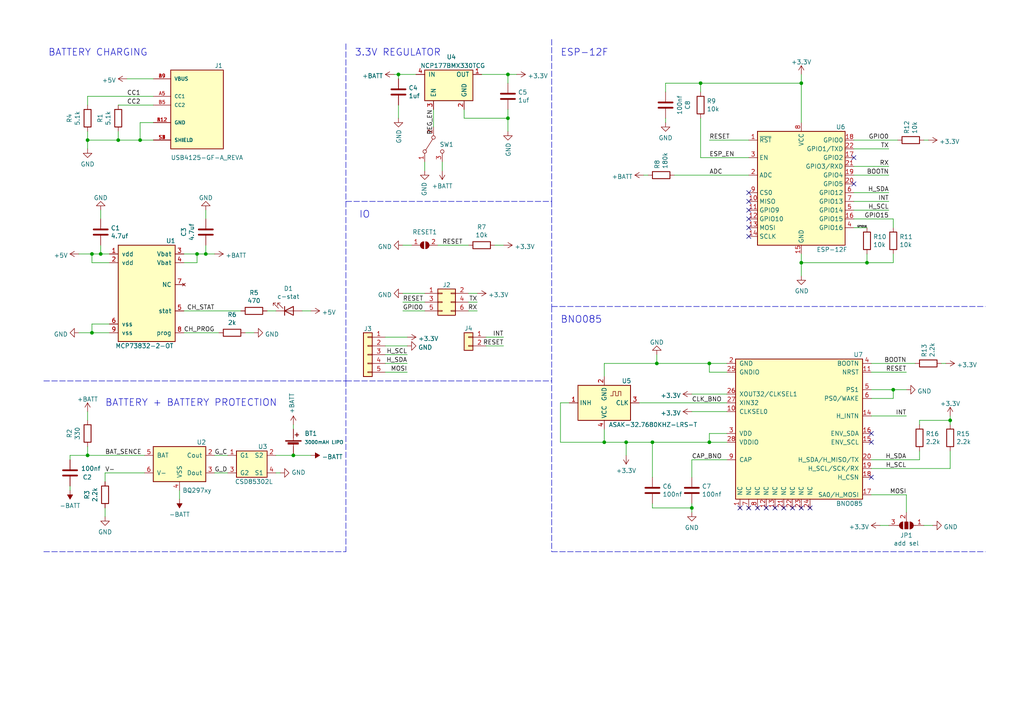
<source format=kicad_sch>
(kicad_sch (version 20211123) (generator eeschema)

  (uuid 4a81f164-327a-47fd-b6e9-9a19456d34d9)

  (paper "A4")

  (title_block
    (title "slime_minimax with bno085")
    (date "2022-11-16")
    (rev "c")
  )

  (lib_symbols
    (symbol "Battery_Management:BQ297xy" (pin_names (offset 1.016)) (in_bom yes) (on_board yes)
      (property "Reference" "U" (id 0) (at -6.35 6.35 0)
        (effects (font (size 1.27 1.27)))
      )
      (property "Value" "BQ297xy" (id 1) (at 5.08 -6.35 0)
        (effects (font (size 1.27 1.27)))
      )
      (property "Footprint" "Package_SON:WSON-6_1.5x1.5mm_P0.5mm" (id 2) (at 0 8.89 0)
        (effects (font (size 1.27 1.27)) hide)
      )
      (property "Datasheet" "http://www.ti.com/lit/ds/symlink/bq2970.pdf" (id 3) (at -6.35 5.08 0)
        (effects (font (size 1.27 1.27)) hide)
      )
      (property "ki_keywords" "protection Li-Ion Li-Pol" (id 4) (at 0 0 0)
        (effects (font (size 1.27 1.27)) hide)
      )
      (property "ki_description" "Voltage and Current Protection for Single-Cell Li-Ion and Li-Polymer Batteries" (id 5) (at 0 0 0)
        (effects (font (size 1.27 1.27)) hide)
      )
      (property "ki_fp_filters" "WSON*1.5x1.5mm*P0.5mm*" (id 6) (at 0 0 0)
        (effects (font (size 1.27 1.27)) hide)
      )
      (symbol "BQ297xy_0_1"
        (rectangle (start -7.62 5.08) (end 7.62 -5.08)
          (stroke (width 0.254) (type default) (color 0 0 0 0))
          (fill (type background))
        )
      )
      (symbol "BQ297xy_1_1"
        (pin no_connect line (at 7.62 0 180) (length 2.54) hide
          (name "NC" (effects (font (size 1.27 1.27))))
          (number "1" (effects (font (size 1.27 1.27))))
        )
        (pin output line (at 10.16 2.54 180) (length 2.54)
          (name "Cout" (effects (font (size 1.27 1.27))))
          (number "2" (effects (font (size 1.27 1.27))))
        )
        (pin output line (at 10.16 -2.54 180) (length 2.54)
          (name "Dout" (effects (font (size 1.27 1.27))))
          (number "3" (effects (font (size 1.27 1.27))))
        )
        (pin power_in line (at 0 -7.62 90) (length 2.54)
          (name "VSS" (effects (font (size 1.27 1.27))))
          (number "4" (effects (font (size 1.27 1.27))))
        )
        (pin input line (at -10.16 2.54 0) (length 2.54)
          (name "BAT" (effects (font (size 1.27 1.27))))
          (number "5" (effects (font (size 1.27 1.27))))
        )
        (pin input line (at -10.16 -2.54 0) (length 2.54)
          (name "V-" (effects (font (size 1.27 1.27))))
          (number "6" (effects (font (size 1.27 1.27))))
        )
      )
    )
    (symbol "Connector_Generic:Conn_01x02" (pin_names (offset 1.016) hide) (in_bom yes) (on_board yes)
      (property "Reference" "J" (id 0) (at 0 2.54 0)
        (effects (font (size 1.27 1.27)))
      )
      (property "Value" "Conn_01x02" (id 1) (at 0 -5.08 0)
        (effects (font (size 1.27 1.27)))
      )
      (property "Footprint" "" (id 2) (at 0 0 0)
        (effects (font (size 1.27 1.27)) hide)
      )
      (property "Datasheet" "~" (id 3) (at 0 0 0)
        (effects (font (size 1.27 1.27)) hide)
      )
      (property "ki_keywords" "connector" (id 4) (at 0 0 0)
        (effects (font (size 1.27 1.27)) hide)
      )
      (property "ki_description" "Generic connector, single row, 01x02, script generated (kicad-library-utils/schlib/autogen/connector/)" (id 5) (at 0 0 0)
        (effects (font (size 1.27 1.27)) hide)
      )
      (property "ki_fp_filters" "Connector*:*_1x??_*" (id 6) (at 0 0 0)
        (effects (font (size 1.27 1.27)) hide)
      )
      (symbol "Conn_01x02_1_1"
        (rectangle (start -1.27 -2.413) (end 0 -2.667)
          (stroke (width 0.1524) (type default) (color 0 0 0 0))
          (fill (type none))
        )
        (rectangle (start -1.27 0.127) (end 0 -0.127)
          (stroke (width 0.1524) (type default) (color 0 0 0 0))
          (fill (type none))
        )
        (rectangle (start -1.27 1.27) (end 1.27 -3.81)
          (stroke (width 0.254) (type default) (color 0 0 0 0))
          (fill (type background))
        )
        (pin passive line (at -5.08 0 0) (length 3.81)
          (name "Pin_1" (effects (font (size 1.27 1.27))))
          (number "1" (effects (font (size 1.27 1.27))))
        )
        (pin passive line (at -5.08 -2.54 0) (length 3.81)
          (name "Pin_2" (effects (font (size 1.27 1.27))))
          (number "2" (effects (font (size 1.27 1.27))))
        )
      )
    )
    (symbol "Connector_Generic:Conn_01x05" (pin_names (offset 1.016) hide) (in_bom yes) (on_board yes)
      (property "Reference" "J" (id 0) (at 0 7.62 0)
        (effects (font (size 1.27 1.27)))
      )
      (property "Value" "Conn_01x05" (id 1) (at 0 -7.62 0)
        (effects (font (size 1.27 1.27)))
      )
      (property "Footprint" "" (id 2) (at 0 0 0)
        (effects (font (size 1.27 1.27)) hide)
      )
      (property "Datasheet" "~" (id 3) (at 0 0 0)
        (effects (font (size 1.27 1.27)) hide)
      )
      (property "ki_keywords" "connector" (id 4) (at 0 0 0)
        (effects (font (size 1.27 1.27)) hide)
      )
      (property "ki_description" "Generic connector, single row, 01x05, script generated (kicad-library-utils/schlib/autogen/connector/)" (id 5) (at 0 0 0)
        (effects (font (size 1.27 1.27)) hide)
      )
      (property "ki_fp_filters" "Connector*:*_1x??_*" (id 6) (at 0 0 0)
        (effects (font (size 1.27 1.27)) hide)
      )
      (symbol "Conn_01x05_1_1"
        (rectangle (start -1.27 -4.953) (end 0 -5.207)
          (stroke (width 0.1524) (type default) (color 0 0 0 0))
          (fill (type none))
        )
        (rectangle (start -1.27 -2.413) (end 0 -2.667)
          (stroke (width 0.1524) (type default) (color 0 0 0 0))
          (fill (type none))
        )
        (rectangle (start -1.27 0.127) (end 0 -0.127)
          (stroke (width 0.1524) (type default) (color 0 0 0 0))
          (fill (type none))
        )
        (rectangle (start -1.27 2.667) (end 0 2.413)
          (stroke (width 0.1524) (type default) (color 0 0 0 0))
          (fill (type none))
        )
        (rectangle (start -1.27 5.207) (end 0 4.953)
          (stroke (width 0.1524) (type default) (color 0 0 0 0))
          (fill (type none))
        )
        (rectangle (start -1.27 6.35) (end 1.27 -6.35)
          (stroke (width 0.254) (type default) (color 0 0 0 0))
          (fill (type background))
        )
        (pin passive line (at -5.08 5.08 0) (length 3.81)
          (name "Pin_1" (effects (font (size 1.27 1.27))))
          (number "1" (effects (font (size 1.27 1.27))))
        )
        (pin passive line (at -5.08 2.54 0) (length 3.81)
          (name "Pin_2" (effects (font (size 1.27 1.27))))
          (number "2" (effects (font (size 1.27 1.27))))
        )
        (pin passive line (at -5.08 0 0) (length 3.81)
          (name "Pin_3" (effects (font (size 1.27 1.27))))
          (number "3" (effects (font (size 1.27 1.27))))
        )
        (pin passive line (at -5.08 -2.54 0) (length 3.81)
          (name "Pin_4" (effects (font (size 1.27 1.27))))
          (number "4" (effects (font (size 1.27 1.27))))
        )
        (pin passive line (at -5.08 -5.08 0) (length 3.81)
          (name "Pin_5" (effects (font (size 1.27 1.27))))
          (number "5" (effects (font (size 1.27 1.27))))
        )
      )
    )
    (symbol "Connector_Generic:Conn_02x03_Odd_Even" (pin_names (offset 1.016) hide) (in_bom yes) (on_board yes)
      (property "Reference" "J" (id 0) (at 1.27 5.08 0)
        (effects (font (size 1.27 1.27)))
      )
      (property "Value" "Conn_02x03_Odd_Even" (id 1) (at 1.27 -5.08 0)
        (effects (font (size 1.27 1.27)))
      )
      (property "Footprint" "" (id 2) (at 0 0 0)
        (effects (font (size 1.27 1.27)) hide)
      )
      (property "Datasheet" "~" (id 3) (at 0 0 0)
        (effects (font (size 1.27 1.27)) hide)
      )
      (property "ki_keywords" "connector" (id 4) (at 0 0 0)
        (effects (font (size 1.27 1.27)) hide)
      )
      (property "ki_description" "Generic connector, double row, 02x03, odd/even pin numbering scheme (row 1 odd numbers, row 2 even numbers), script generated (kicad-library-utils/schlib/autogen/connector/)" (id 5) (at 0 0 0)
        (effects (font (size 1.27 1.27)) hide)
      )
      (property "ki_fp_filters" "Connector*:*_2x??_*" (id 6) (at 0 0 0)
        (effects (font (size 1.27 1.27)) hide)
      )
      (symbol "Conn_02x03_Odd_Even_1_1"
        (rectangle (start -1.27 -2.413) (end 0 -2.667)
          (stroke (width 0.1524) (type default) (color 0 0 0 0))
          (fill (type none))
        )
        (rectangle (start -1.27 0.127) (end 0 -0.127)
          (stroke (width 0.1524) (type default) (color 0 0 0 0))
          (fill (type none))
        )
        (rectangle (start -1.27 2.667) (end 0 2.413)
          (stroke (width 0.1524) (type default) (color 0 0 0 0))
          (fill (type none))
        )
        (rectangle (start -1.27 3.81) (end 3.81 -3.81)
          (stroke (width 0.254) (type default) (color 0 0 0 0))
          (fill (type background))
        )
        (rectangle (start 3.81 -2.413) (end 2.54 -2.667)
          (stroke (width 0.1524) (type default) (color 0 0 0 0))
          (fill (type none))
        )
        (rectangle (start 3.81 0.127) (end 2.54 -0.127)
          (stroke (width 0.1524) (type default) (color 0 0 0 0))
          (fill (type none))
        )
        (rectangle (start 3.81 2.667) (end 2.54 2.413)
          (stroke (width 0.1524) (type default) (color 0 0 0 0))
          (fill (type none))
        )
        (pin passive line (at -5.08 2.54 0) (length 3.81)
          (name "Pin_1" (effects (font (size 1.27 1.27))))
          (number "1" (effects (font (size 1.27 1.27))))
        )
        (pin passive line (at 7.62 2.54 180) (length 3.81)
          (name "Pin_2" (effects (font (size 1.27 1.27))))
          (number "2" (effects (font (size 1.27 1.27))))
        )
        (pin passive line (at -5.08 0 0) (length 3.81)
          (name "Pin_3" (effects (font (size 1.27 1.27))))
          (number "3" (effects (font (size 1.27 1.27))))
        )
        (pin passive line (at 7.62 0 180) (length 3.81)
          (name "Pin_4" (effects (font (size 1.27 1.27))))
          (number "4" (effects (font (size 1.27 1.27))))
        )
        (pin passive line (at -5.08 -2.54 0) (length 3.81)
          (name "Pin_5" (effects (font (size 1.27 1.27))))
          (number "5" (effects (font (size 1.27 1.27))))
        )
        (pin passive line (at 7.62 -2.54 180) (length 3.81)
          (name "Pin_6" (effects (font (size 1.27 1.27))))
          (number "6" (effects (font (size 1.27 1.27))))
        )
      )
    )
    (symbol "Device:Battery_Cell" (pin_numbers hide) (pin_names (offset 0) hide) (in_bom yes) (on_board yes)
      (property "Reference" "BT" (id 0) (at 2.54 2.54 0)
        (effects (font (size 1.27 1.27)) (justify left))
      )
      (property "Value" "Battery_Cell" (id 1) (at 2.54 0 0)
        (effects (font (size 1.27 1.27)) (justify left))
      )
      (property "Footprint" "" (id 2) (at 0 1.524 90)
        (effects (font (size 1.27 1.27)) hide)
      )
      (property "Datasheet" "~" (id 3) (at 0 1.524 90)
        (effects (font (size 1.27 1.27)) hide)
      )
      (property "ki_keywords" "battery cell" (id 4) (at 0 0 0)
        (effects (font (size 1.27 1.27)) hide)
      )
      (property "ki_description" "Single-cell battery" (id 5) (at 0 0 0)
        (effects (font (size 1.27 1.27)) hide)
      )
      (symbol "Battery_Cell_0_1"
        (rectangle (start -2.286 1.778) (end 2.286 1.524)
          (stroke (width 0) (type default) (color 0 0 0 0))
          (fill (type outline))
        )
        (rectangle (start -1.5748 1.1938) (end 1.4732 0.6858)
          (stroke (width 0) (type default) (color 0 0 0 0))
          (fill (type outline))
        )
        (polyline
          (pts
            (xy 0 0.762)
            (xy 0 0)
          )
          (stroke (width 0) (type default) (color 0 0 0 0))
          (fill (type none))
        )
        (polyline
          (pts
            (xy 0 1.778)
            (xy 0 2.54)
          )
          (stroke (width 0) (type default) (color 0 0 0 0))
          (fill (type none))
        )
        (polyline
          (pts
            (xy 0.508 3.429)
            (xy 1.524 3.429)
          )
          (stroke (width 0.254) (type default) (color 0 0 0 0))
          (fill (type none))
        )
        (polyline
          (pts
            (xy 1.016 3.937)
            (xy 1.016 2.921)
          )
          (stroke (width 0.254) (type default) (color 0 0 0 0))
          (fill (type none))
        )
      )
      (symbol "Battery_Cell_1_1"
        (pin passive line (at 0 5.08 270) (length 2.54)
          (name "+" (effects (font (size 1.27 1.27))))
          (number "1" (effects (font (size 1.27 1.27))))
        )
        (pin passive line (at 0 -2.54 90) (length 2.54)
          (name "-" (effects (font (size 1.27 1.27))))
          (number "2" (effects (font (size 1.27 1.27))))
        )
      )
    )
    (symbol "Device:C" (pin_numbers hide) (pin_names (offset 0.254)) (in_bom yes) (on_board yes)
      (property "Reference" "C" (id 0) (at 0.635 2.54 0)
        (effects (font (size 1.27 1.27)) (justify left))
      )
      (property "Value" "C" (id 1) (at 0.635 -2.54 0)
        (effects (font (size 1.27 1.27)) (justify left))
      )
      (property "Footprint" "" (id 2) (at 0.9652 -3.81 0)
        (effects (font (size 1.27 1.27)) hide)
      )
      (property "Datasheet" "~" (id 3) (at 0 0 0)
        (effects (font (size 1.27 1.27)) hide)
      )
      (property "ki_keywords" "cap capacitor" (id 4) (at 0 0 0)
        (effects (font (size 1.27 1.27)) hide)
      )
      (property "ki_description" "Unpolarized capacitor" (id 5) (at 0 0 0)
        (effects (font (size 1.27 1.27)) hide)
      )
      (property "ki_fp_filters" "C_*" (id 6) (at 0 0 0)
        (effects (font (size 1.27 1.27)) hide)
      )
      (symbol "C_0_1"
        (polyline
          (pts
            (xy -2.032 -0.762)
            (xy 2.032 -0.762)
          )
          (stroke (width 0.508) (type default) (color 0 0 0 0))
          (fill (type none))
        )
        (polyline
          (pts
            (xy -2.032 0.762)
            (xy 2.032 0.762)
          )
          (stroke (width 0.508) (type default) (color 0 0 0 0))
          (fill (type none))
        )
      )
      (symbol "C_1_1"
        (pin passive line (at 0 3.81 270) (length 2.794)
          (name "~" (effects (font (size 1.27 1.27))))
          (number "1" (effects (font (size 1.27 1.27))))
        )
        (pin passive line (at 0 -3.81 90) (length 2.794)
          (name "~" (effects (font (size 1.27 1.27))))
          (number "2" (effects (font (size 1.27 1.27))))
        )
      )
    )
    (symbol "Device:LED" (pin_numbers hide) (pin_names (offset 1.016) hide) (in_bom yes) (on_board yes)
      (property "Reference" "D" (id 0) (at 0 2.54 0)
        (effects (font (size 1.27 1.27)))
      )
      (property "Value" "LED" (id 1) (at 0 -2.54 0)
        (effects (font (size 1.27 1.27)))
      )
      (property "Footprint" "" (id 2) (at 0 0 0)
        (effects (font (size 1.27 1.27)) hide)
      )
      (property "Datasheet" "~" (id 3) (at 0 0 0)
        (effects (font (size 1.27 1.27)) hide)
      )
      (property "ki_keywords" "LED diode" (id 4) (at 0 0 0)
        (effects (font (size 1.27 1.27)) hide)
      )
      (property "ki_description" "Light emitting diode" (id 5) (at 0 0 0)
        (effects (font (size 1.27 1.27)) hide)
      )
      (property "ki_fp_filters" "LED* LED_SMD:* LED_THT:*" (id 6) (at 0 0 0)
        (effects (font (size 1.27 1.27)) hide)
      )
      (symbol "LED_0_1"
        (polyline
          (pts
            (xy -1.27 -1.27)
            (xy -1.27 1.27)
          )
          (stroke (width 0.254) (type default) (color 0 0 0 0))
          (fill (type none))
        )
        (polyline
          (pts
            (xy -1.27 0)
            (xy 1.27 0)
          )
          (stroke (width 0) (type default) (color 0 0 0 0))
          (fill (type none))
        )
        (polyline
          (pts
            (xy 1.27 -1.27)
            (xy 1.27 1.27)
            (xy -1.27 0)
            (xy 1.27 -1.27)
          )
          (stroke (width 0.254) (type default) (color 0 0 0 0))
          (fill (type none))
        )
        (polyline
          (pts
            (xy -3.048 -0.762)
            (xy -4.572 -2.286)
            (xy -3.81 -2.286)
            (xy -4.572 -2.286)
            (xy -4.572 -1.524)
          )
          (stroke (width 0) (type default) (color 0 0 0 0))
          (fill (type none))
        )
        (polyline
          (pts
            (xy -1.778 -0.762)
            (xy -3.302 -2.286)
            (xy -2.54 -2.286)
            (xy -3.302 -2.286)
            (xy -3.302 -1.524)
          )
          (stroke (width 0) (type default) (color 0 0 0 0))
          (fill (type none))
        )
      )
      (symbol "LED_1_1"
        (pin passive line (at -3.81 0 0) (length 2.54)
          (name "K" (effects (font (size 1.27 1.27))))
          (number "1" (effects (font (size 1.27 1.27))))
        )
        (pin passive line (at 3.81 0 180) (length 2.54)
          (name "A" (effects (font (size 1.27 1.27))))
          (number "2" (effects (font (size 1.27 1.27))))
        )
      )
    )
    (symbol "Device:R" (pin_numbers hide) (pin_names (offset 0)) (in_bom yes) (on_board yes)
      (property "Reference" "R" (id 0) (at 2.032 0 90)
        (effects (font (size 1.27 1.27)))
      )
      (property "Value" "R" (id 1) (at 0 0 90)
        (effects (font (size 1.27 1.27)))
      )
      (property "Footprint" "" (id 2) (at -1.778 0 90)
        (effects (font (size 1.27 1.27)) hide)
      )
      (property "Datasheet" "~" (id 3) (at 0 0 0)
        (effects (font (size 1.27 1.27)) hide)
      )
      (property "ki_keywords" "R res resistor" (id 4) (at 0 0 0)
        (effects (font (size 1.27 1.27)) hide)
      )
      (property "ki_description" "Resistor" (id 5) (at 0 0 0)
        (effects (font (size 1.27 1.27)) hide)
      )
      (property "ki_fp_filters" "R_*" (id 6) (at 0 0 0)
        (effects (font (size 1.27 1.27)) hide)
      )
      (symbol "R_0_1"
        (rectangle (start -1.016 -2.54) (end 1.016 2.54)
          (stroke (width 0.254) (type default) (color 0 0 0 0))
          (fill (type none))
        )
      )
      (symbol "R_1_1"
        (pin passive line (at 0 3.81 270) (length 1.27)
          (name "~" (effects (font (size 1.27 1.27))))
          (number "1" (effects (font (size 1.27 1.27))))
        )
        (pin passive line (at 0 -3.81 90) (length 1.27)
          (name "~" (effects (font (size 1.27 1.27))))
          (number "2" (effects (font (size 1.27 1.27))))
        )
      )
    )
    (symbol "Jumper:SolderJumper_2_Open" (pin_names (offset 0) hide) (in_bom yes) (on_board yes)
      (property "Reference" "JP" (id 0) (at 0 2.032 0)
        (effects (font (size 1.27 1.27)))
      )
      (property "Value" "SolderJumper_2_Open" (id 1) (at 0 -2.54 0)
        (effects (font (size 1.27 1.27)))
      )
      (property "Footprint" "" (id 2) (at 0 0 0)
        (effects (font (size 1.27 1.27)) hide)
      )
      (property "Datasheet" "~" (id 3) (at 0 0 0)
        (effects (font (size 1.27 1.27)) hide)
      )
      (property "ki_keywords" "solder jumper SPST" (id 4) (at 0 0 0)
        (effects (font (size 1.27 1.27)) hide)
      )
      (property "ki_description" "Solder Jumper, 2-pole, open" (id 5) (at 0 0 0)
        (effects (font (size 1.27 1.27)) hide)
      )
      (property "ki_fp_filters" "SolderJumper*Open*" (id 6) (at 0 0 0)
        (effects (font (size 1.27 1.27)) hide)
      )
      (symbol "SolderJumper_2_Open_0_1"
        (arc (start -0.254 1.016) (mid -1.27 0) (end -0.254 -1.016)
          (stroke (width 0) (type default) (color 0 0 0 0))
          (fill (type none))
        )
        (arc (start -0.254 1.016) (mid -1.27 0) (end -0.254 -1.016)
          (stroke (width 0) (type default) (color 0 0 0 0))
          (fill (type outline))
        )
        (polyline
          (pts
            (xy -0.254 1.016)
            (xy -0.254 -1.016)
          )
          (stroke (width 0) (type default) (color 0 0 0 0))
          (fill (type none))
        )
        (polyline
          (pts
            (xy 0.254 1.016)
            (xy 0.254 -1.016)
          )
          (stroke (width 0) (type default) (color 0 0 0 0))
          (fill (type none))
        )
        (arc (start 0.254 -1.016) (mid 1.27 0) (end 0.254 1.016)
          (stroke (width 0) (type default) (color 0 0 0 0))
          (fill (type none))
        )
        (arc (start 0.254 -1.016) (mid 1.27 0) (end 0.254 1.016)
          (stroke (width 0) (type default) (color 0 0 0 0))
          (fill (type outline))
        )
      )
      (symbol "SolderJumper_2_Open_1_1"
        (pin passive line (at -3.81 0 0) (length 2.54)
          (name "A" (effects (font (size 1.27 1.27))))
          (number "1" (effects (font (size 1.27 1.27))))
        )
        (pin passive line (at 3.81 0 180) (length 2.54)
          (name "B" (effects (font (size 1.27 1.27))))
          (number "2" (effects (font (size 1.27 1.27))))
        )
      )
    )
    (symbol "RF_Module:ESP-12E" (in_bom yes) (on_board yes)
      (property "Reference" "U" (id 0) (at -12.7 19.05 0)
        (effects (font (size 1.27 1.27)) (justify left))
      )
      (property "Value" "ESP-12E" (id 1) (at 12.7 19.05 0)
        (effects (font (size 1.27 1.27)) (justify right))
      )
      (property "Footprint" "RF_Module:ESP-12E" (id 2) (at 0 0 0)
        (effects (font (size 1.27 1.27)) hide)
      )
      (property "Datasheet" "http://wiki.ai-thinker.com/_media/esp8266/esp8266_series_modules_user_manual_v1.1.pdf" (id 3) (at -8.89 2.54 0)
        (effects (font (size 1.27 1.27)) hide)
      )
      (property "ki_keywords" "802.11 Wi-Fi" (id 4) (at 0 0 0)
        (effects (font (size 1.27 1.27)) hide)
      )
      (property "ki_description" "802.11 b/g/n Wi-Fi Module" (id 5) (at 0 0 0)
        (effects (font (size 1.27 1.27)) hide)
      )
      (property "ki_fp_filters" "ESP?12*" (id 6) (at 0 0 0)
        (effects (font (size 1.27 1.27)) hide)
      )
      (symbol "ESP-12E_0_1"
        (rectangle (start -12.7 17.78) (end 12.7 -15.24)
          (stroke (width 0.254) (type default) (color 0 0 0 0))
          (fill (type background))
        )
      )
      (symbol "ESP-12E_1_1"
        (pin input line (at -15.24 15.24 0) (length 2.54)
          (name "~{RST}" (effects (font (size 1.27 1.27))))
          (number "1" (effects (font (size 1.27 1.27))))
        )
        (pin bidirectional line (at -15.24 -2.54 0) (length 2.54)
          (name "MISO" (effects (font (size 1.27 1.27))))
          (number "10" (effects (font (size 1.27 1.27))))
        )
        (pin bidirectional line (at -15.24 -5.08 0) (length 2.54)
          (name "GPIO9" (effects (font (size 1.27 1.27))))
          (number "11" (effects (font (size 1.27 1.27))))
        )
        (pin bidirectional line (at -15.24 -7.62 0) (length 2.54)
          (name "GPIO10" (effects (font (size 1.27 1.27))))
          (number "12" (effects (font (size 1.27 1.27))))
        )
        (pin bidirectional line (at -15.24 -10.16 0) (length 2.54)
          (name "MOSI" (effects (font (size 1.27 1.27))))
          (number "13" (effects (font (size 1.27 1.27))))
        )
        (pin bidirectional line (at -15.24 -12.7 0) (length 2.54)
          (name "SCLK" (effects (font (size 1.27 1.27))))
          (number "14" (effects (font (size 1.27 1.27))))
        )
        (pin power_in line (at 0 -17.78 90) (length 2.54)
          (name "GND" (effects (font (size 1.27 1.27))))
          (number "15" (effects (font (size 1.27 1.27))))
        )
        (pin bidirectional line (at 15.24 -7.62 180) (length 2.54)
          (name "GPIO15" (effects (font (size 1.27 1.27))))
          (number "16" (effects (font (size 1.27 1.27))))
        )
        (pin bidirectional line (at 15.24 10.16 180) (length 2.54)
          (name "GPIO2" (effects (font (size 1.27 1.27))))
          (number "17" (effects (font (size 1.27 1.27))))
        )
        (pin bidirectional line (at 15.24 15.24 180) (length 2.54)
          (name "GPIO0" (effects (font (size 1.27 1.27))))
          (number "18" (effects (font (size 1.27 1.27))))
        )
        (pin bidirectional line (at 15.24 5.08 180) (length 2.54)
          (name "GPIO4" (effects (font (size 1.27 1.27))))
          (number "19" (effects (font (size 1.27 1.27))))
        )
        (pin input line (at -15.24 5.08 0) (length 2.54)
          (name "ADC" (effects (font (size 1.27 1.27))))
          (number "2" (effects (font (size 1.27 1.27))))
        )
        (pin bidirectional line (at 15.24 2.54 180) (length 2.54)
          (name "GPIO5" (effects (font (size 1.27 1.27))))
          (number "20" (effects (font (size 1.27 1.27))))
        )
        (pin bidirectional line (at 15.24 7.62 180) (length 2.54)
          (name "GPIO3/RXD" (effects (font (size 1.27 1.27))))
          (number "21" (effects (font (size 1.27 1.27))))
        )
        (pin bidirectional line (at 15.24 12.7 180) (length 2.54)
          (name "GPIO1/TXD" (effects (font (size 1.27 1.27))))
          (number "22" (effects (font (size 1.27 1.27))))
        )
        (pin input line (at -15.24 10.16 0) (length 2.54)
          (name "EN" (effects (font (size 1.27 1.27))))
          (number "3" (effects (font (size 1.27 1.27))))
        )
        (pin bidirectional line (at 15.24 -10.16 180) (length 2.54)
          (name "GPIO16" (effects (font (size 1.27 1.27))))
          (number "4" (effects (font (size 1.27 1.27))))
        )
        (pin bidirectional line (at 15.24 -5.08 180) (length 2.54)
          (name "GPIO14" (effects (font (size 1.27 1.27))))
          (number "5" (effects (font (size 1.27 1.27))))
        )
        (pin bidirectional line (at 15.24 0 180) (length 2.54)
          (name "GPIO12" (effects (font (size 1.27 1.27))))
          (number "6" (effects (font (size 1.27 1.27))))
        )
        (pin bidirectional line (at 15.24 -2.54 180) (length 2.54)
          (name "GPIO13" (effects (font (size 1.27 1.27))))
          (number "7" (effects (font (size 1.27 1.27))))
        )
        (pin power_in line (at 0 20.32 270) (length 2.54)
          (name "VCC" (effects (font (size 1.27 1.27))))
          (number "8" (effects (font (size 1.27 1.27))))
        )
        (pin input line (at -15.24 0 0) (length 2.54)
          (name "CS0" (effects (font (size 1.27 1.27))))
          (number "9" (effects (font (size 1.27 1.27))))
        )
      )
    )
    (symbol "Switch:SW_SPDT" (pin_names (offset 0) hide) (in_bom yes) (on_board yes)
      (property "Reference" "SW" (id 0) (at 0 4.318 0)
        (effects (font (size 1.27 1.27)))
      )
      (property "Value" "SW_SPDT" (id 1) (at 0 -5.08 0)
        (effects (font (size 1.27 1.27)))
      )
      (property "Footprint" "" (id 2) (at 0 0 0)
        (effects (font (size 1.27 1.27)) hide)
      )
      (property "Datasheet" "~" (id 3) (at 0 0 0)
        (effects (font (size 1.27 1.27)) hide)
      )
      (property "ki_keywords" "switch single-pole double-throw spdt ON-ON" (id 4) (at 0 0 0)
        (effects (font (size 1.27 1.27)) hide)
      )
      (property "ki_description" "Switch, single pole double throw" (id 5) (at 0 0 0)
        (effects (font (size 1.27 1.27)) hide)
      )
      (symbol "SW_SPDT_0_0"
        (circle (center -2.032 0) (radius 0.508)
          (stroke (width 0) (type default) (color 0 0 0 0))
          (fill (type none))
        )
        (circle (center 2.032 -2.54) (radius 0.508)
          (stroke (width 0) (type default) (color 0 0 0 0))
          (fill (type none))
        )
      )
      (symbol "SW_SPDT_0_1"
        (polyline
          (pts
            (xy -1.524 0.254)
            (xy 1.651 2.286)
          )
          (stroke (width 0) (type default) (color 0 0 0 0))
          (fill (type none))
        )
        (circle (center 2.032 2.54) (radius 0.508)
          (stroke (width 0) (type default) (color 0 0 0 0))
          (fill (type none))
        )
      )
      (symbol "SW_SPDT_1_1"
        (pin passive line (at 5.08 2.54 180) (length 2.54)
          (name "A" (effects (font (size 1.27 1.27))))
          (number "1" (effects (font (size 1.27 1.27))))
        )
        (pin passive line (at -5.08 0 0) (length 2.54)
          (name "B" (effects (font (size 1.27 1.27))))
          (number "2" (effects (font (size 1.27 1.27))))
        )
        (pin passive line (at 5.08 -2.54 180) (length 2.54)
          (name "C" (effects (font (size 1.27 1.27))))
          (number "3" (effects (font (size 1.27 1.27))))
        )
      )
    )
    (symbol "power:+3.3V" (power) (pin_names (offset 0)) (in_bom yes) (on_board yes)
      (property "Reference" "#PWR" (id 0) (at 0 -3.81 0)
        (effects (font (size 1.27 1.27)) hide)
      )
      (property "Value" "+3.3V" (id 1) (at 0 3.556 0)
        (effects (font (size 1.27 1.27)))
      )
      (property "Footprint" "" (id 2) (at 0 0 0)
        (effects (font (size 1.27 1.27)) hide)
      )
      (property "Datasheet" "" (id 3) (at 0 0 0)
        (effects (font (size 1.27 1.27)) hide)
      )
      (property "ki_keywords" "power-flag" (id 4) (at 0 0 0)
        (effects (font (size 1.27 1.27)) hide)
      )
      (property "ki_description" "Power symbol creates a global label with name \"+3.3V\"" (id 5) (at 0 0 0)
        (effects (font (size 1.27 1.27)) hide)
      )
      (symbol "+3.3V_0_1"
        (polyline
          (pts
            (xy -0.762 1.27)
            (xy 0 2.54)
          )
          (stroke (width 0) (type default) (color 0 0 0 0))
          (fill (type none))
        )
        (polyline
          (pts
            (xy 0 0)
            (xy 0 2.54)
          )
          (stroke (width 0) (type default) (color 0 0 0 0))
          (fill (type none))
        )
        (polyline
          (pts
            (xy 0 2.54)
            (xy 0.762 1.27)
          )
          (stroke (width 0) (type default) (color 0 0 0 0))
          (fill (type none))
        )
      )
      (symbol "+3.3V_1_1"
        (pin power_in line (at 0 0 90) (length 0) hide
          (name "+3.3V" (effects (font (size 1.27 1.27))))
          (number "1" (effects (font (size 1.27 1.27))))
        )
      )
    )
    (symbol "power:+5V" (power) (pin_names (offset 0)) (in_bom yes) (on_board yes)
      (property "Reference" "#PWR" (id 0) (at 0 -3.81 0)
        (effects (font (size 1.27 1.27)) hide)
      )
      (property "Value" "+5V" (id 1) (at 0 3.556 0)
        (effects (font (size 1.27 1.27)))
      )
      (property "Footprint" "" (id 2) (at 0 0 0)
        (effects (font (size 1.27 1.27)) hide)
      )
      (property "Datasheet" "" (id 3) (at 0 0 0)
        (effects (font (size 1.27 1.27)) hide)
      )
      (property "ki_keywords" "power-flag" (id 4) (at 0 0 0)
        (effects (font (size 1.27 1.27)) hide)
      )
      (property "ki_description" "Power symbol creates a global label with name \"+5V\"" (id 5) (at 0 0 0)
        (effects (font (size 1.27 1.27)) hide)
      )
      (symbol "+5V_0_1"
        (polyline
          (pts
            (xy -0.762 1.27)
            (xy 0 2.54)
          )
          (stroke (width 0) (type default) (color 0 0 0 0))
          (fill (type none))
        )
        (polyline
          (pts
            (xy 0 0)
            (xy 0 2.54)
          )
          (stroke (width 0) (type default) (color 0 0 0 0))
          (fill (type none))
        )
        (polyline
          (pts
            (xy 0 2.54)
            (xy 0.762 1.27)
          )
          (stroke (width 0) (type default) (color 0 0 0 0))
          (fill (type none))
        )
      )
      (symbol "+5V_1_1"
        (pin power_in line (at 0 0 90) (length 0) hide
          (name "+5V" (effects (font (size 1.27 1.27))))
          (number "1" (effects (font (size 1.27 1.27))))
        )
      )
    )
    (symbol "power:+BATT" (power) (pin_names (offset 0)) (in_bom yes) (on_board yes)
      (property "Reference" "#PWR" (id 0) (at 0 -3.81 0)
        (effects (font (size 1.27 1.27)) hide)
      )
      (property "Value" "+BATT" (id 1) (at 0 3.556 0)
        (effects (font (size 1.27 1.27)))
      )
      (property "Footprint" "" (id 2) (at 0 0 0)
        (effects (font (size 1.27 1.27)) hide)
      )
      (property "Datasheet" "" (id 3) (at 0 0 0)
        (effects (font (size 1.27 1.27)) hide)
      )
      (property "ki_keywords" "power-flag battery" (id 4) (at 0 0 0)
        (effects (font (size 1.27 1.27)) hide)
      )
      (property "ki_description" "Power symbol creates a global label with name \"+BATT\"" (id 5) (at 0 0 0)
        (effects (font (size 1.27 1.27)) hide)
      )
      (symbol "+BATT_0_1"
        (polyline
          (pts
            (xy -0.762 1.27)
            (xy 0 2.54)
          )
          (stroke (width 0) (type default) (color 0 0 0 0))
          (fill (type none))
        )
        (polyline
          (pts
            (xy 0 0)
            (xy 0 2.54)
          )
          (stroke (width 0) (type default) (color 0 0 0 0))
          (fill (type none))
        )
        (polyline
          (pts
            (xy 0 2.54)
            (xy 0.762 1.27)
          )
          (stroke (width 0) (type default) (color 0 0 0 0))
          (fill (type none))
        )
      )
      (symbol "+BATT_1_1"
        (pin power_in line (at 0 0 90) (length 0) hide
          (name "+BATT" (effects (font (size 1.27 1.27))))
          (number "1" (effects (font (size 1.27 1.27))))
        )
      )
    )
    (symbol "power:-BATT" (power) (pin_names (offset 0)) (in_bom yes) (on_board yes)
      (property "Reference" "#PWR" (id 0) (at 0 -3.81 0)
        (effects (font (size 1.27 1.27)) hide)
      )
      (property "Value" "-BATT" (id 1) (at 0 3.556 0)
        (effects (font (size 1.27 1.27)))
      )
      (property "Footprint" "" (id 2) (at 0 0 0)
        (effects (font (size 1.27 1.27)) hide)
      )
      (property "Datasheet" "" (id 3) (at 0 0 0)
        (effects (font (size 1.27 1.27)) hide)
      )
      (property "ki_keywords" "power-flag battery" (id 4) (at 0 0 0)
        (effects (font (size 1.27 1.27)) hide)
      )
      (property "ki_description" "Power symbol creates a global label with name \"-BATT\"" (id 5) (at 0 0 0)
        (effects (font (size 1.27 1.27)) hide)
      )
      (symbol "-BATT_0_1"
        (polyline
          (pts
            (xy 0 0)
            (xy 0 2.54)
          )
          (stroke (width 0) (type default) (color 0 0 0 0))
          (fill (type none))
        )
        (polyline
          (pts
            (xy 0.762 1.27)
            (xy -0.762 1.27)
            (xy 0 2.54)
            (xy 0.762 1.27)
          )
          (stroke (width 0) (type default) (color 0 0 0 0))
          (fill (type outline))
        )
      )
      (symbol "-BATT_1_1"
        (pin power_in line (at 0 0 90) (length 0) hide
          (name "-BATT" (effects (font (size 1.27 1.27))))
          (number "1" (effects (font (size 1.27 1.27))))
        )
      )
    )
    (symbol "power:GND" (power) (pin_names (offset 0)) (in_bom yes) (on_board yes)
      (property "Reference" "#PWR" (id 0) (at 0 -6.35 0)
        (effects (font (size 1.27 1.27)) hide)
      )
      (property "Value" "GND" (id 1) (at 0 -3.81 0)
        (effects (font (size 1.27 1.27)))
      )
      (property "Footprint" "" (id 2) (at 0 0 0)
        (effects (font (size 1.27 1.27)) hide)
      )
      (property "Datasheet" "" (id 3) (at 0 0 0)
        (effects (font (size 1.27 1.27)) hide)
      )
      (property "ki_keywords" "power-flag" (id 4) (at 0 0 0)
        (effects (font (size 1.27 1.27)) hide)
      )
      (property "ki_description" "Power symbol creates a global label with name \"GND\" , ground" (id 5) (at 0 0 0)
        (effects (font (size 1.27 1.27)) hide)
      )
      (symbol "GND_0_1"
        (polyline
          (pts
            (xy 0 0)
            (xy 0 -1.27)
            (xy 1.27 -1.27)
            (xy 0 -2.54)
            (xy -1.27 -1.27)
            (xy 0 -1.27)
          )
          (stroke (width 0) (type default) (color 0 0 0 0))
          (fill (type none))
        )
      )
      (symbol "GND_1_1"
        (pin power_in line (at 0 0 270) (length 0) hide
          (name "GND" (effects (font (size 1.27 1.27))))
          (number "1" (effects (font (size 1.27 1.27))))
        )
      )
    )
    (symbol "slime-rescue:BNO085-Sensor" (pin_names (offset 1.016)) (in_bom yes) (on_board yes)
      (property "Reference" "U" (id 0) (at 0 0 0)
        (effects (font (size 1.27 1.27)))
      )
      (property "Value" "BNO085-Sensor" (id 1) (at 0 -3.81 0)
        (effects (font (size 1.27 1.27)))
      )
      (property "Footprint" "" (id 2) (at 0 0 0)
        (effects (font (size 1.27 1.27)) hide)
      )
      (property "Datasheet" "" (id 3) (at 0 0 0)
        (effects (font (size 1.27 1.27)) hide)
      )
      (symbol "BNO085-Sensor_0_1"
        (rectangle (start -19.05 -2.54) (end 17.78 -43.18)
          (stroke (width 0.254) (type default) (color 0 0 0 0))
          (fill (type background))
        )
      )
      (symbol "BNO085-Sensor_1_1"
        (pin no_connect line (at -17.78 -45.72 90) (length 2.54)
          (name "NC" (effects (font (size 1.27 1.27))))
          (number "1" (effects (font (size 1.27 1.27))))
        )
        (pin input line (at -21.59 -17.78 0) (length 2.54)
          (name "CLKSEL0" (effects (font (size 1.27 1.27))))
          (number "10" (effects (font (size 1.27 1.27))))
        )
        (pin input line (at 20.32 -6.35 180) (length 2.54)
          (name "NRST" (effects (font (size 1.27 1.27))))
          (number "11" (effects (font (size 1.27 1.27))))
        )
        (pin no_connect line (at -10.16 -45.72 90) (length 2.54)
          (name "NC" (effects (font (size 1.27 1.27))))
          (number "12" (effects (font (size 1.27 1.27))))
        )
        (pin no_connect line (at -7.62 -45.72 90) (length 2.54)
          (name "NC" (effects (font (size 1.27 1.27))))
          (number "13" (effects (font (size 1.27 1.27))))
        )
        (pin output line (at 20.32 -19.05 180) (length 2.54)
          (name "H_INTN" (effects (font (size 1.27 1.27))))
          (number "14" (effects (font (size 1.27 1.27))))
        )
        (pin bidirectional line (at 20.32 -26.67 180) (length 2.54)
          (name "ENV_SCL" (effects (font (size 1.27 1.27))))
          (number "15" (effects (font (size 1.27 1.27))))
        )
        (pin bidirectional line (at 20.32 -24.13 180) (length 2.54)
          (name "ENV_SDA" (effects (font (size 1.27 1.27))))
          (number "16" (effects (font (size 1.27 1.27))))
        )
        (pin input line (at 20.32 -41.91 180) (length 2.54)
          (name "SA0/H_MOSI" (effects (font (size 1.27 1.27))))
          (number "17" (effects (font (size 1.27 1.27))))
        )
        (pin input line (at 20.32 -36.83 180) (length 2.54)
          (name "H_CSN" (effects (font (size 1.27 1.27))))
          (number "18" (effects (font (size 1.27 1.27))))
        )
        (pin bidirectional line (at 20.32 -34.29 180) (length 2.54)
          (name "H_SCL/SCK/RX" (effects (font (size 1.27 1.27))))
          (number "19" (effects (font (size 1.27 1.27))))
        )
        (pin power_in line (at -21.59 -3.81 0) (length 2.54)
          (name "GND" (effects (font (size 1.27 1.27))))
          (number "2" (effects (font (size 1.27 1.27))))
        )
        (pin bidirectional line (at 20.32 -31.75 180) (length 2.54)
          (name "H_SDA/H_MISO/TX" (effects (font (size 1.27 1.27))))
          (number "20" (effects (font (size 1.27 1.27))))
        )
        (pin no_connect line (at -5.08 -45.72 90) (length 2.54)
          (name "NC" (effects (font (size 1.27 1.27))))
          (number "21" (effects (font (size 1.27 1.27))))
        )
        (pin no_connect line (at -2.54 -45.72 90) (length 2.54)
          (name "NC" (effects (font (size 1.27 1.27))))
          (number "22" (effects (font (size 1.27 1.27))))
        )
        (pin no_connect line (at 0 -45.72 90) (length 2.54)
          (name "NC" (effects (font (size 1.27 1.27))))
          (number "23" (effects (font (size 1.27 1.27))))
        )
        (pin no_connect line (at 2.54 -45.72 90) (length 2.54)
          (name "NC" (effects (font (size 1.27 1.27))))
          (number "24" (effects (font (size 1.27 1.27))))
        )
        (pin power_in line (at -21.59 -6.35 0) (length 2.54)
          (name "GNDIO" (effects (font (size 1.27 1.27))))
          (number "25" (effects (font (size 1.27 1.27))))
        )
        (pin output line (at -21.59 -12.7 0) (length 2.54)
          (name "XOUT32/CLKSEL1" (effects (font (size 1.27 1.27))))
          (number "26" (effects (font (size 1.27 1.27))))
        )
        (pin input line (at -21.59 -15.24 0) (length 2.54)
          (name "XIN32" (effects (font (size 1.27 1.27))))
          (number "27" (effects (font (size 1.27 1.27))))
        )
        (pin power_in line (at -21.59 -26.67 0) (length 2.54)
          (name "VDDIO" (effects (font (size 1.27 1.27))))
          (number "28" (effects (font (size 1.27 1.27))))
        )
        (pin power_in line (at -21.59 -24.13 0) (length 2.54)
          (name "VDD" (effects (font (size 1.27 1.27))))
          (number "3" (effects (font (size 1.27 1.27))))
        )
        (pin input line (at 20.32 -3.81 180) (length 2.54)
          (name "BOOTN" (effects (font (size 1.27 1.27))))
          (number "4" (effects (font (size 1.27 1.27))))
        )
        (pin input line (at 20.32 -11.43 180) (length 2.54)
          (name "PS1" (effects (font (size 1.27 1.27))))
          (number "5" (effects (font (size 1.27 1.27))))
        )
        (pin input line (at 20.32 -13.97 180) (length 2.54)
          (name "PS0/WAKE" (effects (font (size 1.27 1.27))))
          (number "6" (effects (font (size 1.27 1.27))))
        )
        (pin no_connect line (at -15.24 -45.72 90) (length 2.54)
          (name "NC" (effects (font (size 1.27 1.27))))
          (number "7" (effects (font (size 1.27 1.27))))
        )
        (pin no_connect line (at -12.7 -45.72 90) (length 2.54)
          (name "NC" (effects (font (size 1.27 1.27))))
          (number "8" (effects (font (size 1.27 1.27))))
        )
        (pin input line (at -21.59 -31.75 0) (length 2.54)
          (name "CAP" (effects (font (size 1.27 1.27))))
          (number "9" (effects (font (size 1.27 1.27))))
        )
      )
    )
    (symbol "slime-rescue:CSD85302L-Transistor_FET" (pin_names (offset 1.016)) (in_bom yes) (on_board yes)
      (property "Reference" "U" (id 0) (at 0 0 0)
        (effects (font (size 1.27 1.27)))
      )
      (property "Value" "CSD85302L-Transistor_FET" (id 1) (at 0 0 0)
        (effects (font (size 1.27 1.27)))
      )
      (property "Footprint" "" (id 2) (at 0 0 0)
        (effects (font (size 1.27 1.27)) hide)
      )
      (property "Datasheet" "" (id 3) (at 0 0 0)
        (effects (font (size 1.27 1.27)) hide)
      )
      (symbol "CSD85302L-Transistor_FET_0_1"
        (rectangle (start -5.08 -3.81) (end 3.81 -11.43)
          (stroke (width 0.254) (type default) (color 0 0 0 0))
          (fill (type background))
        )
      )
      (symbol "CSD85302L-Transistor_FET_1_1"
        (pin input line (at -7.62 -5.08 0) (length 2.54)
          (name "G1" (effects (font (size 1.27 1.27))))
          (number "1" (effects (font (size 1.27 1.27))))
        )
        (pin input line (at 6.35 -5.08 180) (length 2.54)
          (name "S2" (effects (font (size 1.27 1.27))))
          (number "2" (effects (font (size 1.27 1.27))))
        )
        (pin input line (at -7.62 -10.16 0) (length 2.54)
          (name "G2" (effects (font (size 1.27 1.27))))
          (number "3" (effects (font (size 1.27 1.27))))
        )
        (pin input line (at 6.35 -10.16 180) (length 2.54)
          (name "S1" (effects (font (size 1.27 1.27))))
          (number "4" (effects (font (size 1.27 1.27))))
        )
      )
    )
    (symbol "slime-rescue:KC2520Z-Oscillator" (in_bom yes) (on_board yes)
      (property "Reference" "U" (id 0) (at 2.54 12.7 0)
        (effects (font (size 1.27 1.27)))
      )
      (property "Value" "KC2520Z-Oscillator" (id 1) (at 6.35 10.16 0)
        (effects (font (size 1.27 1.27)))
      )
      (property "Footprint" "Oscillator:Oscillator_SMD_Kyocera_KC2520Z-4Pin_2.5x2.0mm" (id 2) (at 3.81 3.81 0)
        (effects (font (size 1.27 1.27)) hide)
      )
      (property "Datasheet" "" (id 3) (at 3.81 3.81 0)
        (effects (font (size 1.27 1.27)) hide)
      )
      (property "ki_fp_filters" "Oscillator*SMD*Kyocera*KC2520Z*2.5x2.0mm*" (id 4) (at 0 0 0)
        (effects (font (size 1.27 1.27)) hide)
      )
      (symbol "KC2520Z-Oscillator_0_1"
        (rectangle (start -7.62 5.08) (end 7.62 -5.08)
          (stroke (width 0.254) (type default) (color 0 0 0 0))
          (fill (type background))
        )
      )
      (symbol "KC2520Z-Oscillator_1_1"
        (polyline
          (pts
            (xy 1.778 2.032)
            (xy 2.54 2.032)
            (xy 2.54 3.302)
            (xy 3.302 3.302)
            (xy 3.302 2.032)
            (xy 4.064 2.032)
            (xy 4.064 3.302)
            (xy 4.826 3.302)
            (xy 4.826 2.032)
          )
          (stroke (width 0) (type default) (color 0 0 0 0))
          (fill (type none))
        )
        (pin input line (at -10.16 0 0) (length 2.54)
          (name "INH" (effects (font (size 1.27 1.27))))
          (number "1" (effects (font (size 1.27 1.27))))
        )
        (pin power_in line (at 0 7.62 270) (length 2.54)
          (name "GND" (effects (font (size 1.27 1.27))))
          (number "2" (effects (font (size 1.27 1.27))))
        )
        (pin output line (at 10.16 0 180) (length 2.54)
          (name "CLK" (effects (font (size 1.27 1.27))))
          (number "3" (effects (font (size 1.27 1.27))))
        )
        (pin power_in line (at 0 -7.62 90) (length 2.54)
          (name "VCC" (effects (font (size 1.27 1.27))))
          (number "4" (effects (font (size 1.27 1.27))))
        )
      )
    )
    (symbol "slime-rescue:MCP73832-2-OT-Battery_Management" (pin_names (offset 1.016)) (in_bom yes) (on_board yes)
      (property "Reference" "U" (id 0) (at -7.62 6.35 0)
        (effects (font (size 1.27 1.27)) (justify left))
      )
      (property "Value" "MCP73832-2-OT-Battery_Management" (id 1) (at 1.27 6.35 0)
        (effects (font (size 1.27 1.27)) (justify left))
      )
      (property "Footprint" "Package_TO_SOT_SMD:SOT-23-5" (id 2) (at -22.86 17.78 0)
        (effects (font (size 1.27 1.27) italic) (justify left) hide)
      )
      (property "Datasheet" "" (id 3) (at -3.81 -1.27 0)
        (effects (font (size 1.27 1.27)) hide)
      )
      (property "ki_fp_filters" "SOT?23*" (id 4) (at 0 0 0)
        (effects (font (size 1.27 1.27)) hide)
      )
      (symbol "MCP73832-2-OT-Battery_Management_0_1"
        (rectangle (start -7.62 5.08) (end 8.89 -22.86)
          (stroke (width 0.254) (type default) (color 0 0 0 0))
          (fill (type background))
        )
      )
      (symbol "MCP73832-2-OT-Battery_Management_1_1"
        (pin power_in line (at -10.16 2.54 0) (length 2.54)
          (name "vdd" (effects (font (size 1.27 1.27))))
          (number "1" (effects (font (size 1.27 1.27))))
        )
        (pin power_in line (at -10.16 0 0) (length 2.54)
          (name "vdd" (effects (font (size 1.27 1.27))))
          (number "2" (effects (font (size 1.27 1.27))))
        )
        (pin input line (at 11.43 2.54 180) (length 2.54)
          (name "Vbat" (effects (font (size 1.27 1.27))))
          (number "3" (effects (font (size 1.27 1.27))))
        )
        (pin input line (at 11.43 0 180) (length 2.54)
          (name "Vbat" (effects (font (size 1.27 1.27))))
          (number "4" (effects (font (size 1.27 1.27))))
        )
        (pin input line (at 11.43 -13.97 180) (length 2.54)
          (name "stat" (effects (font (size 1.27 1.27))))
          (number "5" (effects (font (size 1.27 1.27))))
        )
        (pin power_out line (at -10.16 -17.78 0) (length 2.54)
          (name "vss" (effects (font (size 1.27 1.27))))
          (number "6" (effects (font (size 1.27 1.27))))
        )
        (pin no_connect line (at 11.43 -6.35 180) (length 2.54)
          (name "NC" (effects (font (size 1.27 1.27))))
          (number "7" (effects (font (size 1.27 1.27))))
        )
        (pin input line (at 11.43 -20.32 180) (length 2.54)
          (name "prog" (effects (font (size 1.27 1.27))))
          (number "8" (effects (font (size 1.27 1.27))))
        )
        (pin power_out line (at -10.16 -20.32 0) (length 2.54)
          (name "vss" (effects (font (size 1.27 1.27))))
          (number "9" (effects (font (size 1.27 1.27))))
        )
      )
    )
    (symbol "slime-rescue:NCP177BMX330TCG-Regulator_Linear" (pin_names (offset 1.016)) (in_bom yes) (on_board yes)
      (property "Reference" "U" (id 0) (at 1.27 8.89 0)
        (effects (font (size 1.27 1.27)))
      )
      (property "Value" "NCP177BMX330TCG-Regulator_Linear" (id 1) (at 1.27 6.35 0)
        (effects (font (size 1.27 1.27)))
      )
      (property "Footprint" "" (id 2) (at 1.27 8.89 0)
        (effects (font (size 1.27 1.27)) hide)
      )
      (property "Datasheet" "" (id 3) (at 1.27 8.89 0)
        (effects (font (size 1.27 1.27)) hide)
      )
      (symbol "NCP177BMX330TCG-Regulator_Linear_0_1"
        (rectangle (start -5.08 3.81) (end 8.89 -5.08)
          (stroke (width 0.254) (type default) (color 0 0 0 0))
          (fill (type background))
        )
      )
      (symbol "NCP177BMX330TCG-Regulator_Linear_1_1"
        (pin power_out line (at 11.43 2.54 180) (length 2.54)
          (name "OUT" (effects (font (size 1.27 1.27))))
          (number "1" (effects (font (size 1.27 1.27))))
        )
        (pin power_in line (at 6.35 -7.62 90) (length 2.54)
          (name "GND" (effects (font (size 1.27 1.27))))
          (number "2" (effects (font (size 1.27 1.27))))
        )
        (pin input line (at -2.54 -7.62 90) (length 2.54)
          (name "EN" (effects (font (size 1.27 1.27))))
          (number "3" (effects (font (size 1.27 1.27))))
        )
        (pin power_in line (at -7.62 2.54 0) (length 2.54)
          (name "IN" (effects (font (size 1.27 1.27))))
          (number "4" (effects (font (size 1.27 1.27))))
        )
      )
    )
    (symbol "slime-rescue:SolderJumper_3_Open-Jumper" (pin_names (offset 0) hide) (in_bom yes) (on_board yes)
      (property "Reference" "JP" (id 0) (at -2.54 -2.54 0)
        (effects (font (size 1.27 1.27)))
      )
      (property "Value" "SolderJumper_3_Open-Jumper" (id 1) (at 0 2.794 0)
        (effects (font (size 1.27 1.27)))
      )
      (property "Footprint" "" (id 2) (at 0 0 0)
        (effects (font (size 1.27 1.27)) hide)
      )
      (property "Datasheet" "" (id 3) (at 0 0 0)
        (effects (font (size 1.27 1.27)) hide)
      )
      (property "ki_fp_filters" "SolderJumper*Open*" (id 4) (at 0 0 0)
        (effects (font (size 1.27 1.27)) hide)
      )
      (symbol "SolderJumper_3_Open-Jumper_0_1"
        (arc (start -1.016 1.016) (mid -2.032 0) (end -1.016 -1.016)
          (stroke (width 0) (type default) (color 0 0 0 0))
          (fill (type none))
        )
        (arc (start -1.016 1.016) (mid -2.032 0) (end -1.016 -1.016)
          (stroke (width 0) (type default) (color 0 0 0 0))
          (fill (type outline))
        )
        (rectangle (start -0.508 1.016) (end 0.508 -1.016)
          (stroke (width 0) (type default) (color 0 0 0 0))
          (fill (type outline))
        )
        (polyline
          (pts
            (xy -2.54 0)
            (xy -2.032 0)
          )
          (stroke (width 0) (type default) (color 0 0 0 0))
          (fill (type none))
        )
        (polyline
          (pts
            (xy -1.016 1.016)
            (xy -1.016 -1.016)
          )
          (stroke (width 0) (type default) (color 0 0 0 0))
          (fill (type none))
        )
        (polyline
          (pts
            (xy 0 -1.27)
            (xy 0 -1.016)
          )
          (stroke (width 0) (type default) (color 0 0 0 0))
          (fill (type none))
        )
        (polyline
          (pts
            (xy 1.016 1.016)
            (xy 1.016 -1.016)
          )
          (stroke (width 0) (type default) (color 0 0 0 0))
          (fill (type none))
        )
        (polyline
          (pts
            (xy 2.54 0)
            (xy 2.032 0)
          )
          (stroke (width 0) (type default) (color 0 0 0 0))
          (fill (type none))
        )
        (arc (start 1.016 -1.016) (mid 2.032 0) (end 1.016 1.016)
          (stroke (width 0) (type default) (color 0 0 0 0))
          (fill (type none))
        )
        (arc (start 1.016 -1.016) (mid 2.032 0) (end 1.016 1.016)
          (stroke (width 0) (type default) (color 0 0 0 0))
          (fill (type outline))
        )
      )
      (symbol "SolderJumper_3_Open-Jumper_1_1"
        (pin passive line (at -5.08 0 0) (length 2.54)
          (name "A" (effects (font (size 1.27 1.27))))
          (number "1" (effects (font (size 1.27 1.27))))
        )
        (pin input line (at 0 -3.81 90) (length 2.54)
          (name "C" (effects (font (size 1.27 1.27))))
          (number "2" (effects (font (size 1.27 1.27))))
        )
        (pin passive line (at 5.08 0 180) (length 2.54)
          (name "B" (effects (font (size 1.27 1.27))))
          (number "3" (effects (font (size 1.27 1.27))))
        )
      )
    )
    (symbol "slime-rescue:USB4125-GF-A_REVA-USB4125-GF-A_REVA" (pin_names (offset 1.016)) (in_bom yes) (on_board yes)
      (property "Reference" "J" (id 0) (at -7.62 10.922 0)
        (effects (font (size 1.27 1.27)) (justify left bottom))
      )
      (property "Value" "USB4125-GF-A_REVA-USB4125-GF-A_REVA" (id 1) (at -7.62 -13.462 0)
        (effects (font (size 1.27 1.27)) (justify left bottom))
      )
      (property "Footprint" "GCT_USB4125-GF-A_REVA" (id 2) (at 0 0 0)
        (effects (font (size 1.27 1.27)) (justify left bottom) hide)
      )
      (property "Datasheet" "" (id 3) (at 0 0 0)
        (effects (font (size 1.27 1.27)) (justify left bottom) hide)
      )
      (property "MANUFACTURER" "GCT" (id 4) (at 0 0 0)
        (effects (font (size 1.27 1.27)) (justify left bottom) hide)
      )
      (property "STANDARD" "Manufacturer Recommendations" (id 5) (at 0 0 0)
        (effects (font (size 1.27 1.27)) (justify left bottom) hide)
      )
      (property "PARTREV" "Rev A" (id 6) (at 0 0 0)
        (effects (font (size 1.27 1.27)) (justify left bottom) hide)
      )
      (property "MAXIMUM_PACKAGE_HEIGHT" "3.16 mm" (id 7) (at 0 0 0)
        (effects (font (size 1.27 1.27)) (justify left bottom) hide)
      )
      (property "ki_locked" "" (id 8) (at 0 0 0)
        (effects (font (size 1.27 1.27)))
      )
      (symbol "USB4125-GF-A_REVA-USB4125-GF-A_REVA_0_0"
        (rectangle (start -7.62 -12.7) (end 7.62 10.16)
          (stroke (width 0.254) (type default) (color 0 0 0 0))
          (fill (type background))
        )
        (pin power_in line (at -12.7 -5.08 0) (length 5.08)
          (name "GND" (effects (font (size 1.016 1.016))))
          (number "A12" (effects (font (size 1.016 1.016))))
        )
        (pin bidirectional line (at -12.7 2.54 0) (length 5.08)
          (name "CC1" (effects (font (size 1.016 1.016))))
          (number "A5" (effects (font (size 1.016 1.016))))
        )
        (pin power_in line (at -12.7 7.62 0) (length 5.08)
          (name "VBUS" (effects (font (size 1.016 1.016))))
          (number "A9" (effects (font (size 1.016 1.016))))
        )
        (pin power_in line (at -12.7 -5.08 0) (length 5.08)
          (name "GND" (effects (font (size 1.016 1.016))))
          (number "B12" (effects (font (size 1.016 1.016))))
        )
        (pin bidirectional line (at -12.7 0 0) (length 5.08)
          (name "CC2" (effects (font (size 1.016 1.016))))
          (number "B5" (effects (font (size 1.016 1.016))))
        )
        (pin power_in line (at -12.7 7.62 0) (length 5.08)
          (name "VBUS" (effects (font (size 1.016 1.016))))
          (number "B9" (effects (font (size 1.016 1.016))))
        )
        (pin passive line (at -12.7 -10.16 0) (length 5.08)
          (name "SHIELD" (effects (font (size 1.016 1.016))))
          (number "S1" (effects (font (size 1.016 1.016))))
        )
        (pin passive line (at -12.7 -10.16 0) (length 5.08)
          (name "SHIELD" (effects (font (size 1.016 1.016))))
          (number "S2" (effects (font (size 1.016 1.016))))
        )
        (pin passive line (at -12.7 -10.16 0) (length 5.08)
          (name "SHIELD" (effects (font (size 1.016 1.016))))
          (number "S3" (effects (font (size 1.016 1.016))))
        )
        (pin passive line (at -12.7 -10.16 0) (length 5.08)
          (name "SHIELD" (effects (font (size 1.016 1.016))))
          (number "S4" (effects (font (size 1.016 1.016))))
        )
      )
    )
  )

  (junction (at 29.21 73.66) (diameter 0) (color 0 0 0 0)
    (uuid 04f937ae-cbad-4de9-a35e-4ae14e08f59a)
  )
  (junction (at 59.69 73.66) (diameter 0) (color 0 0 0 0)
    (uuid 21002e26-ec17-473b-9127-b83762c2f740)
  )
  (junction (at 85.09 132.08) (diameter 0) (color 0 0 0 0)
    (uuid 22c69498-dbab-45e1-8f80-d62c8f48c77b)
  )
  (junction (at 200.66 147.32) (diameter 0) (color 0 0 0 0)
    (uuid 33b3187a-ce08-4b40-a1d8-18daacda8c02)
  )
  (junction (at 26.67 73.66) (diameter 0) (color 0 0 0 0)
    (uuid 3487195f-ace9-43d4-b23c-42a058055267)
  )
  (junction (at 25.4 132.08) (diameter 0) (color 0 0 0 0)
    (uuid 35a74ebc-04c4-4d90-bd88-2569b00a2b63)
  )
  (junction (at 205.74 105.41) (diameter 0) (color 0 0 0 0)
    (uuid 4078e206-82be-4f66-8347-1ce7da145aa1)
  )
  (junction (at 26.67 96.52) (diameter 0) (color 0 0 0 0)
    (uuid 41abe3e0-1a84-4e9b-87fa-c22deb27dcfa)
  )
  (junction (at 203.2 24.13) (diameter 0) (color 0 0 0 0)
    (uuid 4b6eb8d3-dc0f-473d-a828-18069e331325)
  )
  (junction (at 251.46 76.2) (diameter 0) (color 0 0 0 0)
    (uuid 50175549-cac1-404b-909b-728e670e4ee5)
  )
  (junction (at 181.61 128.27) (diameter 0) (color 0 0 0 0)
    (uuid 52908b2e-4a97-460d-9a28-2d53f94a4c81)
  )
  (junction (at 189.23 128.27) (diameter 0) (color 0 0 0 0)
    (uuid 6dea6111-9428-45c6-8d29-9c4144ed6fc1)
  )
  (junction (at 57.15 73.66) (diameter 0) (color 0 0 0 0)
    (uuid 6ffd3834-a4db-47ee-bf6a-d0a89e75caf7)
  )
  (junction (at 205.74 128.27) (diameter 0) (color 0 0 0 0)
    (uuid 795dec94-ead2-4ba5-a6f6-81d3e7b09689)
  )
  (junction (at 147.32 21.59) (diameter 0) (color 0 0 0 0)
    (uuid 823b28cf-d9f3-401f-9fd6-b5268fab17f2)
  )
  (junction (at 34.29 40.64) (diameter 0) (color 0 0 0 0)
    (uuid 929ca521-6d31-4dbd-9fbc-057b71ac91cb)
  )
  (junction (at 25.4 40.64) (diameter 0) (color 0 0 0 0)
    (uuid 95a7d85f-67d5-4ffd-bc52-ecc323622713)
  )
  (junction (at 147.32 34.29) (diameter 0) (color 0 0 0 0)
    (uuid 99232270-1c55-4514-a5fd-8886f672bccf)
  )
  (junction (at 232.41 24.13) (diameter 0) (color 0 0 0 0)
    (uuid 9d58d829-6bc5-4d95-a09a-fabd0b4ec40a)
  )
  (junction (at 40.64 40.64) (diameter 0) (color 0 0 0 0)
    (uuid a22f1611-0c59-4ff1-af2c-9f79b0e9756b)
  )
  (junction (at 275.59 121.92) (diameter 0) (color 0 0 0 0)
    (uuid c11c2590-6533-4137-a7a8-3401d4b15517)
  )
  (junction (at 259.08 113.03) (diameter 0) (color 0 0 0 0)
    (uuid ca978a1c-c69c-45a4-bced-f26b5dd34aea)
  )
  (junction (at 175.26 128.27) (diameter 0) (color 0 0 0 0)
    (uuid cc374420-fc68-4cef-a378-889c92649ea6)
  )
  (junction (at 115.57 21.59) (diameter 0) (color 0 0 0 0)
    (uuid cc8f447d-cc24-43e3-894b-965fb4903eea)
  )
  (junction (at 190.5 105.41) (diameter 0) (color 0 0 0 0)
    (uuid da7c073d-65f6-4b62-b74d-750cabca98f8)
  )
  (junction (at 232.41 76.2) (diameter 0) (color 0 0 0 0)
    (uuid dc8f9b56-eefd-47a3-a84b-67911a413da8)
  )

  (no_connect (at 252.73 125.73) (uuid 16eecb26-78dd-4895-9c25-117672759255))
  (no_connect (at 217.17 66.04) (uuid 35c54d3a-0c74-46c7-b923-79b41a5b181c))
  (no_connect (at 217.17 55.88) (uuid 3b0a5874-9729-49e4-9b7d-fb2b2765d399))
  (no_connect (at 247.65 53.34) (uuid 42f33d58-a036-4aba-8a02-ced2adf999a3))
  (no_connect (at 234.95 147.32) (uuid 436dc705-47ec-4a64-a475-05e7bf6546e4))
  (no_connect (at 219.71 147.32) (uuid 4759f087-d054-4e17-b6fe-06f47bfff424))
  (no_connect (at 232.41 147.32) (uuid 4d94afe3-d4b4-4bc5-aabb-c59de357fcbc))
  (no_connect (at 217.17 147.32) (uuid 512c23bf-047f-4323-a953-060e65acaed5))
  (no_connect (at 227.33 147.32) (uuid 56ab34d6-e7b1-44d5-819c-547d28f9ac43))
  (no_connect (at 214.63 147.32) (uuid 5ee401ce-3a3b-4aed-a53b-2e633553fe19))
  (no_connect (at 224.79 147.32) (uuid 74d5c181-fc14-4887-b618-b5b7adcda0ac))
  (no_connect (at 217.17 68.58) (uuid 89479e05-1abd-412d-adcd-b6208117054c))
  (no_connect (at 252.73 138.43) (uuid 8dd8f40f-c5c7-4f81-abb5-95a6fe7c7123))
  (no_connect (at 217.17 60.96) (uuid 9ae30074-83da-4e48-870e-fcf743891907))
  (no_connect (at 217.17 63.5) (uuid a8040299-9c9c-47d9-a8d9-66e1ffb5c7fe))
  (no_connect (at 252.73 128.27) (uuid aec4385a-4f53-4a47-a112-ab0bc463ad0e))
  (no_connect (at 247.65 45.72) (uuid dcb15f81-74a6-4ab4-b503-a30549d40ae3))
  (no_connect (at 229.87 147.32) (uuid e47673fc-0d21-44c3-b89d-af5e0ab16f3e))
  (no_connect (at 217.17 58.42) (uuid e79414a7-e0bc-47fa-a431-3b092b0f5ac6))
  (no_connect (at 222.25 147.32) (uuid f76e4c92-509c-418b-a674-0336730a4522))

  (wire (pts (xy 200.66 119.38) (xy 210.82 119.38))
    (stroke (width 0) (type default) (color 0 0 0 0))
    (uuid 0012de94-1b6a-4ca8-b029-0fc6d9e8037c)
  )
  (wire (pts (xy 147.32 21.59) (xy 149.86 21.59))
    (stroke (width 0) (type default) (color 0 0 0 0))
    (uuid 01303d47-cf40-4963-8e18-8ddf8e0e0f1b)
  )
  (wire (pts (xy 57.15 73.66) (xy 57.15 76.2))
    (stroke (width 0) (type default) (color 0 0 0 0))
    (uuid 025237f1-bf15-42b4-b712-f2def220013e)
  )
  (wire (pts (xy 200.66 114.3) (xy 210.82 114.3))
    (stroke (width 0) (type default) (color 0 0 0 0))
    (uuid 025bd457-913b-4726-abb1-9ed2b5197d69)
  )
  (wire (pts (xy 62.23 132.08) (xy 66.04 132.08))
    (stroke (width 0) (type default) (color 0 0 0 0))
    (uuid 036af83c-7da1-4296-88c7-7a5d81078dc2)
  )
  (wire (pts (xy 59.69 73.66) (xy 62.23 73.66))
    (stroke (width 0) (type default) (color 0 0 0 0))
    (uuid 03fc5847-240e-4816-9bec-9c9f749448fc)
  )
  (wire (pts (xy 36.83 22.86) (xy 44.45 22.86))
    (stroke (width 0) (type default) (color 0 0 0 0))
    (uuid 069a5807-e1bf-4e89-b0ff-ca17b136d71a)
  )
  (wire (pts (xy 147.32 31.75) (xy 147.32 34.29))
    (stroke (width 0) (type default) (color 0 0 0 0))
    (uuid 0835546a-cff9-4ea0-97d7-929e086c9df7)
  )
  (wire (pts (xy 123.19 46.99) (xy 123.19 49.53))
    (stroke (width 0) (type default) (color 0 0 0 0))
    (uuid 0a4cd475-ea54-4ac9-b5d8-c30b858aadd2)
  )
  (wire (pts (xy 200.66 146.05) (xy 200.66 147.32))
    (stroke (width 0) (type default) (color 0 0 0 0))
    (uuid 0d4f50de-564d-4178-bc45-d176760d98b6)
  )
  (wire (pts (xy 247.65 58.42) (xy 257.81 58.42))
    (stroke (width 0) (type default) (color 0 0 0 0))
    (uuid 0e1f657f-e101-4174-8088-1df62d64f68f)
  )
  (wire (pts (xy 266.7 121.92) (xy 275.59 121.92))
    (stroke (width 0) (type default) (color 0 0 0 0))
    (uuid 10421af0-345d-4b3a-8910-facff3b6fed3)
  )
  (wire (pts (xy 175.26 109.22) (xy 175.26 105.41))
    (stroke (width 0) (type default) (color 0 0 0 0))
    (uuid 10a27b2f-82a0-4fcb-a154-235a4074eb80)
  )
  (wire (pts (xy 115.57 30.48) (xy 115.57 34.29))
    (stroke (width 0) (type default) (color 0 0 0 0))
    (uuid 110246ca-40b1-443d-a900-135dbac2b4f4)
  )
  (wire (pts (xy 162.56 128.27) (xy 175.26 128.27))
    (stroke (width 0) (type default) (color 0 0 0 0))
    (uuid 11e61009-6ab5-46e1-8a34-9f59d238d31f)
  )
  (wire (pts (xy 247.65 55.88) (xy 257.81 55.88))
    (stroke (width 0) (type default) (color 0 0 0 0))
    (uuid 172daabc-3906-4af8-a128-f8abfe95eee4)
  )
  (wire (pts (xy 25.4 40.64) (xy 34.29 40.64))
    (stroke (width 0) (type default) (color 0 0 0 0))
    (uuid 199881d9-cba8-414f-ac47-c7521359f792)
  )
  (polyline (pts (xy 160.02 11.43) (xy 160.02 58.42))
    (stroke (width 0) (type default) (color 0 0 0 0))
    (uuid 1b1b091d-b570-4e24-95a5-a75038dd726d)
  )

  (wire (pts (xy 53.34 96.52) (xy 63.5 96.52))
    (stroke (width 0) (type default) (color 0 0 0 0))
    (uuid 1c04563b-f9fe-4bdf-9eda-15edb8aaa358)
  )
  (wire (pts (xy 259.08 76.2) (xy 259.08 73.66))
    (stroke (width 0) (type default) (color 0 0 0 0))
    (uuid 1e83067b-57b3-4d12-83a3-d68085a4c6f9)
  )
  (wire (pts (xy 31.75 93.98) (xy 26.67 93.98))
    (stroke (width 0) (type default) (color 0 0 0 0))
    (uuid 1e86443b-2a34-4905-80d6-c5c49c70c7a5)
  )
  (wire (pts (xy 147.32 24.13) (xy 147.32 21.59))
    (stroke (width 0) (type default) (color 0 0 0 0))
    (uuid 1ec89604-9edf-4f47-a6ca-95d38c4b552c)
  )
  (wire (pts (xy 128.27 46.99) (xy 128.27 49.53))
    (stroke (width 0) (type default) (color 0 0 0 0))
    (uuid 1f2d1a67-a7ee-484a-a641-052b61600be7)
  )
  (wire (pts (xy 62.23 137.16) (xy 66.04 137.16))
    (stroke (width 0) (type default) (color 0 0 0 0))
    (uuid 1f808f8a-67f1-4644-8475-c78da076920f)
  )
  (wire (pts (xy 186.69 50.8) (xy 187.96 50.8))
    (stroke (width 0) (type default) (color 0 0 0 0))
    (uuid 2748c8ac-3c02-4802-84c8-679917bad2d0)
  )
  (wire (pts (xy 29.21 60.96) (xy 29.21 63.5))
    (stroke (width 0) (type default) (color 0 0 0 0))
    (uuid 2a27820d-ad54-4a95-87a5-6c783a49c015)
  )
  (wire (pts (xy 247.65 66.04) (xy 251.46 66.04))
    (stroke (width 0) (type default) (color 0 0 0 0))
    (uuid 2bb66c6e-361c-43f3-b8a1-02016afbd268)
  )
  (wire (pts (xy 87.63 90.17) (xy 90.17 90.17))
    (stroke (width 0) (type default) (color 0 0 0 0))
    (uuid 2beb5e32-c559-4f8f-b82b-80169e18dee2)
  )
  (wire (pts (xy 116.84 87.63) (xy 123.19 87.63))
    (stroke (width 0) (type default) (color 0 0 0 0))
    (uuid 2e098245-9e89-4820-bcf9-72d1f8e69cf0)
  )
  (wire (pts (xy 111.76 105.41) (xy 118.11 105.41))
    (stroke (width 0) (type default) (color 0 0 0 0))
    (uuid 2e9efe4a-a9b8-475a-b62b-31946176e9be)
  )
  (polyline (pts (xy 100.33 58.42) (xy 160.02 58.42))
    (stroke (width 0) (type default) (color 0 0 0 0))
    (uuid 2ec75b0d-7444-4c40-b1f9-ddd4ec14bf1d)
  )

  (wire (pts (xy 143.51 71.12) (xy 146.05 71.12))
    (stroke (width 0) (type default) (color 0 0 0 0))
    (uuid 30532c5b-f23b-4e74-a025-06d560d8d9d9)
  )
  (polyline (pts (xy 100.33 110.49) (xy 100.33 160.02))
    (stroke (width 0) (type default) (color 0 0 0 0))
    (uuid 311512a2-ebf9-49d8-a3ef-956c6f85ce77)
  )

  (wire (pts (xy 40.64 40.64) (xy 44.45 40.64))
    (stroke (width 0) (type default) (color 0 0 0 0))
    (uuid 33652f3d-f03a-4c90-9a35-9b5b6a9290f6)
  )
  (wire (pts (xy 232.41 21.59) (xy 232.41 24.13))
    (stroke (width 0) (type default) (color 0 0 0 0))
    (uuid 34bbbee0-50a4-47be-8025-58f645c60fc9)
  )
  (wire (pts (xy 181.61 128.27) (xy 181.61 132.08))
    (stroke (width 0) (type default) (color 0 0 0 0))
    (uuid 35efbf1b-a53a-4218-a266-d4cc9171f706)
  )
  (wire (pts (xy 175.26 124.46) (xy 175.26 128.27))
    (stroke (width 0) (type default) (color 0 0 0 0))
    (uuid 36a760b9-bbbe-4fe2-8406-40f762d07976)
  )
  (wire (pts (xy 252.73 133.35) (xy 266.7 133.35))
    (stroke (width 0) (type default) (color 0 0 0 0))
    (uuid 36cf20d0-8fc6-4cfb-b355-e056d8e1c548)
  )
  (wire (pts (xy 140.97 100.33) (xy 146.05 100.33))
    (stroke (width 0) (type default) (color 0 0 0 0))
    (uuid 36cf814b-b393-4837-a3a3-36a8a9851e80)
  )
  (wire (pts (xy 114.3 21.59) (xy 115.57 21.59))
    (stroke (width 0) (type default) (color 0 0 0 0))
    (uuid 3bfbf5aa-73cb-4a85-80d0-620b2546b8ff)
  )
  (wire (pts (xy 80.01 132.08) (xy 85.09 132.08))
    (stroke (width 0) (type default) (color 0 0 0 0))
    (uuid 3c1a2b51-74be-4b32-87e6-1c45aca0691e)
  )
  (polyline (pts (xy 100.33 110.49) (xy 160.02 110.49))
    (stroke (width 0) (type default) (color 0 0 0 0))
    (uuid 3c63ae90-ec20-4bfb-a9a8-624e509e99e7)
  )

  (wire (pts (xy 34.29 38.1) (xy 34.29 40.64))
    (stroke (width 0) (type default) (color 0 0 0 0))
    (uuid 3d73fec2-bd20-4a0d-967e-973400e7d8fd)
  )
  (wire (pts (xy 34.29 40.64) (xy 40.64 40.64))
    (stroke (width 0) (type default) (color 0 0 0 0))
    (uuid 3ddb4ca8-e3c5-43d4-90c0-8ad27619dd4e)
  )
  (wire (pts (xy 185.42 116.84) (xy 210.82 116.84))
    (stroke (width 0) (type default) (color 0 0 0 0))
    (uuid 3e05f0b8-dd1f-4e7a-94c5-a6c3f421ebe6)
  )
  (wire (pts (xy 140.97 97.79) (xy 146.05 97.79))
    (stroke (width 0) (type default) (color 0 0 0 0))
    (uuid 42092add-0d13-4ac8-b856-d9cbe2ab2794)
  )
  (wire (pts (xy 175.26 128.27) (xy 181.61 128.27))
    (stroke (width 0) (type default) (color 0 0 0 0))
    (uuid 4714f9ec-253b-4029-8634-eb40816a7244)
  )
  (wire (pts (xy 267.97 152.4) (xy 270.51 152.4))
    (stroke (width 0) (type default) (color 0 0 0 0))
    (uuid 48050990-8e3f-4b00-b0ac-3b42fadb6354)
  )
  (wire (pts (xy 247.65 40.64) (xy 260.35 40.64))
    (stroke (width 0) (type default) (color 0 0 0 0))
    (uuid 482d978d-0963-4fe7-8698-62419095ada9)
  )
  (wire (pts (xy 135.89 90.17) (xy 138.43 90.17))
    (stroke (width 0) (type default) (color 0 0 0 0))
    (uuid 49f88358-9251-4d6f-ab61-631e42fd169c)
  )
  (wire (pts (xy 116.84 85.09) (xy 123.19 85.09))
    (stroke (width 0) (type default) (color 0 0 0 0))
    (uuid 4a46840d-cb05-4a8e-bdbd-4f1f99e6e3e2)
  )
  (wire (pts (xy 200.66 133.35) (xy 210.82 133.35))
    (stroke (width 0) (type default) (color 0 0 0 0))
    (uuid 4f639de8-c4b5-49c6-880f-c47b7fe7bf83)
  )
  (wire (pts (xy 26.67 93.98) (xy 26.67 96.52))
    (stroke (width 0) (type default) (color 0 0 0 0))
    (uuid 5022a2fa-c303-457b-af73-a42de4d3852c)
  )
  (wire (pts (xy 53.34 76.2) (xy 57.15 76.2))
    (stroke (width 0) (type default) (color 0 0 0 0))
    (uuid 5060d79d-e50f-42a2-9901-403ebea91b45)
  )
  (wire (pts (xy 193.04 34.29) (xy 193.04 35.56))
    (stroke (width 0) (type default) (color 0 0 0 0))
    (uuid 52e1179c-ff2b-4613-859a-273232dd9d4d)
  )
  (wire (pts (xy 190.5 105.41) (xy 205.74 105.41))
    (stroke (width 0) (type default) (color 0 0 0 0))
    (uuid 5308a458-c2fb-4b78-9da2-3a22669f1a0e)
  )
  (wire (pts (xy 34.29 30.48) (xy 44.45 30.48))
    (stroke (width 0) (type default) (color 0 0 0 0))
    (uuid 54f80033-dfec-4c7e-8d3b-2bcff7dfc1e8)
  )
  (wire (pts (xy 275.59 121.92) (xy 275.59 123.19))
    (stroke (width 0) (type default) (color 0 0 0 0))
    (uuid 5834b659-a611-43e4-b114-46bd373a11ba)
  )
  (wire (pts (xy 181.61 128.27) (xy 189.23 128.27))
    (stroke (width 0) (type default) (color 0 0 0 0))
    (uuid 591fd6dd-2985-414e-9ca2-c843ac6d742a)
  )
  (wire (pts (xy 267.97 40.64) (xy 269.24 40.64))
    (stroke (width 0) (type default) (color 0 0 0 0))
    (uuid 5aea5fde-8f02-4a98-bdd6-a821d97bad6a)
  )
  (wire (pts (xy 210.82 125.73) (xy 205.74 125.73))
    (stroke (width 0) (type default) (color 0 0 0 0))
    (uuid 5b27c7bf-cc1e-478c-8959-d7aa8fb07342)
  )
  (wire (pts (xy 22.86 73.66) (xy 26.67 73.66))
    (stroke (width 0) (type default) (color 0 0 0 0))
    (uuid 5d17a2cd-8d57-4e1f-8c35-2edfdb625b61)
  )
  (polyline (pts (xy 160.02 88.9) (xy 160.02 160.02))
    (stroke (width 0) (type default) (color 0 0 0 0))
    (uuid 5fbf00d7-cd9c-4599-889e-567aa6b5720a)
  )

  (wire (pts (xy 20.32 132.08) (xy 25.4 132.08))
    (stroke (width 0) (type default) (color 0 0 0 0))
    (uuid 5fdd2db6-73b9-4449-8306-69e48e2a6e3c)
  )
  (wire (pts (xy 22.86 96.52) (xy 26.67 96.52))
    (stroke (width 0) (type default) (color 0 0 0 0))
    (uuid 604c5386-5dcf-4767-8246-6e3751ac83ad)
  )
  (wire (pts (xy 25.4 27.94) (xy 25.4 30.48))
    (stroke (width 0) (type default) (color 0 0 0 0))
    (uuid 610d7bfc-e0c9-4598-b0e7-02b68669cb86)
  )
  (wire (pts (xy 116.84 71.12) (xy 119.38 71.12))
    (stroke (width 0) (type default) (color 0 0 0 0))
    (uuid 63cc412c-fbc2-4314-99cc-60c70aad0b1b)
  )
  (wire (pts (xy 210.82 107.95) (xy 205.74 107.95))
    (stroke (width 0) (type default) (color 0 0 0 0))
    (uuid 63f49faf-ae57-470f-a134-c88719f60b85)
  )
  (wire (pts (xy 275.59 120.65) (xy 275.59 121.92))
    (stroke (width 0) (type default) (color 0 0 0 0))
    (uuid 64de26e3-9551-4141-9397-d1a4edb8f84f)
  )
  (wire (pts (xy 53.34 90.17) (xy 69.85 90.17))
    (stroke (width 0) (type default) (color 0 0 0 0))
    (uuid 6539dc7f-9de1-4820-bc97-b8573452208e)
  )
  (wire (pts (xy 232.41 73.66) (xy 232.41 76.2))
    (stroke (width 0) (type default) (color 0 0 0 0))
    (uuid 6607015b-19b8-4c19-a154-cfa6b52eae7a)
  )
  (wire (pts (xy 26.67 73.66) (xy 29.21 73.66))
    (stroke (width 0) (type default) (color 0 0 0 0))
    (uuid 665b816a-dfff-4be8-81d0-20e4dc5aba2b)
  )
  (wire (pts (xy 20.32 140.97) (xy 20.32 142.24))
    (stroke (width 0) (type default) (color 0 0 0 0))
    (uuid 667bdd44-7631-455c-a000-bbec47eceff4)
  )
  (wire (pts (xy 193.04 26.67) (xy 193.04 24.13))
    (stroke (width 0) (type default) (color 0 0 0 0))
    (uuid 671cd654-59ae-484e-b215-52fc866d46cb)
  )
  (wire (pts (xy 26.67 73.66) (xy 26.67 76.2))
    (stroke (width 0) (type default) (color 0 0 0 0))
    (uuid 6b1013dd-87c9-49de-8c6f-77efb2d69183)
  )
  (polyline (pts (xy 12.7 160.02) (xy 100.33 160.02))
    (stroke (width 0) (type default) (color 0 0 0 0))
    (uuid 6c1f2e48-d807-4ff5-b13b-4d0e3b2563c6)
  )

  (wire (pts (xy 57.15 73.66) (xy 59.69 73.66))
    (stroke (width 0) (type default) (color 0 0 0 0))
    (uuid 6cc84b5d-03eb-4d24-86b6-95c4be59ce31)
  )
  (polyline (pts (xy 100.33 12.7) (xy 100.33 110.49))
    (stroke (width 0) (type default) (color 0 0 0 0))
    (uuid 6d951449-1d24-440d-901c-23954e2801e6)
  )

  (wire (pts (xy 200.66 147.32) (xy 200.66 148.59))
    (stroke (width 0) (type default) (color 0 0 0 0))
    (uuid 6e9ed0bd-2b86-4080-aa0f-d8740b7da86f)
  )
  (wire (pts (xy 25.4 132.08) (xy 41.91 132.08))
    (stroke (width 0) (type default) (color 0 0 0 0))
    (uuid 705594c3-95a4-4840-9893-e5c2a608f03c)
  )
  (wire (pts (xy 266.7 133.35) (xy 266.7 130.81))
    (stroke (width 0) (type default) (color 0 0 0 0))
    (uuid 71aa314b-e85c-4b34-8ae0-af30307d02d8)
  )
  (wire (pts (xy 252.73 113.03) (xy 259.08 113.03))
    (stroke (width 0) (type default) (color 0 0 0 0))
    (uuid 73a326ab-4dda-4a5a-ab1d-98f395a6a7f7)
  )
  (wire (pts (xy 252.73 115.57) (xy 259.08 115.57))
    (stroke (width 0) (type default) (color 0 0 0 0))
    (uuid 74d1a391-24a9-466e-afc7-ab71f75b099d)
  )
  (wire (pts (xy 162.56 116.84) (xy 162.56 128.27))
    (stroke (width 0) (type default) (color 0 0 0 0))
    (uuid 75dca400-69af-448c-bc5c-36ac4387fdd2)
  )
  (wire (pts (xy 30.48 137.16) (xy 41.91 137.16))
    (stroke (width 0) (type default) (color 0 0 0 0))
    (uuid 78f0ab22-a5d4-43f7-b4fc-9dcc5ed0bfb0)
  )
  (wire (pts (xy 266.7 123.19) (xy 266.7 121.92))
    (stroke (width 0) (type default) (color 0 0 0 0))
    (uuid 7eac64c9-7d22-4318-af27-0eb36fef360f)
  )
  (polyline (pts (xy 160.02 88.9) (xy 285.75 88.9))
    (stroke (width 0) (type default) (color 0 0 0 0))
    (uuid 829ea58c-b772-4df2-a9bb-94b1f1169891)
  )

  (wire (pts (xy 189.23 147.32) (xy 200.66 147.32))
    (stroke (width 0) (type default) (color 0 0 0 0))
    (uuid 83cce7e5-2bc0-4d98-8e1c-ebef7ae0ae6c)
  )
  (wire (pts (xy 25.4 38.1) (xy 25.4 40.64))
    (stroke (width 0) (type default) (color 0 0 0 0))
    (uuid 87d9d955-8dad-415d-9a43-ca244fd7a068)
  )
  (wire (pts (xy 80.01 137.16) (xy 81.28 137.16))
    (stroke (width 0) (type default) (color 0 0 0 0))
    (uuid 87deb17e-f2ed-4cd9-80ac-ba625786d783)
  )
  (wire (pts (xy 115.57 21.59) (xy 120.65 21.59))
    (stroke (width 0) (type default) (color 0 0 0 0))
    (uuid 87fa6e08-bf48-463f-a484-d77483f1c2ef)
  )
  (wire (pts (xy 125.73 31.75) (xy 125.73 36.83))
    (stroke (width 0) (type default) (color 0 0 0 0))
    (uuid 8be1b879-c992-4bc6-9f3f-3a4c2fbbd60e)
  )
  (wire (pts (xy 255.27 152.4) (xy 257.81 152.4))
    (stroke (width 0) (type default) (color 0 0 0 0))
    (uuid 8c29ca44-7ba8-46c2-9dd6-8b9b6effc7ae)
  )
  (wire (pts (xy 252.73 105.41) (xy 265.43 105.41))
    (stroke (width 0) (type default) (color 0 0 0 0))
    (uuid 908a2b70-a26d-48d5-b12c-f48d4b4b97f3)
  )
  (wire (pts (xy 111.76 102.87) (xy 118.11 102.87))
    (stroke (width 0) (type default) (color 0 0 0 0))
    (uuid 90a08e79-91e0-4f6c-874f-2afd9c2adec5)
  )
  (wire (pts (xy 116.84 90.17) (xy 123.19 90.17))
    (stroke (width 0) (type default) (color 0 0 0 0))
    (uuid 90bf15bd-0164-489c-9ed8-923e4768df1f)
  )
  (wire (pts (xy 59.69 71.12) (xy 59.69 73.66))
    (stroke (width 0) (type default) (color 0 0 0 0))
    (uuid 90fd6ccb-84d4-4a94-8664-4a4e325e6f1f)
  )
  (wire (pts (xy 30.48 137.16) (xy 30.48 139.7))
    (stroke (width 0) (type default) (color 0 0 0 0))
    (uuid 920ce62f-2b3c-431e-a557-6fd31abfa3e7)
  )
  (polyline (pts (xy 160.02 160.02) (xy 285.75 160.02))
    (stroke (width 0) (type default) (color 0 0 0 0))
    (uuid 92538864-d3c5-446e-bdf2-4a1d30468433)
  )

  (wire (pts (xy 134.62 34.29) (xy 147.32 34.29))
    (stroke (width 0) (type default) (color 0 0 0 0))
    (uuid 946ff268-045c-45a7-b382-d062c4b1081e)
  )
  (wire (pts (xy 203.2 45.72) (xy 217.17 45.72))
    (stroke (width 0) (type default) (color 0 0 0 0))
    (uuid 972d56b1-f287-4f12-ad82-c8185939fe40)
  )
  (wire (pts (xy 203.2 24.13) (xy 232.41 24.13))
    (stroke (width 0) (type default) (color 0 0 0 0))
    (uuid 997ae83d-01bf-4f30-bc3b-61bf17bd3400)
  )
  (wire (pts (xy 115.57 21.59) (xy 115.57 22.86))
    (stroke (width 0) (type default) (color 0 0 0 0))
    (uuid 99831ba8-9ac8-47bf-b423-a30dac5c93c1)
  )
  (wire (pts (xy 29.21 71.12) (xy 29.21 73.66))
    (stroke (width 0) (type default) (color 0 0 0 0))
    (uuid 9ac320a7-8327-481d-8162-3c5fe0b86f9c)
  )
  (wire (pts (xy 262.89 143.51) (xy 262.89 148.59))
    (stroke (width 0) (type default) (color 0 0 0 0))
    (uuid 9fda2b32-d664-4dfa-af61-6dc5442e7790)
  )
  (wire (pts (xy 85.09 132.08) (xy 90.17 132.08))
    (stroke (width 0) (type default) (color 0 0 0 0))
    (uuid a14b50f7-651e-4502-b006-9ad115157c87)
  )
  (wire (pts (xy 275.59 135.89) (xy 275.59 130.81))
    (stroke (width 0) (type default) (color 0 0 0 0))
    (uuid a2211d52-50d2-42b7-a47b-b4120224baf5)
  )
  (wire (pts (xy 26.67 76.2) (xy 31.75 76.2))
    (stroke (width 0) (type default) (color 0 0 0 0))
    (uuid a346688a-0df2-4302-ba57-ef536ccb6781)
  )
  (wire (pts (xy 259.08 115.57) (xy 259.08 113.03))
    (stroke (width 0) (type default) (color 0 0 0 0))
    (uuid a4c7adbf-ab4f-4c02-8726-5a52ba589073)
  )
  (polyline (pts (xy 12.7 110.49) (xy 100.33 110.49))
    (stroke (width 0) (type default) (color 0 0 0 0))
    (uuid a94e238d-49d2-4a55-bf4f-6fca6f1d41c0)
  )

  (wire (pts (xy 175.26 105.41) (xy 190.5 105.41))
    (stroke (width 0) (type default) (color 0 0 0 0))
    (uuid ab4eb3fb-9119-4ee0-9ca0-5345f78692bc)
  )
  (wire (pts (xy 85.09 123.19) (xy 85.09 124.46))
    (stroke (width 0) (type default) (color 0 0 0 0))
    (uuid aed62abf-fe93-45f9-b37d-d4d401d7d6e8)
  )
  (wire (pts (xy 200.66 133.35) (xy 200.66 138.43))
    (stroke (width 0) (type default) (color 0 0 0 0))
    (uuid afad9b59-22d4-447f-87c1-530aaed7bd50)
  )
  (wire (pts (xy 247.65 43.18) (xy 257.81 43.18))
    (stroke (width 0) (type default) (color 0 0 0 0))
    (uuid afb735d6-fc46-4db3-bbca-74eee048492c)
  )
  (wire (pts (xy 203.2 24.13) (xy 203.2 26.67))
    (stroke (width 0) (type default) (color 0 0 0 0))
    (uuid b0b589d7-3f7f-4b88-bccc-b665eb4a59c1)
  )
  (wire (pts (xy 25.4 40.64) (xy 25.4 43.18))
    (stroke (width 0) (type default) (color 0 0 0 0))
    (uuid b5da0467-6bba-4690-bbd5-06e1cf1d0b62)
  )
  (wire (pts (xy 247.65 60.96) (xy 257.81 60.96))
    (stroke (width 0) (type default) (color 0 0 0 0))
    (uuid ba548218-76c3-4a06-96a4-f86f5be2bf19)
  )
  (polyline (pts (xy 160.02 58.42) (xy 160.02 88.9))
    (stroke (width 0) (type default) (color 0 0 0 0))
    (uuid c2a8c189-2e53-4caf-9bf8-6c2333cec6f6)
  )

  (wire (pts (xy 44.45 35.56) (xy 40.64 35.56))
    (stroke (width 0) (type default) (color 0 0 0 0))
    (uuid c3abab7a-4e84-4759-836d-cc95acbde99f)
  )
  (wire (pts (xy 29.21 73.66) (xy 31.75 73.66))
    (stroke (width 0) (type default) (color 0 0 0 0))
    (uuid c48ea863-69d7-4532-b843-e02e0a457c1e)
  )
  (wire (pts (xy 77.47 90.17) (xy 80.01 90.17))
    (stroke (width 0) (type default) (color 0 0 0 0))
    (uuid c51efadf-6431-4d73-a0d1-6ff0612a9e13)
  )
  (wire (pts (xy 189.23 128.27) (xy 189.23 138.43))
    (stroke (width 0) (type default) (color 0 0 0 0))
    (uuid c57b28b7-29ca-4c21-9d32-fe310128f824)
  )
  (wire (pts (xy 205.74 107.95) (xy 205.74 105.41))
    (stroke (width 0) (type default) (color 0 0 0 0))
    (uuid c5ad248a-3bf0-4643-8147-354ddde4233b)
  )
  (wire (pts (xy 252.73 120.65) (xy 262.89 120.65))
    (stroke (width 0) (type default) (color 0 0 0 0))
    (uuid c6e10d7d-5dce-4e6a-a098-858d3ab51241)
  )
  (wire (pts (xy 139.7 21.59) (xy 147.32 21.59))
    (stroke (width 0) (type default) (color 0 0 0 0))
    (uuid c9396d74-213b-4cdd-a034-fe1c1734a72a)
  )
  (wire (pts (xy 252.73 107.95) (xy 262.89 107.95))
    (stroke (width 0) (type default) (color 0 0 0 0))
    (uuid cd0e5f5a-9455-4844-836c-29d9280817e5)
  )
  (wire (pts (xy 273.05 105.41) (xy 274.32 105.41))
    (stroke (width 0) (type default) (color 0 0 0 0))
    (uuid ce8bc1f3-1812-4dde-b6ff-f221e607db41)
  )
  (wire (pts (xy 135.89 87.63) (xy 138.43 87.63))
    (stroke (width 0) (type default) (color 0 0 0 0))
    (uuid ced09e4c-4da8-424a-88ca-fa020af976db)
  )
  (wire (pts (xy 111.76 97.79) (xy 118.11 97.79))
    (stroke (width 0) (type default) (color 0 0 0 0))
    (uuid d02e7fba-5815-4a4f-bd4a-cdefc3bc0c35)
  )
  (wire (pts (xy 147.32 34.29) (xy 147.32 38.1))
    (stroke (width 0) (type default) (color 0 0 0 0))
    (uuid d07ed768-1038-43c8-a213-6cc6ecb1831c)
  )
  (wire (pts (xy 205.74 128.27) (xy 210.82 128.27))
    (stroke (width 0) (type default) (color 0 0 0 0))
    (uuid d181854f-4d0f-4b24-945c-c6fc89457083)
  )
  (wire (pts (xy 205.74 40.64) (xy 217.17 40.64))
    (stroke (width 0) (type default) (color 0 0 0 0))
    (uuid d2474107-08f5-4c73-94bc-ff66f24bfedd)
  )
  (wire (pts (xy 259.08 113.03) (xy 262.89 113.03))
    (stroke (width 0) (type default) (color 0 0 0 0))
    (uuid d67b3b7b-3a23-4775-bf33-61f3be5449d9)
  )
  (wire (pts (xy 259.08 63.5) (xy 259.08 66.04))
    (stroke (width 0) (type default) (color 0 0 0 0))
    (uuid d9c8f592-d38a-4180-9ad1-67eb70f99a9a)
  )
  (wire (pts (xy 26.67 96.52) (xy 31.75 96.52))
    (stroke (width 0) (type default) (color 0 0 0 0))
    (uuid da1eda0f-8a15-482b-acc6-2d76d11028f3)
  )
  (wire (pts (xy 71.12 96.52) (xy 73.66 96.52))
    (stroke (width 0) (type default) (color 0 0 0 0))
    (uuid dbd5e7a7-ac18-4a78-95fc-5e0590d99dc0)
  )
  (wire (pts (xy 247.65 50.8) (xy 257.81 50.8))
    (stroke (width 0) (type default) (color 0 0 0 0))
    (uuid dc7178fd-0d56-488c-a743-84b7fd9aaf93)
  )
  (wire (pts (xy 217.17 50.8) (xy 195.58 50.8))
    (stroke (width 0) (type default) (color 0 0 0 0))
    (uuid dd4712ad-b621-44e7-8887-3f552acb2089)
  )
  (wire (pts (xy 53.34 73.66) (xy 57.15 73.66))
    (stroke (width 0) (type default) (color 0 0 0 0))
    (uuid de0f8644-50ae-4970-9133-aa35fb7c10c3)
  )
  (wire (pts (xy 135.89 85.09) (xy 138.43 85.09))
    (stroke (width 0) (type default) (color 0 0 0 0))
    (uuid de8cb073-7934-4944-80c5-e7a6887ab301)
  )
  (wire (pts (xy 205.74 125.73) (xy 205.74 128.27))
    (stroke (width 0) (type default) (color 0 0 0 0))
    (uuid deff81f8-95d2-4ea3-806e-39114ea67aec)
  )
  (wire (pts (xy 25.4 119.38) (xy 25.4 121.92))
    (stroke (width 0) (type default) (color 0 0 0 0))
    (uuid e2595e60-a78f-4742-852d-59783a83ce85)
  )
  (wire (pts (xy 251.46 73.66) (xy 251.46 76.2))
    (stroke (width 0) (type default) (color 0 0 0 0))
    (uuid e2824172-9c96-469c-b4f7-0c285b494162)
  )
  (wire (pts (xy 247.65 63.5) (xy 259.08 63.5))
    (stroke (width 0) (type default) (color 0 0 0 0))
    (uuid e2cd2ee6-3523-4afe-b17b-9ab6f09622c6)
  )
  (wire (pts (xy 165.1 116.84) (xy 162.56 116.84))
    (stroke (width 0) (type default) (color 0 0 0 0))
    (uuid e2cd9691-79bb-4aec-b739-abd134e12cb9)
  )
  (wire (pts (xy 40.64 35.56) (xy 40.64 40.64))
    (stroke (width 0) (type default) (color 0 0 0 0))
    (uuid e3d43c97-f71b-4b72-b07d-2b73638a9a67)
  )
  (wire (pts (xy 25.4 129.54) (xy 25.4 132.08))
    (stroke (width 0) (type default) (color 0 0 0 0))
    (uuid e7038ed1-4a49-4c94-8362-34d610f9a315)
  )
  (wire (pts (xy 247.65 48.26) (xy 257.81 48.26))
    (stroke (width 0) (type default) (color 0 0 0 0))
    (uuid e81fdaa3-34cf-484a-ac4a-4706cb4840f3)
  )
  (wire (pts (xy 232.41 24.13) (xy 232.41 35.56))
    (stroke (width 0) (type default) (color 0 0 0 0))
    (uuid e9d3ee11-b3e3-4120-b6c1-a98d861707d2)
  )
  (wire (pts (xy 232.41 76.2) (xy 251.46 76.2))
    (stroke (width 0) (type default) (color 0 0 0 0))
    (uuid eaffb4af-1215-4af4-81c2-d8d7302105f8)
  )
  (wire (pts (xy 59.69 60.96) (xy 59.69 63.5))
    (stroke (width 0) (type default) (color 0 0 0 0))
    (uuid ebbf2bf0-1cad-4ffc-a1ea-dd7c63af997e)
  )
  (wire (pts (xy 127 71.12) (xy 135.89 71.12))
    (stroke (width 0) (type default) (color 0 0 0 0))
    (uuid ebf071e6-161f-45f1-af77-16feb11449cb)
  )
  (wire (pts (xy 111.76 107.95) (xy 118.11 107.95))
    (stroke (width 0) (type default) (color 0 0 0 0))
    (uuid ee0e1d40-0d4f-412a-b9cc-0a6948f5c1d3)
  )
  (wire (pts (xy 134.62 31.75) (xy 134.62 34.29))
    (stroke (width 0) (type default) (color 0 0 0 0))
    (uuid ee2a5937-1ac0-4a58-9509-69471bfeb717)
  )
  (wire (pts (xy 193.04 24.13) (xy 203.2 24.13))
    (stroke (width 0) (type default) (color 0 0 0 0))
    (uuid eefd06e8-e3e7-4392-9a95-e1d6746740e4)
  )
  (wire (pts (xy 232.41 76.2) (xy 232.41 80.01))
    (stroke (width 0) (type default) (color 0 0 0 0))
    (uuid f2d768ce-d2ab-4414-8ad2-a82c85e2b9e5)
  )
  (wire (pts (xy 52.07 142.24) (xy 52.07 144.78))
    (stroke (width 0) (type default) (color 0 0 0 0))
    (uuid f3d8bff1-c3eb-47d3-8924-52fcc0b05b1b)
  )
  (wire (pts (xy 30.48 147.32) (xy 30.48 149.86))
    (stroke (width 0) (type default) (color 0 0 0 0))
    (uuid f40e81bd-d919-41ea-b53c-b38c42410f29)
  )
  (wire (pts (xy 189.23 128.27) (xy 205.74 128.27))
    (stroke (width 0) (type default) (color 0 0 0 0))
    (uuid f47e96f0-19e9-4d62-834f-b527832b1f2c)
  )
  (wire (pts (xy 252.73 143.51) (xy 262.89 143.51))
    (stroke (width 0) (type default) (color 0 0 0 0))
    (uuid f51125d4-ad38-4aff-8469-169ada69160c)
  )
  (wire (pts (xy 252.73 135.89) (xy 275.59 135.89))
    (stroke (width 0) (type default) (color 0 0 0 0))
    (uuid f723fdab-56f7-4692-98a9-5387a85f12f1)
  )
  (wire (pts (xy 203.2 34.29) (xy 203.2 45.72))
    (stroke (width 0) (type default) (color 0 0 0 0))
    (uuid f8242159-6ea7-442d-92ce-dd5e9e4f3527)
  )
  (wire (pts (xy 190.5 102.87) (xy 190.5 105.41))
    (stroke (width 0) (type default) (color 0 0 0 0))
    (uuid f86e45e9-21cc-453d-ac8d-0553a2a52237)
  )
  (wire (pts (xy 111.76 100.33) (xy 118.11 100.33))
    (stroke (width 0) (type default) (color 0 0 0 0))
    (uuid f9a167a3-4fe3-4b90-803c-caf9611f10df)
  )
  (wire (pts (xy 189.23 146.05) (xy 189.23 147.32))
    (stroke (width 0) (type default) (color 0 0 0 0))
    (uuid faafd7f2-d4a0-495b-9397-14013c62f0a8)
  )
  (wire (pts (xy 251.46 76.2) (xy 259.08 76.2))
    (stroke (width 0) (type default) (color 0 0 0 0))
    (uuid fcf7a716-3e4c-4969-b73f-b8807f5f8205)
  )
  (wire (pts (xy 44.45 27.94) (xy 25.4 27.94))
    (stroke (width 0) (type default) (color 0 0 0 0))
    (uuid fe364912-9fa1-46b8-a8f3-66460bef7c57)
  )
  (wire (pts (xy 20.32 132.08) (xy 20.32 133.35))
    (stroke (width 0) (type default) (color 0 0 0 0))
    (uuid fe64e9f8-8218-4529-a7d5-237303de4b03)
  )
  (wire (pts (xy 205.74 105.41) (xy 210.82 105.41))
    (stroke (width 0) (type default) (color 0 0 0 0))
    (uuid fedaad4f-7328-4ea7-ac6e-7d4ab16effd3)
  )

  (text "3.3V REGULATOR" (at 102.87 16.51 0)
    (effects (font (size 2 2)) (justify left bottom))
    (uuid 1a8b3cc5-22fe-4c5c-b569-3f7becc270ba)
  )
  (text "ESP-12F" (at 162.56 16.51 0)
    (effects (font (size 2 2)) (justify left bottom))
    (uuid 2c992cf6-977f-42e3-8fa4-ea2422f4dc10)
  )
  (text "BATTERY CHARGING" (at 13.97 16.51 0)
    (effects (font (size 2 2)) (justify left bottom))
    (uuid 40648bc3-c9d1-4a84-9528-3b1cef939441)
  )
  (text "BNO085" (at 162.56 93.98 0)
    (effects (font (size 2 2)) (justify left bottom))
    (uuid 54f5a21d-1a39-482e-8d85-4c3270470a6b)
  )
  (text "BATTERY + BATTERY PROTECTION" (at 30.48 118.11 0)
    (effects (font (size 2 2)) (justify left bottom))
    (uuid 5a3570dc-f945-4d88-a8f4-70467638913f)
  )
  (text "IO" (at 104.14 63.5 0)
    (effects (font (size 2 2)) (justify left bottom))
    (uuid d987cddf-eed6-4dd6-98f3-297407f6cdf8)
  )

  (label "INT" (at 257.81 58.42 180)
    (effects (font (size 1.27 1.27)) (justify right bottom))
    (uuid 13406832-ce2f-480d-bea3-af275d92ab86)
  )
  (label "GPIO0" (at 257.81 40.64 180)
    (effects (font (size 1.27 1.27)) (justify right bottom))
    (uuid 1413f6fa-84e1-4632-b3b9-4bd8f4e767b3)
  )
  (label "RESET" (at 146.05 100.33 180)
    (effects (font (size 1.27 1.27)) (justify right bottom))
    (uuid 16b5f116-3e70-460b-9dd1-b21f5e10f5a0)
  )
  (label "BOOTN" (at 257.81 50.8 180)
    (effects (font (size 1.27 1.27)) (justify right bottom))
    (uuid 26c0c70b-9eb6-4902-9418-d669baaca076)
  )
  (label "REG_EN" (at 125.73 31.75 270)
    (effects (font (size 1.27 1.27)) (justify right bottom))
    (uuid 2f086079-389f-4e25-a63e-01adac6b1f8a)
  )
  (label "G_D" (at 62.23 137.16 0)
    (effects (font (size 1.27 1.27)) (justify left bottom))
    (uuid 30622009-5783-4386-8fcd-ebf106e85954)
  )
  (label "BAT_SENCE" (at 30.48 132.08 0)
    (effects (font (size 1.27 1.27)) (justify left bottom))
    (uuid 31d00367-bf28-4266-a8dc-48895ed54ca9)
  )
  (label "INT" (at 146.05 97.79 180)
    (effects (font (size 1.27 1.27)) (justify right bottom))
    (uuid 3b2f38da-d600-4fe6-b90e-a3b0bef2508a)
  )
  (label "RESET" (at 116.84 87.63 0)
    (effects (font (size 1.27 1.27)) (justify left bottom))
    (uuid 4005d9c4-9eec-42c4-bfe7-42fb443b4073)
  )
  (label "GPIO16" (at 251.46 66.04 180)
    (effects (font (size 0.5 0.5)) (justify right bottom))
    (uuid 4640f2ef-c8a6-41f8-b4e8-ffebfed5ca84)
  )
  (label "CH_STAT" (at 62.23 90.17 180)
    (effects (font (size 1.27 1.27)) (justify right bottom))
    (uuid 4ab5dfdb-18ce-485b-9608-59ad705d19a4)
  )
  (label "RESET" (at 128.27 71.12 0)
    (effects (font (size 1.27 1.27)) (justify left bottom))
    (uuid 4e76cac0-f762-4167-8d8d-d811dd78afa3)
  )
  (label "RESET" (at 205.74 40.64 0)
    (effects (font (size 1.27 1.27)) (justify left bottom))
    (uuid 5885345b-c879-4c40-b6e9-4a73bc61b696)
  )
  (label "CC2" (at 36.83 30.48 0)
    (effects (font (size 1.27 1.27)) (justify left bottom))
    (uuid 5decc6a0-e863-4649-bbb5-ad0280c6a92e)
  )
  (label "ESP_EN" (at 205.74 45.72 0)
    (effects (font (size 1.27 1.27)) (justify left bottom))
    (uuid 6ba582dd-0c19-41a1-9b32-d81142dca347)
  )
  (label "H_SCL" (at 118.11 102.87 180)
    (effects (font (size 1.27 1.27)) (justify right bottom))
    (uuid 6ea2f1eb-23a0-4acb-8ec4-4b637df46a1a)
  )
  (label "ADC" (at 205.74 50.8 0)
    (effects (font (size 1.27 1.27)) (justify left bottom))
    (uuid 6f154be5-e076-4921-8b44-94790a9082c0)
  )
  (label "H_SDA" (at 118.11 105.41 180)
    (effects (font (size 1.27 1.27)) (justify right bottom))
    (uuid 7223c9e8-bd87-4c44-a790-e165cb44fd58)
  )
  (label "CH_PROG" (at 62.23 96.52 180)
    (effects (font (size 1.27 1.27)) (justify right bottom))
    (uuid 7264b9aa-8432-464f-9c23-b7ed81cd27d4)
  )
  (label "MOSI" (at 118.11 107.95 180)
    (effects (font (size 1.27 1.27)) (justify right bottom))
    (uuid 7b1485db-3ee8-4bd1-b2d6-ce4132ef4ac0)
  )
  (label "TX" (at 138.43 87.63 180)
    (effects (font (size 1.27 1.27)) (justify right bottom))
    (uuid 85ae9c63-6d52-40e9-971c-f18a75e8fe8d)
  )
  (label "H_SCL" (at 262.89 135.89 180)
    (effects (font (size 1.27 1.27)) (justify right bottom))
    (uuid 8966b8c8-05f6-4518-be6e-a3a1c6253ef3)
  )
  (label "MOSI" (at 262.89 143.51 180)
    (effects (font (size 1.27 1.27)) (justify right bottom))
    (uuid a33dad8b-2e13-4ac2-b455-7d746b7a0e7f)
  )
  (label "V-" (at 30.48 137.16 0)
    (effects (font (size 1.27 1.27)) (justify left bottom))
    (uuid a45c41b0-3d6c-4124-a14f-ee554163a2c8)
  )
  (label "H_SCL" (at 257.81 60.96 180)
    (effects (font (size 1.27 1.27)) (justify right bottom))
    (uuid a7000d36-3fab-4420-8214-3dc785a56f46)
  )
  (label "CAP_BNO" (at 200.66 133.35 0)
    (effects (font (size 1.27 1.27)) (justify left bottom))
    (uuid a8179a98-9b4c-4d08-9f45-06f7468b10ec)
  )
  (label "GPIO0" (at 116.84 90.17 0)
    (effects (font (size 1.27 1.27)) (justify left bottom))
    (uuid ae7a8db6-36da-4aec-a0e2-6e9cef3988c2)
  )
  (label "RESET" (at 262.89 107.95 180)
    (effects (font (size 1.27 1.27)) (justify right bottom))
    (uuid af13da51-1cd5-4c72-8c8a-456c3d6c1995)
  )
  (label "CC1" (at 36.83 27.94 0)
    (effects (font (size 1.27 1.27)) (justify left bottom))
    (uuid b46e3e43-95d8-4288-bae6-5b7db45743c3)
  )
  (label "RX" (at 257.81 48.26 180)
    (effects (font (size 1.27 1.27)) (justify right bottom))
    (uuid b60919e7-559c-4f4d-aff8-8a61c4a8b21e)
  )
  (label "TX" (at 257.81 43.18 180)
    (effects (font (size 1.27 1.27)) (justify right bottom))
    (uuid c21265ba-22d4-4967-b874-a2e3e7d2fba4)
  )
  (label "H_SDA" (at 262.89 133.35 180)
    (effects (font (size 1.27 1.27)) (justify right bottom))
    (uuid d8df3e53-92d5-41de-8cfa-dc6aefd9c051)
  )
  (label "BOOTN" (at 262.89 105.41 180)
    (effects (font (size 1.27 1.27)) (justify right bottom))
    (uuid df92d2b9-3dcb-4440-8669-c40cd0b5bdb2)
  )
  (label "GPIO15" (at 257.81 63.5 180)
    (effects (font (size 1.27 1.27)) (justify right bottom))
    (uuid e10c942f-3cb1-471a-bdba-f0d3410012f1)
  )
  (label "RX" (at 138.43 90.17 180)
    (effects (font (size 1.27 1.27)) (justify right bottom))
    (uuid e433c047-7a9a-4ba2-8ce1-57b313d0ecba)
  )
  (label "CLK_BNO" (at 200.66 116.84 0)
    (effects (font (size 1.27 1.27)) (justify left bottom))
    (uuid e89f16d7-4c8c-4f6d-891a-94796e37eb0d)
  )
  (label "G_C" (at 62.23 132.08 0)
    (effects (font (size 1.27 1.27)) (justify left bottom))
    (uuid f607523e-896f-4148-9132-2c5866532533)
  )
  (label "INT" (at 262.89 120.65 180)
    (effects (font (size 1.27 1.27)) (justify right bottom))
    (uuid f759216e-9a6a-4da7-8cdc-28e2aab301fd)
  )
  (label "H_SDA" (at 257.81 55.88 180)
    (effects (font (size 1.27 1.27)) (justify right bottom))
    (uuid febc0c3b-018e-4ae1-b34a-c3bca903ab14)
  )

  (symbol (lib_id "slime-rescue:MCP73832-2-OT-Battery_Management") (at 41.91 76.2 0) (unit 1)
    (in_bom yes) (on_board yes)
    (uuid 00000000-0000-0000-0000-000060a7c266)
    (property "Reference" "U1" (id 0) (at 49.53 69.85 0))
    (property "Value" "MCP73832-2-OT" (id 1) (at 41.91 100.33 0))
    (property "Footprint" "Package_DFN_QFN:DFN-8-1EP_2x3mm_P0.5mm_EP0.61x2.2mm" (id 2) (at 43.18 82.55 0)
      (effects (font (size 1.27 1.27) italic) (justify left) hide)
    )
    (property "Datasheet" "http://ww1.microchip.com/downloads/en/DeviceDoc/20001984g.pdf" (id 3) (at 38.1 77.47 0)
      (effects (font (size 1.27 1.27)) hide)
    )
    (pin "1" (uuid 9381efe4-27cf-445c-ae2b-4a054c22ad59))
    (pin "2" (uuid 968df257-0898-440c-bf1a-6e3b1cac7aad))
    (pin "3" (uuid 84725294-6e77-4efd-9e4f-275339f7ad6e))
    (pin "4" (uuid 152b6760-b406-4d54-b9a2-91ee9cb99956))
    (pin "5" (uuid 3d83f426-728e-4168-ae1b-16dd134279d0))
    (pin "6" (uuid 4d29ac85-5116-4f89-9a1e-90f568511612))
    (pin "7" (uuid d0115e72-de5d-4835-85c2-d39bbdf15881))
    (pin "8" (uuid acf941d7-4e5e-4031-8e10-58d0d84886c4))
    (pin "9" (uuid ccfcef2b-2b3c-4f29-bd0a-d9e5ff86ec9d))
  )

  (symbol (lib_id "Device:Battery_Cell") (at 85.09 129.54 0) (unit 1)
    (in_bom yes) (on_board yes)
    (uuid 00000000-0000-0000-0000-000060a8fdb9)
    (property "Reference" "BT1" (id 0) (at 90.17 125.73 0))
    (property "Value" "3000mAH LIPO" (id 1) (at 93.98 128.27 0)
      (effects (font (size 1 1)))
    )
    (property "Footprint" "" (id 2) (at 85.09 128.016 90)
      (effects (font (size 1.27 1.27)) hide)
    )
    (property "Datasheet" "~" (id 3) (at 85.09 128.016 90)
      (effects (font (size 1.27 1.27)) hide)
    )
    (pin "1" (uuid 6ebaf8d0-fbef-49e1-beba-55038f8e0269))
    (pin "2" (uuid 48a6452f-a28f-4ab7-9c42-3a1fe83a888c))
  )

  (symbol (lib_id "Device:R") (at 67.31 96.52 270) (unit 1)
    (in_bom yes) (on_board yes)
    (uuid 00000000-0000-0000-0000-000060a961bc)
    (property "Reference" "R6" (id 0) (at 67.31 91.2622 90))
    (property "Value" "2k" (id 1) (at 67.31 93.5736 90))
    (property "Footprint" "Resistor_SMD:R_0402_1005Metric" (id 2) (at 67.31 94.742 90)
      (effects (font (size 1.27 1.27)) hide)
    )
    (property "Datasheet" "~" (id 3) (at 67.31 96.52 0)
      (effects (font (size 1.27 1.27)) hide)
    )
    (pin "1" (uuid f1943e58-3b29-475a-b11d-5ff43da4b72a))
    (pin "2" (uuid 087dbde1-ed08-4c6c-9081-5638dba8e952))
  )

  (symbol (lib_id "Device:R") (at 73.66 90.17 270) (unit 1)
    (in_bom yes) (on_board yes)
    (uuid 00000000-0000-0000-0000-000060a9de07)
    (property "Reference" "R5" (id 0) (at 73.66 84.9122 90))
    (property "Value" "470" (id 1) (at 73.66 87.2236 90))
    (property "Footprint" "Resistor_SMD:R_0402_1005Metric" (id 2) (at 73.66 88.392 90)
      (effects (font (size 1.27 1.27)) hide)
    )
    (property "Datasheet" "~" (id 3) (at 73.66 90.17 0)
      (effects (font (size 1.27 1.27)) hide)
    )
    (pin "1" (uuid 25aafd56-d079-4618-af92-3118b899c724))
    (pin "2" (uuid e9a737e3-0f2a-4635-88e0-eaa5520278be))
  )

  (symbol (lib_id "Device:LED") (at 83.82 90.17 0) (mirror x) (unit 1)
    (in_bom yes) (on_board yes)
    (uuid 00000000-0000-0000-0000-000060a9f315)
    (property "Reference" "D1" (id 0) (at 83.6422 83.693 0))
    (property "Value" "c-stat" (id 1) (at 83.6422 86.0044 0))
    (property "Footprint" "Diode_SMD:D_1206_3216Metric" (id 2) (at 83.82 90.17 0)
      (effects (font (size 1.27 1.27)) hide)
    )
    (property "Datasheet" "~" (id 3) (at 83.82 90.17 0)
      (effects (font (size 1.27 1.27)) hide)
    )
    (pin "1" (uuid 3fdbeb76-5352-4d43-91b0-6bc1d6c0ce12))
    (pin "2" (uuid 8cdbbb0b-a2dc-4968-ac98-de46b0397177))
  )

  (symbol (lib_id "Device:C") (at 29.21 67.31 0) (unit 1)
    (in_bom yes) (on_board yes)
    (uuid 00000000-0000-0000-0000-000060aa05d8)
    (property "Reference" "C1" (id 0) (at 32.131 66.1416 0)
      (effects (font (size 1.27 1.27)) (justify left))
    )
    (property "Value" "4.7uf" (id 1) (at 32.131 68.453 0)
      (effects (font (size 1.27 1.27)) (justify left))
    )
    (property "Footprint" "Capacitor_SMD:C_0603_1608Metric" (id 2) (at 30.1752 71.12 0)
      (effects (font (size 1.27 1.27)) hide)
    )
    (property "Datasheet" "~" (id 3) (at 29.21 67.31 0)
      (effects (font (size 1.27 1.27)) hide)
    )
    (pin "1" (uuid 78573acc-e129-4777-9ddc-10d62d3dbb89))
    (pin "2" (uuid 500a76f1-dc4f-4a18-b680-aae89afaabe9))
  )

  (symbol (lib_id "Device:C") (at 59.69 67.31 0) (mirror x) (unit 1)
    (in_bom yes) (on_board yes)
    (uuid 00000000-0000-0000-0000-000060aa39e6)
    (property "Reference" "C3" (id 0) (at 53.2892 67.31 90))
    (property "Value" "4.7uf" (id 1) (at 55.6006 67.31 90))
    (property "Footprint" "Capacitor_SMD:C_0603_1608Metric" (id 2) (at 60.6552 63.5 0)
      (effects (font (size 1.27 1.27)) hide)
    )
    (property "Datasheet" "~" (id 3) (at 59.69 67.31 0)
      (effects (font (size 1.27 1.27)) hide)
    )
    (pin "1" (uuid e8da24cb-da90-4354-8b3c-f9ceb7ab2ad0))
    (pin "2" (uuid a67c5135-4e24-4f26-982d-e97023a93d08))
  )

  (symbol (lib_id "slime-rescue:USB4125-GF-A_REVA-USB4125-GF-A_REVA") (at 57.15 30.48 0) (unit 1)
    (in_bom yes) (on_board yes)
    (uuid 00000000-0000-0000-0000-000060aa5798)
    (property "Reference" "J1" (id 0) (at 62.23 19.05 0)
      (effects (font (size 1.27 1.27)) (justify left))
    )
    (property "Value" "USB4125-GF-A_REVA" (id 1) (at 49.53 45.72 0)
      (effects (font (size 1.27 1.27)) (justify left))
    )
    (property "Footprint" "Connector_USB:GCT_USB4125-GF-A_REVA" (id 2) (at 57.15 30.48 0)
      (effects (font (size 1.27 1.27)) (justify left bottom) hide)
    )
    (property "Datasheet" "" (id 3) (at 57.15 30.48 0)
      (effects (font (size 1.27 1.27)) (justify left bottom) hide)
    )
    (property "MANUFACTURER" "GCT" (id 4) (at 57.15 30.48 0)
      (effects (font (size 1.27 1.27)) (justify left bottom) hide)
    )
    (property "STANDARD" "Manufacturer Recommendations" (id 5) (at 57.15 30.48 0)
      (effects (font (size 1.27 1.27)) (justify left bottom) hide)
    )
    (property "PARTREV" "Rev A" (id 6) (at 57.15 30.48 0)
      (effects (font (size 1.27 1.27)) (justify left bottom) hide)
    )
    (property "MAXIMUM_PACKAGE_HEIGHT" "3.16 mm" (id 7) (at 57.15 30.48 0)
      (effects (font (size 1.27 1.27)) (justify left bottom) hide)
    )
    (pin "A12" (uuid f1d327f4-adb9-48a7-9d07-22c905aaaa1b))
    (pin "A5" (uuid 9222ec74-aca1-449d-84e4-3a7f3a4995b2))
    (pin "A9" (uuid bd140a60-560e-44a3-9334-6b2ba45d2e17))
    (pin "B12" (uuid 8cd5557e-675d-4e18-8e49-13cf26cefdf6))
    (pin "B5" (uuid 438cdcd2-182f-4a11-91a5-afcfbfe88f5f))
    (pin "B9" (uuid 52244f34-3d58-4ee1-9899-bc3eafbe27aa))
    (pin "S1" (uuid 7a538008-cd3f-49ff-8361-80709825f25b))
    (pin "S2" (uuid 94a5dea6-1442-448b-866e-4f0b9ee28d0f))
    (pin "S3" (uuid 7212c663-4187-48ab-a18f-1f4c6c7dba33))
    (pin "S4" (uuid 374795a7-8bd5-4f00-a504-55423b553ab0))
  )

  (symbol (lib_id "Device:R") (at 25.4 34.29 0) (unit 1)
    (in_bom yes) (on_board yes)
    (uuid 00000000-0000-0000-0000-000060aaf876)
    (property "Reference" "R4" (id 0) (at 20.1422 34.29 90))
    (property "Value" "5.1k" (id 1) (at 22.4536 34.29 90))
    (property "Footprint" "Resistor_SMD:R_0402_1005Metric" (id 2) (at 23.622 34.29 90)
      (effects (font (size 1.27 1.27)) hide)
    )
    (property "Datasheet" "~" (id 3) (at 25.4 34.29 0)
      (effects (font (size 1.27 1.27)) hide)
    )
    (pin "1" (uuid 981ff2b2-1874-48ff-a9d6-6e63f6f2d825))
    (pin "2" (uuid 9c3cf6ce-47f8-4fda-9f2b-e98e4a3dd234))
  )

  (symbol (lib_id "Device:R") (at 34.29 34.29 0) (unit 1)
    (in_bom yes) (on_board yes)
    (uuid 00000000-0000-0000-0000-000060ab060a)
    (property "Reference" "R1" (id 0) (at 29.0322 34.29 90))
    (property "Value" "5.1k" (id 1) (at 31.3436 34.29 90))
    (property "Footprint" "Resistor_SMD:R_0402_1005Metric" (id 2) (at 32.512 34.29 90)
      (effects (font (size 1.27 1.27)) hide)
    )
    (property "Datasheet" "~" (id 3) (at 34.29 34.29 0)
      (effects (font (size 1.27 1.27)) hide)
    )
    (pin "1" (uuid 0c55a38c-e38b-4dad-a48e-51af59bcf045))
    (pin "2" (uuid 7e731091-2883-4c7f-976b-c87c3262f1f4))
  )

  (symbol (lib_id "slime-rescue:BNO085-Sensor") (at 232.41 101.6 0) (unit 1)
    (in_bom yes) (on_board yes)
    (uuid 00000000-0000-0000-0000-000060ac5569)
    (property "Reference" "U7" (id 0) (at 248.92 102.87 0))
    (property "Value" "BNO085" (id 1) (at 246.38 146.05 0))
    (property "Footprint" "Package_LGA:LGA-28_5.2x3.8mm_P0.5mm" (id 2) (at 232.41 101.6 0)
      (effects (font (size 1.27 1.27)) hide)
    )
    (property "Datasheet" "" (id 3) (at 232.41 101.6 0)
      (effects (font (size 1.27 1.27)) hide)
    )
    (pin "1" (uuid f5aa0abd-5091-408a-b1ea-e8a120c9f291))
    (pin "10" (uuid 64e80e1d-97d8-45ea-aaf0-230eedd6f061))
    (pin "11" (uuid 1f84689b-ac7a-4a88-8bb5-1ac57e3cd255))
    (pin "12" (uuid eafb0615-0993-4540-8dec-5a6125733b41))
    (pin "13" (uuid 2c45132a-29d3-403f-84cb-636cebdfb531))
    (pin "14" (uuid a92f046d-36f6-42ae-9f3f-fce56c159fa3))
    (pin "15" (uuid 7b82364f-00d1-4260-bda8-30f7087b27ab))
    (pin "16" (uuid e3550b58-957d-4b4b-8071-98ad1555016e))
    (pin "17" (uuid 833855ac-003a-4289-88b6-ee90ca626f98))
    (pin "18" (uuid a0a6470a-34a9-4c37-95a6-86618055567b))
    (pin "19" (uuid f30bbe5f-0e65-4f82-9d92-dabb36ad5ad4))
    (pin "2" (uuid c1e8e0ad-bab3-4e73-a05c-9b4c434a29e9))
    (pin "20" (uuid 32ab2b13-7b2b-42f5-8ff9-5e4354fcdbb1))
    (pin "21" (uuid 26c8bc6a-afb3-4e9c-b9dc-2f50b749bd65))
    (pin "22" (uuid 040067e5-d298-4e23-8f52-a08037a6645d))
    (pin "23" (uuid ec24baf8-4ecc-46e0-9896-46a0542f0063))
    (pin "24" (uuid 1a6d0fb8-782d-417f-87f6-d9daca702236))
    (pin "25" (uuid 9717c28e-00c5-48a0-aef6-c00552f0335a))
    (pin "26" (uuid 43fe645b-a6c7-4a0f-9741-b3bce39f6964))
    (pin "27" (uuid 44bbc22c-63ea-47e5-af95-6f87d384738f))
    (pin "28" (uuid 9c7ec994-7b83-4a1d-a5db-ad4a48243b2d))
    (pin "3" (uuid ab2dfe67-85b5-46c4-b725-0a87d80c50a8))
    (pin "4" (uuid 1ce6e7ef-a4ef-4484-8cc3-128dec58470f))
    (pin "5" (uuid 2bd45108-08ac-4245-a347-54f28e505240))
    (pin "6" (uuid 81d16d72-faf1-4603-a430-e64b89957e07))
    (pin "7" (uuid a67de5fd-a018-40ae-86d9-de7e844358bc))
    (pin "8" (uuid b270bd23-8c44-4671-a984-1ab707611a52))
    (pin "9" (uuid a20e3b7a-787b-4893-9497-e7c13289d1a2))
  )

  (symbol (lib_id "slime-rescue:KC2520Z-Oscillator") (at 175.26 116.84 0) (unit 1)
    (in_bom yes) (on_board yes)
    (uuid 00000000-0000-0000-0000-000060ace08d)
    (property "Reference" "U5" (id 0) (at 180.34 110.49 0)
      (effects (font (size 1.27 1.27)) (justify left))
    )
    (property "Value" "ASAK-32.7680KHZ-LRS-T" (id 1) (at 176.53 123.19 0)
      (effects (font (size 1.27 1.27)) (justify left))
    )
    (property "Footprint" "Oscillator:kc2016" (id 2) (at 179.07 113.03 0)
      (effects (font (size 1.27 1.27)) hide)
    )
    (property "Datasheet" "https://global.kyocera.com/prdct/electro/product/pdf/clock_z_xz_e.pdf" (id 3) (at 179.07 113.03 0)
      (effects (font (size 1.27 1.27)) hide)
    )
    (pin "1" (uuid 1195e8b6-d3e0-4304-9267-a45199f3cde6))
    (pin "2" (uuid 2d14f042-de32-46cd-b887-06d6cb90f4ba))
    (pin "3" (uuid 0a9562a7-4015-4b2d-aa54-063d9732ae11))
    (pin "4" (uuid b542b3d9-53c0-489f-a978-f8f0f72ee9a9))
  )

  (symbol (lib_id "Device:C") (at 200.66 142.24 0) (unit 1)
    (in_bom yes) (on_board yes)
    (uuid 00000000-0000-0000-0000-000060adb7c3)
    (property "Reference" "C7" (id 0) (at 203.581 141.0716 0)
      (effects (font (size 1.27 1.27)) (justify left))
    )
    (property "Value" "100nf" (id 1) (at 203.581 143.383 0)
      (effects (font (size 1.27 1.27)) (justify left))
    )
    (property "Footprint" "Capacitor_SMD:C_0402_1005Metric" (id 2) (at 201.6252 146.05 0)
      (effects (font (size 1.27 1.27)) hide)
    )
    (property "Datasheet" "~" (id 3) (at 200.66 142.24 0)
      (effects (font (size 1.27 1.27)) hide)
    )
    (pin "1" (uuid 84ffce28-f6ea-479d-829f-485c555ff96f))
    (pin "2" (uuid adce1700-11f3-4fef-9fee-365834d5c821))
  )

  (symbol (lib_id "Device:R") (at 266.7 127 0) (unit 1)
    (in_bom yes) (on_board yes)
    (uuid 00000000-0000-0000-0000-000060af13a0)
    (property "Reference" "R16" (id 0) (at 268.478 125.8316 0)
      (effects (font (size 1.27 1.27)) (justify left))
    )
    (property "Value" "2.2k" (id 1) (at 268.478 128.143 0)
      (effects (font (size 1.27 1.27)) (justify left))
    )
    (property "Footprint" "Resistor_SMD:R_0402_1005Metric" (id 2) (at 264.922 127 90)
      (effects (font (size 1.27 1.27)) hide)
    )
    (property "Datasheet" "~" (id 3) (at 266.7 127 0)
      (effects (font (size 1.27 1.27)) hide)
    )
    (pin "1" (uuid 4eb47528-0f35-406b-b358-ad69cb928bf0))
    (pin "2" (uuid 28fb6573-acd8-40bc-b71e-71e0bf1c7442))
  )

  (symbol (lib_id "Device:R") (at 275.59 127 0) (unit 1)
    (in_bom yes) (on_board yes)
    (uuid 00000000-0000-0000-0000-000060af22c2)
    (property "Reference" "R15" (id 0) (at 277.368 125.8316 0)
      (effects (font (size 1.27 1.27)) (justify left))
    )
    (property "Value" "2.2k" (id 1) (at 277.368 128.143 0)
      (effects (font (size 1.27 1.27)) (justify left))
    )
    (property "Footprint" "Resistor_SMD:R_0402_1005Metric" (id 2) (at 273.812 127 90)
      (effects (font (size 1.27 1.27)) hide)
    )
    (property "Datasheet" "~" (id 3) (at 275.59 127 0)
      (effects (font (size 1.27 1.27)) hide)
    )
    (pin "1" (uuid 6e5827ea-854b-42f4-881d-43ea221f8327))
    (pin "2" (uuid 73c56525-db51-4d6e-bfe7-ed145519a76f))
  )

  (symbol (lib_id "Device:R") (at 191.77 50.8 90) (unit 1)
    (in_bom yes) (on_board yes)
    (uuid 00000000-0000-0000-0000-000060af5e15)
    (property "Reference" "R8" (id 0) (at 190.6016 49.022 0)
      (effects (font (size 1.27 1.27)) (justify left))
    )
    (property "Value" "180k" (id 1) (at 192.913 49.022 0)
      (effects (font (size 1.27 1.27)) (justify left))
    )
    (property "Footprint" "Resistor_SMD:R_0402_1005Metric" (id 2) (at 191.77 52.578 90)
      (effects (font (size 1.27 1.27)) hide)
    )
    (property "Datasheet" "~" (id 3) (at 191.77 50.8 0)
      (effects (font (size 1.27 1.27)) hide)
    )
    (pin "1" (uuid 2c2b676e-fd2b-4ccf-a3ae-f60a272d0a14))
    (pin "2" (uuid 7756009e-24fa-46b1-9b59-f4b17edf4730))
  )

  (symbol (lib_id "Device:R") (at 269.24 105.41 90) (unit 1)
    (in_bom yes) (on_board yes)
    (uuid 00000000-0000-0000-0000-000060afcb2c)
    (property "Reference" "R13" (id 0) (at 268.0716 103.632 0)
      (effects (font (size 1.27 1.27)) (justify left))
    )
    (property "Value" "2.2k" (id 1) (at 270.383 103.632 0)
      (effects (font (size 1.27 1.27)) (justify left))
    )
    (property "Footprint" "Resistor_SMD:R_0402_1005Metric" (id 2) (at 269.24 107.188 90)
      (effects (font (size 1.27 1.27)) hide)
    )
    (property "Datasheet" "~" (id 3) (at 269.24 105.41 0)
      (effects (font (size 1.27 1.27)) hide)
    )
    (pin "1" (uuid 9de0769f-59f0-49d9-bf33-59dba1ae52b8))
    (pin "2" (uuid e3050d56-8c9c-49bc-adab-f96ab393bb41))
  )

  (symbol (lib_id "Device:R") (at 139.7 71.12 270) (unit 1)
    (in_bom yes) (on_board yes)
    (uuid 00000000-0000-0000-0000-000060b1d3b1)
    (property "Reference" "R7" (id 0) (at 139.7 65.8622 90))
    (property "Value" "10k" (id 1) (at 139.7 68.1736 90))
    (property "Footprint" "Resistor_SMD:R_0402_1005Metric" (id 2) (at 139.7 69.342 90)
      (effects (font (size 1.27 1.27)) hide)
    )
    (property "Datasheet" "~" (id 3) (at 139.7 71.12 0)
      (effects (font (size 1.27 1.27)) hide)
    )
    (pin "1" (uuid 4857611f-5ec5-4348-ae6b-f9f8c6097d91))
    (pin "2" (uuid a25bc955-f35e-4780-bcd9-f909dbdf9be5))
  )

  (symbol (lib_id "RF_Module:ESP-12E") (at 232.41 55.88 0) (unit 1)
    (in_bom yes) (on_board yes)
    (uuid 00000000-0000-0000-0000-000060b3ca06)
    (property "Reference" "U6" (id 0) (at 243.84 36.83 0))
    (property "Value" "ESP-12F" (id 1) (at 241.3 72.39 0))
    (property "Footprint" "RF_Module:ESP-12E" (id 2) (at 232.41 55.88 0)
      (effects (font (size 1.27 1.27)) hide)
    )
    (property "Datasheet" "http://wiki.ai-thinker.com/_media/esp8266/esp8266_series_modules_user_manual_v1.1.pdf" (id 3) (at 223.52 53.34 0)
      (effects (font (size 1.27 1.27)) hide)
    )
    (pin "1" (uuid a6cee386-5b8a-4324-a726-df3b0b5d1ac4))
    (pin "10" (uuid 99fc26f3-c342-4639-8eff-09d338ff786d))
    (pin "11" (uuid 40e61678-3b53-4bac-80bc-058897afb653))
    (pin "12" (uuid 2e8211a2-6b58-4aec-a121-8b523abc5bd8))
    (pin "13" (uuid c274f73c-a7f7-4ce8-bfec-7f9f88cf5feb))
    (pin "14" (uuid 22b22319-24ce-4fda-929f-9d9f96d0263d))
    (pin "15" (uuid b8aa000a-f942-40b4-906b-d0360978290e))
    (pin "16" (uuid dcde7f96-bde3-452f-993d-b6f7cebf34b3))
    (pin "17" (uuid b510d405-2892-4d81-b7f8-a2627d3c8e94))
    (pin "18" (uuid 71a2c5cf-2fbf-4908-aade-16af5e568b56))
    (pin "19" (uuid dbe039dc-e089-402e-a3f1-f7915294d30d))
    (pin "2" (uuid c117ce38-e5b5-434e-bfc9-6ab39cbe9d46))
    (pin "20" (uuid 9061dceb-c3f5-466d-8cec-2cd724b6c446))
    (pin "21" (uuid 219a435c-eac9-43dd-8fe0-dd92bca6ee0e))
    (pin "22" (uuid 4c943299-886e-4a63-b999-afd5336f2ba7))
    (pin "3" (uuid fc0ce5f8-fef9-4ace-84d6-09ea3e3c15ca))
    (pin "4" (uuid d345d7ec-7e75-4d6b-bf3e-6b7541553119))
    (pin "5" (uuid be909245-dc1d-4871-9834-9c1a640c5e9c))
    (pin "6" (uuid 3511095e-02a5-4e8e-906b-b99aae7c8c92))
    (pin "7" (uuid 4704a573-663a-4e23-99d4-d8e5e97e43f0))
    (pin "8" (uuid 21544261-fcd2-4ce2-8857-ee054332a5e1))
    (pin "9" (uuid cdb49644-2edc-4a42-85aa-94b3841e538f))
  )

  (symbol (lib_id "power:GND") (at 232.41 80.01 0) (unit 1)
    (in_bom yes) (on_board yes)
    (uuid 00000000-0000-0000-0000-000060b5be52)
    (property "Reference" "#PWR014" (id 0) (at 232.41 86.36 0)
      (effects (font (size 1.27 1.27)) hide)
    )
    (property "Value" "GND" (id 1) (at 232.537 84.4042 0))
    (property "Footprint" "" (id 2) (at 232.41 80.01 0)
      (effects (font (size 1.27 1.27)) hide)
    )
    (property "Datasheet" "" (id 3) (at 232.41 80.01 0)
      (effects (font (size 1.27 1.27)) hide)
    )
    (pin "1" (uuid 405d1d3d-efc0-4965-a856-5fa49a43c00e))
  )

  (symbol (lib_id "Device:C") (at 193.04 30.48 180) (unit 1)
    (in_bom yes) (on_board yes)
    (uuid 00000000-0000-0000-0000-000060b5fa03)
    (property "Reference" "C8" (id 0) (at 199.4408 30.48 90))
    (property "Value" "100nf" (id 1) (at 197.1294 30.48 90))
    (property "Footprint" "Capacitor_SMD:C_0402_1005Metric" (id 2) (at 192.0748 26.67 0)
      (effects (font (size 1.27 1.27)) hide)
    )
    (property "Datasheet" "~" (id 3) (at 193.04 30.48 0)
      (effects (font (size 1.27 1.27)) hide)
    )
    (pin "1" (uuid d65ce85e-78ac-49cf-88b9-582b697f3a16))
    (pin "2" (uuid 2977c050-160e-49bc-a064-0aeb520e2d19))
  )

  (symbol (lib_id "Device:C") (at 189.23 142.24 0) (unit 1)
    (in_bom yes) (on_board yes)
    (uuid 00000000-0000-0000-0000-000060b66360)
    (property "Reference" "C6" (id 0) (at 192.151 141.0716 0)
      (effects (font (size 1.27 1.27)) (justify left))
    )
    (property "Value" "100nf" (id 1) (at 192.151 143.383 0)
      (effects (font (size 1.27 1.27)) (justify left))
    )
    (property "Footprint" "Capacitor_SMD:C_0402_1005Metric" (id 2) (at 190.1952 146.05 0)
      (effects (font (size 1.27 1.27)) hide)
    )
    (property "Datasheet" "~" (id 3) (at 189.23 142.24 0)
      (effects (font (size 1.27 1.27)) hide)
    )
    (pin "1" (uuid 3be50965-353a-47fd-b87c-b4a51c6056f7))
    (pin "2" (uuid f25bb529-04c5-497c-87ae-956f0037bc3f))
  )

  (symbol (lib_id "Device:R") (at 203.2 30.48 0) (unit 1)
    (in_bom yes) (on_board yes)
    (uuid 00000000-0000-0000-0000-000060b992ee)
    (property "Reference" "R9" (id 0) (at 204.978 29.3116 0)
      (effects (font (size 1.27 1.27)) (justify left))
    )
    (property "Value" "10k" (id 1) (at 204.978 31.623 0)
      (effects (font (size 1.27 1.27)) (justify left))
    )
    (property "Footprint" "Resistor_SMD:R_0402_1005Metric" (id 2) (at 201.422 30.48 90)
      (effects (font (size 1.27 1.27)) hide)
    )
    (property "Datasheet" "~" (id 3) (at 203.2 30.48 0)
      (effects (font (size 1.27 1.27)) hide)
    )
    (pin "1" (uuid 75d6493e-73e7-4884-933f-00b6afeb5a1d))
    (pin "2" (uuid 7c6e476f-ba1a-46b7-a4ae-77b0e4d0295a))
  )

  (symbol (lib_id "slime-rescue:SolderJumper_3_Open-Jumper") (at 262.89 152.4 180) (unit 1)
    (in_bom yes) (on_board yes)
    (uuid 00000000-0000-0000-0000-000060c7e544)
    (property "Reference" "JP1" (id 0) (at 262.89 155.2702 0))
    (property "Value" "add sel" (id 1) (at 262.89 157.5816 0))
    (property "Footprint" "Jumper:SolderJumper-3_P2.0mm_Open_TrianglePad1.0x1.5mm" (id 2) (at 262.89 152.4 0)
      (effects (font (size 1.27 1.27)) hide)
    )
    (property "Datasheet" "~" (id 3) (at 262.89 152.4 0)
      (effects (font (size 1.27 1.27)) hide)
    )
    (pin "1" (uuid 8d50f6fa-8e97-49d9-9d90-afcdba5ebdde))
    (pin "2" (uuid e97964e2-773a-4589-b056-30b6992ab6ef))
    (pin "3" (uuid 00a8661e-44e3-4e78-9869-da9179752b8f))
  )

  (symbol (lib_id "Switch:SW_SPDT") (at 125.73 41.91 90) (mirror x) (unit 1)
    (in_bom yes) (on_board yes)
    (uuid 00000000-0000-0000-0000-000060c89306)
    (property "Reference" "SW1" (id 0) (at 129.54 41.91 90))
    (property "Value" "SW_SPDT" (id 1) (at 121.92 41.91 0)
      (effects (font (size 1.27 1.27)) hide)
    )
    (property "Footprint" "Button_Switch_THT:A107673" (id 2) (at 125.73 41.91 0)
      (effects (font (size 1.27 1.27)) hide)
    )
    (property "Datasheet" "~" (id 3) (at 125.73 41.91 0)
      (effects (font (size 1.27 1.27)) hide)
    )
    (pin "1" (uuid f063fe38-5399-465d-9da5-10b8aba53e6d))
    (pin "2" (uuid cfe1ff91-6b57-409e-b2e8-690fae6e896e))
    (pin "3" (uuid babac325-6f79-40fe-965b-530e175373eb))
  )

  (symbol (lib_id "Device:R") (at 251.46 69.85 0) (unit 1)
    (in_bom yes) (on_board yes)
    (uuid 00000000-0000-0000-0000-000060ca68df)
    (property "Reference" "R10" (id 0) (at 253.238 68.6816 0)
      (effects (font (size 1.27 1.27)) (justify left))
    )
    (property "Value" "10k" (id 1) (at 253.238 70.993 0)
      (effects (font (size 1.27 1.27)) (justify left))
    )
    (property "Footprint" "Resistor_SMD:R_0402_1005Metric" (id 2) (at 249.682 69.85 90)
      (effects (font (size 1.27 1.27)) hide)
    )
    (property "Datasheet" "~" (id 3) (at 251.46 69.85 0)
      (effects (font (size 1.27 1.27)) hide)
    )
    (pin "1" (uuid cba00c89-345e-4f70-95af-44a54089c3d2))
    (pin "2" (uuid 060272e6-5eac-4c1c-9850-aa2bb5e6b605))
  )

  (symbol (lib_id "Battery_Management:BQ297xy") (at 52.07 134.62 0) (unit 1)
    (in_bom yes) (on_board yes)
    (uuid 00000000-0000-0000-0000-000060e4ae03)
    (property "Reference" "U2" (id 0) (at 58.42 128.27 0))
    (property "Value" "BQ297xy" (id 1) (at 57.15 142.24 0))
    (property "Footprint" "Package_SON:WSON-6_1.5x1.5mm_P0.5mm" (id 2) (at 52.07 125.73 0)
      (effects (font (size 1.27 1.27)) hide)
    )
    (property "Datasheet" "http://www.ti.com/lit/ds/symlink/bq2970.pdf" (id 3) (at 45.72 129.54 0)
      (effects (font (size 1.27 1.27)) hide)
    )
    (pin "1" (uuid c0996f7d-22fe-46b9-b706-9df02edd3375))
    (pin "2" (uuid 225862e8-1294-4c07-bc1f-fd8cf37457fa))
    (pin "3" (uuid 96c515f5-e927-417e-ac76-ad9fdb760525))
    (pin "4" (uuid 3ddfd3ef-f804-4d24-9151-f2855971245a))
    (pin "5" (uuid 99c0ac18-f97f-4da7-9270-f5e5e180fbf9))
    (pin "6" (uuid 535622de-94e0-4284-9dd2-bc2f673f1ce1))
  )

  (symbol (lib_id "slime-rescue:CSD85302L-Transistor_FET") (at 73.66 127 0) (unit 1)
    (in_bom yes) (on_board yes)
    (uuid 00000000-0000-0000-0000-000060e548a0)
    (property "Reference" "U3" (id 0) (at 76.2 129.54 0))
    (property "Value" "CSD85302L" (id 1) (at 73.66 139.7 0))
    (property "Footprint" "Package_DirectFET:4-XFLGA" (id 2) (at 73.66 127 0)
      (effects (font (size 1.27 1.27)) hide)
    )
    (property "Datasheet" "" (id 3) (at 73.66 127 0)
      (effects (font (size 1.27 1.27)) hide)
    )
    (pin "1" (uuid 2e6fe57e-dd1f-4a7a-a06d-6fc239e87921))
    (pin "2" (uuid 37e4354c-267f-4ddb-9ae4-b25a040f98db))
    (pin "3" (uuid 6eb05d33-5422-4b76-b48c-b1374460082c))
    (pin "4" (uuid 0f999de7-98ea-40ea-9602-457fb30405e3))
  )

  (symbol (lib_id "Device:R") (at 30.48 143.51 180) (unit 1)
    (in_bom yes) (on_board yes)
    (uuid 00000000-0000-0000-0000-000060e69f2e)
    (property "Reference" "R3" (id 0) (at 25.2222 143.51 90))
    (property "Value" "2.2k" (id 1) (at 27.5336 143.51 90))
    (property "Footprint" "Resistor_SMD:R_0402_1005Metric" (id 2) (at 32.258 143.51 90)
      (effects (font (size 1.27 1.27)) hide)
    )
    (property "Datasheet" "~" (id 3) (at 30.48 143.51 0)
      (effects (font (size 1.27 1.27)) hide)
    )
    (pin "1" (uuid f3efdb90-23b7-482f-9b24-70ea75dcdf29))
    (pin "2" (uuid f4b03cb3-75aa-4d08-b40a-0118043985d4))
  )

  (symbol (lib_id "Device:R") (at 25.4 125.73 0) (unit 1)
    (in_bom yes) (on_board yes)
    (uuid 00000000-0000-0000-0000-000060e802e5)
    (property "Reference" "R2" (id 0) (at 20.1422 125.73 90))
    (property "Value" "330" (id 1) (at 22.4536 125.73 90))
    (property "Footprint" "Resistor_SMD:R_0402_1005Metric" (id 2) (at 23.622 125.73 90)
      (effects (font (size 1.27 1.27)) hide)
    )
    (property "Datasheet" "~" (id 3) (at 25.4 125.73 0)
      (effects (font (size 1.27 1.27)) hide)
    )
    (pin "1" (uuid bcaaaa6b-1839-40ef-a020-c9e85e89cc41))
    (pin "2" (uuid 5717568d-07cb-4654-906b-4f675f590766))
  )

  (symbol (lib_id "Device:C") (at 20.32 137.16 180) (unit 1)
    (in_bom yes) (on_board yes)
    (uuid 00000000-0000-0000-0000-000060e97ce8)
    (property "Reference" "C2" (id 0) (at 26.67 138.43 0)
      (effects (font (size 1.27 1.27)) (justify left))
    )
    (property "Value" "100nf" (id 1) (at 29.21 135.89 0)
      (effects (font (size 1.27 1.27)) (justify left))
    )
    (property "Footprint" "Capacitor_SMD:C_0402_1005Metric" (id 2) (at 19.3548 133.35 0)
      (effects (font (size 1.27 1.27)) hide)
    )
    (property "Datasheet" "~" (id 3) (at 20.32 137.16 0)
      (effects (font (size 1.27 1.27)) hide)
    )
    (pin "1" (uuid 591a74e7-d7f3-4279-924c-b9e7f1d8c9ef))
    (pin "2" (uuid 781ec7bf-35d6-4acc-a385-350fe1d18d3f))
  )

  (symbol (lib_id "power:GND") (at 81.28 137.16 90) (unit 1)
    (in_bom yes) (on_board yes)
    (uuid 00000000-0000-0000-0000-000060ff7dc8)
    (property "Reference" "#PWR07" (id 0) (at 87.63 137.16 0)
      (effects (font (size 1.27 1.27)) hide)
    )
    (property "Value" "GND" (id 1) (at 84.5312 137.033 90)
      (effects (font (size 1.27 1.27)) (justify right))
    )
    (property "Footprint" "" (id 2) (at 81.28 137.16 0)
      (effects (font (size 1.27 1.27)) hide)
    )
    (property "Datasheet" "" (id 3) (at 81.28 137.16 0)
      (effects (font (size 1.27 1.27)) hide)
    )
    (pin "1" (uuid f78bf957-2e7f-4169-a229-f765b72d7774))
  )

  (symbol (lib_id "slime-rescue:NCP177BMX330TCG-Regulator_Linear") (at 128.27 24.13 0) (unit 1)
    (in_bom yes) (on_board yes)
    (uuid 00000000-0000-0000-0000-00006108067a)
    (property "Reference" "U4" (id 0) (at 129.54 16.51 0)
      (effects (font (size 1.27 1.27)) (justify left))
    )
    (property "Value" "NCP177BMX330TCG" (id 1) (at 121.92 19.05 0)
      (effects (font (size 1.27 1.27)) (justify left))
    )
    (property "Footprint" "libs:VREG_NCP170AMX300TCG" (id 2) (at 129.54 15.24 0)
      (effects (font (size 1.27 1.27)) hide)
    )
    (property "Datasheet" "" (id 3) (at 129.54 15.24 0)
      (effects (font (size 1.27 1.27)) hide)
    )
    (pin "1" (uuid c46433b6-559c-4156-9b3a-fb334f41bdc8))
    (pin "2" (uuid 663827e6-ef08-4c43-b79a-65a8a70b1e4e))
    (pin "3" (uuid 8891d97e-d370-44e8-93c8-ff331dac98f2))
    (pin "4" (uuid 0c8c0c4f-0839-4c95-9f15-e9ce577eef32))
  )

  (symbol (lib_id "Device:C") (at 115.57 26.67 0) (unit 1)
    (in_bom yes) (on_board yes)
    (uuid 00000000-0000-0000-0000-0000610878bc)
    (property "Reference" "C4" (id 0) (at 118.491 25.5016 0)
      (effects (font (size 1.27 1.27)) (justify left))
    )
    (property "Value" "1uf" (id 1) (at 118.491 27.813 0)
      (effects (font (size 1.27 1.27)) (justify left))
    )
    (property "Footprint" "Capacitor_SMD:C_0805_2012Metric" (id 2) (at 116.5352 30.48 0)
      (effects (font (size 1.27 1.27)) hide)
    )
    (property "Datasheet" "~" (id 3) (at 115.57 26.67 0)
      (effects (font (size 1.27 1.27)) hide)
    )
    (pin "1" (uuid 99debb50-5415-407d-a457-78217f70d767))
    (pin "2" (uuid 547ef1f7-efeb-47bb-9d36-30254ec14d5e))
  )

  (symbol (lib_id "Device:C") (at 147.32 27.94 0) (unit 1)
    (in_bom yes) (on_board yes)
    (uuid 00000000-0000-0000-0000-00006108837c)
    (property "Reference" "C5" (id 0) (at 150.241 26.7716 0)
      (effects (font (size 1.27 1.27)) (justify left))
    )
    (property "Value" "1uf" (id 1) (at 150.241 29.083 0)
      (effects (font (size 1.27 1.27)) (justify left))
    )
    (property "Footprint" "Capacitor_SMD:C_0805_2012Metric" (id 2) (at 148.2852 31.75 0)
      (effects (font (size 1.27 1.27)) hide)
    )
    (property "Datasheet" "~" (id 3) (at 147.32 27.94 0)
      (effects (font (size 1.27 1.27)) hide)
    )
    (pin "1" (uuid ecbe5a5b-e27b-4db0-8632-f27aef610f90))
    (pin "2" (uuid 54c2eb78-e27b-4657-b941-f04ad45f2770))
  )

  (symbol (lib_id "power:GND") (at 147.32 38.1 0) (unit 1)
    (in_bom yes) (on_board yes)
    (uuid 00000000-0000-0000-0000-00006109030e)
    (property "Reference" "#PWR012" (id 0) (at 147.32 44.45 0)
      (effects (font (size 1.27 1.27)) hide)
    )
    (property "Value" "GND" (id 1) (at 147.447 41.3512 90)
      (effects (font (size 1.27 1.27)) (justify right))
    )
    (property "Footprint" "" (id 2) (at 147.32 38.1 0)
      (effects (font (size 1.27 1.27)) hide)
    )
    (property "Datasheet" "" (id 3) (at 147.32 38.1 0)
      (effects (font (size 1.27 1.27)) hide)
    )
    (pin "1" (uuid f16f1cb4-037b-4bdf-988c-e5d0fc6c7432))
  )

  (symbol (lib_id "power:GND") (at 115.57 34.29 0) (unit 1)
    (in_bom yes) (on_board yes)
    (uuid 00000000-0000-0000-0000-0000610911aa)
    (property "Reference" "#PWR08" (id 0) (at 115.57 40.64 0)
      (effects (font (size 1.27 1.27)) hide)
    )
    (property "Value" "GND" (id 1) (at 115.697 37.5412 90)
      (effects (font (size 1.27 1.27)) (justify right))
    )
    (property "Footprint" "" (id 2) (at 115.57 34.29 0)
      (effects (font (size 1.27 1.27)) hide)
    )
    (property "Datasheet" "" (id 3) (at 115.57 34.29 0)
      (effects (font (size 1.27 1.27)) hide)
    )
    (pin "1" (uuid a6614dc9-2c5f-49bb-b9c5-bd2fbc773c7b))
  )

  (symbol (lib_id "power:GND") (at 123.19 49.53 0) (mirror y) (unit 1)
    (in_bom yes) (on_board yes)
    (uuid 00000000-0000-0000-0000-0000610917eb)
    (property "Reference" "#PWR09" (id 0) (at 123.19 55.88 0)
      (effects (font (size 1.27 1.27)) hide)
    )
    (property "Value" "GND" (id 1) (at 123.063 52.7812 90)
      (effects (font (size 1.27 1.27)) (justify right))
    )
    (property "Footprint" "" (id 2) (at 123.19 49.53 0)
      (effects (font (size 1.27 1.27)) hide)
    )
    (property "Datasheet" "" (id 3) (at 123.19 49.53 0)
      (effects (font (size 1.27 1.27)) hide)
    )
    (pin "1" (uuid 91bea627-ec74-487d-bf1d-134485f005d4))
  )

  (symbol (lib_id "Device:R") (at 259.08 69.85 0) (unit 1)
    (in_bom yes) (on_board yes)
    (uuid 00000000-0000-0000-0000-000062333d00)
    (property "Reference" "R11" (id 0) (at 260.858 68.6816 0)
      (effects (font (size 1.27 1.27)) (justify left))
    )
    (property "Value" "10k" (id 1) (at 260.858 70.993 0)
      (effects (font (size 1.27 1.27)) (justify left))
    )
    (property "Footprint" "Resistor_SMD:R_0402_1005Metric" (id 2) (at 257.302 69.85 90)
      (effects (font (size 1.27 1.27)) hide)
    )
    (property "Datasheet" "~" (id 3) (at 259.08 69.85 0)
      (effects (font (size 1.27 1.27)) hide)
    )
    (pin "1" (uuid 2573941f-a0a5-45df-a103-739538d50210))
    (pin "2" (uuid 82b8bb3c-5f71-4ac0-97b7-019e6eab2d5e))
  )

  (symbol (lib_id "Device:R") (at 264.16 40.64 90) (unit 1)
    (in_bom yes) (on_board yes)
    (uuid 00000000-0000-0000-0000-00006235d7d2)
    (property "Reference" "R12" (id 0) (at 262.9916 38.862 0)
      (effects (font (size 1.27 1.27)) (justify left))
    )
    (property "Value" "10k" (id 1) (at 265.303 38.862 0)
      (effects (font (size 1.27 1.27)) (justify left))
    )
    (property "Footprint" "Resistor_SMD:R_0402_1005Metric" (id 2) (at 264.16 42.418 90)
      (effects (font (size 1.27 1.27)) hide)
    )
    (property "Datasheet" "~" (id 3) (at 264.16 40.64 0)
      (effects (font (size 1.27 1.27)) hide)
    )
    (pin "1" (uuid 82291351-6b89-4de4-9fb6-9eef58086911))
    (pin "2" (uuid 4c172b70-dc17-4ce3-a3b6-d2fa09909c25))
  )

  (symbol (lib_id "power:GND") (at 30.48 149.86 0) (unit 1)
    (in_bom yes) (on_board yes) (fields_autoplaced)
    (uuid 05adeb8c-aef9-4df2-bfe8-b75d717d76f4)
    (property "Reference" "#PWR010" (id 0) (at 30.48 156.21 0)
      (effects (font (size 1.27 1.27)) hide)
    )
    (property "Value" "GND" (id 1) (at 30.48 154.3034 0))
    (property "Footprint" "" (id 2) (at 30.48 149.86 0)
      (effects (font (size 1.27 1.27)) hide)
    )
    (property "Datasheet" "" (id 3) (at 30.48 149.86 0)
      (effects (font (size 1.27 1.27)) hide)
    )
    (pin "1" (uuid 01f63a3d-0771-421c-910f-ff15662c50b0))
  )

  (symbol (lib_id "power:+3.3V") (at 181.61 132.08 180) (unit 1)
    (in_bom yes) (on_board yes) (fields_autoplaced)
    (uuid 1e25e90a-7173-4378-a0d4-2c85fa8ec026)
    (property "Reference" "#PWR0102" (id 0) (at 181.61 128.27 0)
      (effects (font (size 1.27 1.27)) hide)
    )
    (property "Value" "+3.3V" (id 1) (at 181.61 136.5234 0))
    (property "Footprint" "" (id 2) (at 181.61 132.08 0)
      (effects (font (size 1.27 1.27)) hide)
    )
    (property "Datasheet" "" (id 3) (at 181.61 132.08 0)
      (effects (font (size 1.27 1.27)) hide)
    )
    (pin "1" (uuid a54a878d-53b9-48b4-a5d9-6707218f92e5))
  )

  (symbol (lib_id "power:+3.3V") (at 118.11 97.79 270) (unit 1)
    (in_bom yes) (on_board yes) (fields_autoplaced)
    (uuid 21c9d0df-8590-4f3c-b780-66798b67e751)
    (property "Reference" "#PWR024" (id 0) (at 114.3 97.79 0)
      (effects (font (size 1.27 1.27)) hide)
    )
    (property "Value" "+3.3V" (id 1) (at 121.285 98.2238 90)
      (effects (font (size 1.27 1.27)) (justify left))
    )
    (property "Footprint" "" (id 2) (at 118.11 97.79 0)
      (effects (font (size 1.27 1.27)) hide)
    )
    (property "Datasheet" "" (id 3) (at 118.11 97.79 0)
      (effects (font (size 1.27 1.27)) hide)
    )
    (pin "1" (uuid 01cbacb0-e5bf-4984-9190-7de217404c51))
  )

  (symbol (lib_id "power:+3.3V") (at 200.66 119.38 90) (unit 1)
    (in_bom yes) (on_board yes) (fields_autoplaced)
    (uuid 24827c87-1f9f-44ae-b9a3-03efbc73fcaa)
    (property "Reference" "#PWR033" (id 0) (at 204.47 119.38 0)
      (effects (font (size 1.27 1.27)) hide)
    )
    (property "Value" "+3.3V" (id 1) (at 197.485 119.8138 90)
      (effects (font (size 1.27 1.27)) (justify left))
    )
    (property "Footprint" "" (id 2) (at 200.66 119.38 0)
      (effects (font (size 1.27 1.27)) hide)
    )
    (property "Datasheet" "" (id 3) (at 200.66 119.38 0)
      (effects (font (size 1.27 1.27)) hide)
    )
    (pin "1" (uuid d0734674-78b5-4440-8b21-7d4242caefd9))
  )

  (symbol (lib_id "power:+3.3V") (at 232.41 21.59 0) (unit 1)
    (in_bom yes) (on_board yes) (fields_autoplaced)
    (uuid 24b652ec-a1e3-4241-9bda-2285af83e75f)
    (property "Reference" "#PWR035" (id 0) (at 232.41 25.4 0)
      (effects (font (size 1.27 1.27)) hide)
    )
    (property "Value" "+3.3V" (id 1) (at 232.41 18.0142 0))
    (property "Footprint" "" (id 2) (at 232.41 21.59 0)
      (effects (font (size 1.27 1.27)) hide)
    )
    (property "Datasheet" "" (id 3) (at 232.41 21.59 0)
      (effects (font (size 1.27 1.27)) hide)
    )
    (pin "1" (uuid 7c2ca1fe-0ad8-4ae4-ae65-c071f1c02b24))
  )

  (symbol (lib_id "power:GND") (at 25.4 43.18 0) (unit 1)
    (in_bom yes) (on_board yes) (fields_autoplaced)
    (uuid 30e4ee88-11a4-4f7d-809d-20dbc934e988)
    (property "Reference" "#PWR04" (id 0) (at 25.4 49.53 0)
      (effects (font (size 1.27 1.27)) hide)
    )
    (property "Value" "GND" (id 1) (at 25.4 47.6234 0))
    (property "Footprint" "" (id 2) (at 25.4 43.18 0)
      (effects (font (size 1.27 1.27)) hide)
    )
    (property "Datasheet" "" (id 3) (at 25.4 43.18 0)
      (effects (font (size 1.27 1.27)) hide)
    )
    (pin "1" (uuid 67318ec8-3e3b-4873-9224-2276dbf1e4f4))
  )

  (symbol (lib_id "power:+3.3V") (at 138.43 85.09 270) (unit 1)
    (in_bom yes) (on_board yes) (fields_autoplaced)
    (uuid 32c2a609-663e-4147-863f-b842c2d5ff5d)
    (property "Reference" "#PWR027" (id 0) (at 134.62 85.09 0)
      (effects (font (size 1.27 1.27)) hide)
    )
    (property "Value" "+3.3V" (id 1) (at 141.605 85.5238 90)
      (effects (font (size 1.27 1.27)) (justify left))
    )
    (property "Footprint" "" (id 2) (at 138.43 85.09 0)
      (effects (font (size 1.27 1.27)) hide)
    )
    (property "Datasheet" "" (id 3) (at 138.43 85.09 0)
      (effects (font (size 1.27 1.27)) hide)
    )
    (pin "1" (uuid 09cec86e-422b-41af-9789-8ad0132d1269))
  )

  (symbol (lib_id "power:+3.3V") (at 149.86 21.59 270) (unit 1)
    (in_bom yes) (on_board yes) (fields_autoplaced)
    (uuid 335edce4-93b0-479a-b02d-96140d05a208)
    (property "Reference" "#PWR029" (id 0) (at 146.05 21.59 0)
      (effects (font (size 1.27 1.27)) hide)
    )
    (property "Value" "+3.3V" (id 1) (at 153.035 22.0238 90)
      (effects (font (size 1.27 1.27)) (justify left))
    )
    (property "Footprint" "" (id 2) (at 149.86 21.59 0)
      (effects (font (size 1.27 1.27)) hide)
    )
    (property "Datasheet" "" (id 3) (at 149.86 21.59 0)
      (effects (font (size 1.27 1.27)) hide)
    )
    (pin "1" (uuid 5007f1a8-be6e-43de-b0ef-0bcc4b64f328))
  )

  (symbol (lib_id "power:+3.3V") (at 269.24 40.64 270) (unit 1)
    (in_bom yes) (on_board yes) (fields_autoplaced)
    (uuid 44c487e9-a657-40ac-81a2-0238a10d9607)
    (property "Reference" "#PWR038" (id 0) (at 265.43 40.64 0)
      (effects (font (size 1.27 1.27)) hide)
    )
    (property "Value" "+3.3V" (id 1) (at 272.415 41.0738 90)
      (effects (font (size 1.27 1.27)) (justify left))
    )
    (property "Footprint" "" (id 2) (at 269.24 40.64 0)
      (effects (font (size 1.27 1.27)) hide)
    )
    (property "Datasheet" "" (id 3) (at 269.24 40.64 0)
      (effects (font (size 1.27 1.27)) hide)
    )
    (pin "1" (uuid 0d6ea665-4ebc-4eb3-a8d4-501a02322ff0))
  )

  (symbol (lib_id "power:+BATT") (at 114.3 21.59 90) (unit 1)
    (in_bom yes) (on_board yes) (fields_autoplaced)
    (uuid 45bf96ea-c05f-4dd0-92a1-4b277a1cbb45)
    (property "Reference" "#PWR021" (id 0) (at 118.11 21.59 0)
      (effects (font (size 1.27 1.27)) hide)
    )
    (property "Value" "+BATT" (id 1) (at 111.125 22.0238 90)
      (effects (font (size 1.27 1.27)) (justify left))
    )
    (property "Footprint" "" (id 2) (at 114.3 21.59 0)
      (effects (font (size 1.27 1.27)) hide)
    )
    (property "Datasheet" "" (id 3) (at 114.3 21.59 0)
      (effects (font (size 1.27 1.27)) hide)
    )
    (pin "1" (uuid d97e5135-7401-4197-a530-10a612aaea8d))
  )

  (symbol (lib_id "power:+5V") (at 90.17 90.17 270) (unit 1)
    (in_bom yes) (on_board yes) (fields_autoplaced)
    (uuid 4614f858-04ea-4023-9774-112f15cc8445)
    (property "Reference" "#PWR019" (id 0) (at 86.36 90.17 0)
      (effects (font (size 1.27 1.27)) hide)
    )
    (property "Value" "+5V" (id 1) (at 93.345 90.6038 90)
      (effects (font (size 1.27 1.27)) (justify left))
    )
    (property "Footprint" "" (id 2) (at 90.17 90.17 0)
      (effects (font (size 1.27 1.27)) hide)
    )
    (property "Datasheet" "" (id 3) (at 90.17 90.17 0)
      (effects (font (size 1.27 1.27)) hide)
    )
    (pin "1" (uuid fc98a238-e801-47ac-9ba4-c5365384f6a7))
  )

  (symbol (lib_id "power:GND") (at 190.5 102.87 180) (unit 1)
    (in_bom yes) (on_board yes) (fields_autoplaced)
    (uuid 48ff7c92-466b-4bd7-bb35-944f01515020)
    (property "Reference" "#PWR030" (id 0) (at 190.5 96.52 0)
      (effects (font (size 1.27 1.27)) hide)
    )
    (property "Value" "GND" (id 1) (at 190.5 99.2942 0))
    (property "Footprint" "" (id 2) (at 190.5 102.87 0)
      (effects (font (size 1.27 1.27)) hide)
    )
    (property "Datasheet" "" (id 3) (at 190.5 102.87 0)
      (effects (font (size 1.27 1.27)) hide)
    )
    (pin "1" (uuid 3b09291e-9241-459c-a729-0d9573b9fa88))
  )

  (symbol (lib_id "power:GND") (at 22.86 96.52 270) (unit 1)
    (in_bom yes) (on_board yes) (fields_autoplaced)
    (uuid 4bc5faa2-8c8a-4ebf-8940-bfdc1fe8b275)
    (property "Reference" "#PWR03" (id 0) (at 16.51 96.52 0)
      (effects (font (size 1.27 1.27)) hide)
    )
    (property "Value" "GND" (id 1) (at 19.6851 96.9538 90)
      (effects (font (size 1.27 1.27)) (justify right))
    )
    (property "Footprint" "" (id 2) (at 22.86 96.52 0)
      (effects (font (size 1.27 1.27)) hide)
    )
    (property "Datasheet" "" (id 3) (at 22.86 96.52 0)
      (effects (font (size 1.27 1.27)) hide)
    )
    (pin "1" (uuid c19ed9e9-5b4a-46ae-b53f-6902fa3107a4))
  )

  (symbol (lib_id "power:GND") (at 29.21 60.96 180) (unit 1)
    (in_bom yes) (on_board yes) (fields_autoplaced)
    (uuid 53625ed5-01dd-4697-b375-37ede1d3ed29)
    (property "Reference" "#PWR06" (id 0) (at 29.21 54.61 0)
      (effects (font (size 1.27 1.27)) hide)
    )
    (property "Value" "GND" (id 1) (at 29.21 57.3842 0))
    (property "Footprint" "" (id 2) (at 29.21 60.96 0)
      (effects (font (size 1.27 1.27)) hide)
    )
    (property "Datasheet" "" (id 3) (at 29.21 60.96 0)
      (effects (font (size 1.27 1.27)) hide)
    )
    (pin "1" (uuid 352aa8d4-a0a7-492d-aa3b-55b77d96055b))
  )

  (symbol (lib_id "power:GND") (at 193.04 35.56 0) (unit 1)
    (in_bom yes) (on_board yes) (fields_autoplaced)
    (uuid 5e2747d6-be11-46d0-af10-c161b0fe9c42)
    (property "Reference" "#PWR031" (id 0) (at 193.04 41.91 0)
      (effects (font (size 1.27 1.27)) hide)
    )
    (property "Value" "GND" (id 1) (at 193.04 40.0034 0))
    (property "Footprint" "" (id 2) (at 193.04 35.56 0)
      (effects (font (size 1.27 1.27)) hide)
    )
    (property "Datasheet" "" (id 3) (at 193.04 35.56 0)
      (effects (font (size 1.27 1.27)) hide)
    )
    (pin "1" (uuid 2630eb61-9f70-4d2f-b6c6-06c308b8f990))
  )

  (symbol (lib_id "Jumper:SolderJumper_2_Open") (at 123.19 71.12 0) (unit 1)
    (in_bom yes) (on_board yes)
    (uuid 62bd51d5-a4f2-4bef-a81e-cdc239173192)
    (property "Reference" "RESET1" (id 0) (at 123.19 67.31 0))
    (property "Value" "SolderJumper_2_Open" (id 1) (at 123.19 74.93 0)
      (effects (font (size 1.27 1.27)) hide)
    )
    (property "Footprint" "Jumper:SolderJumper-2_P1.3mm_Open_Pad1.0x1.5mm" (id 2) (at 123.19 71.12 0)
      (effects (font (size 1.27 1.27)) hide)
    )
    (property "Datasheet" "~" (id 3) (at 123.19 71.12 0)
      (effects (font (size 1.27 1.27)) hide)
    )
    (pin "1" (uuid 9d8f468a-c56b-4d43-b376-71f39ffb116f))
    (pin "2" (uuid 5e8b785b-18ac-450a-8ea0-341e18849442))
  )

  (symbol (lib_id "power:GND") (at 262.89 113.03 90) (unit 1)
    (in_bom yes) (on_board yes) (fields_autoplaced)
    (uuid 64be2879-d30e-40bb-a4de-afc5b2e8f979)
    (property "Reference" "#PWR037" (id 0) (at 269.24 113.03 0)
      (effects (font (size 1.27 1.27)) hide)
    )
    (property "Value" "GND" (id 1) (at 266.065 113.4638 90)
      (effects (font (size 1.27 1.27)) (justify right))
    )
    (property "Footprint" "" (id 2) (at 262.89 113.03 0)
      (effects (font (size 1.27 1.27)) hide)
    )
    (property "Datasheet" "" (id 3) (at 262.89 113.03 0)
      (effects (font (size 1.27 1.27)) hide)
    )
    (pin "1" (uuid fb5ce288-d042-4879-af0e-ca284ab22365))
  )

  (symbol (lib_id "power:+3.3V") (at 146.05 71.12 270) (unit 1)
    (in_bom yes) (on_board yes) (fields_autoplaced)
    (uuid 68ee9796-2af2-41e4-8276-ff8f2cc465e6)
    (property "Reference" "#PWR028" (id 0) (at 142.24 71.12 0)
      (effects (font (size 1.27 1.27)) hide)
    )
    (property "Value" "+3.3V" (id 1) (at 149.225 71.5538 90)
      (effects (font (size 1.27 1.27)) (justify left))
    )
    (property "Footprint" "" (id 2) (at 146.05 71.12 0)
      (effects (font (size 1.27 1.27)) hide)
    )
    (property "Datasheet" "" (id 3) (at 146.05 71.12 0)
      (effects (font (size 1.27 1.27)) hide)
    )
    (pin "1" (uuid 6e1c52b0-bfc2-4eea-8ec3-5ef7a85b9d8e))
  )

  (symbol (lib_id "power:+BATT") (at 62.23 73.66 270) (unit 1)
    (in_bom yes) (on_board yes) (fields_autoplaced)
    (uuid 68fd8f07-335a-4127-8dbf-a945b812daf8)
    (property "Reference" "#PWR016" (id 0) (at 58.42 73.66 0)
      (effects (font (size 1.27 1.27)) hide)
    )
    (property "Value" "+BATT" (id 1) (at 65.405 74.0938 90)
      (effects (font (size 1.27 1.27)) (justify left))
    )
    (property "Footprint" "" (id 2) (at 62.23 73.66 0)
      (effects (font (size 1.27 1.27)) hide)
    )
    (property "Datasheet" "" (id 3) (at 62.23 73.66 0)
      (effects (font (size 1.27 1.27)) hide)
    )
    (pin "1" (uuid 6190be56-c2f1-4a6e-a3d1-64a38caca306))
  )

  (symbol (lib_id "power:GND") (at 116.84 85.09 270) (unit 1)
    (in_bom yes) (on_board yes) (fields_autoplaced)
    (uuid 74204ec9-c7a0-401a-be89-f4dc394c2c83)
    (property "Reference" "#PWR023" (id 0) (at 110.49 85.09 0)
      (effects (font (size 1.27 1.27)) hide)
    )
    (property "Value" "GND" (id 1) (at 113.6651 85.5238 90)
      (effects (font (size 1.27 1.27)) (justify right))
    )
    (property "Footprint" "" (id 2) (at 116.84 85.09 0)
      (effects (font (size 1.27 1.27)) hide)
    )
    (property "Datasheet" "" (id 3) (at 116.84 85.09 0)
      (effects (font (size 1.27 1.27)) hide)
    )
    (pin "1" (uuid cbfbf6b0-0d5b-4df2-9c80-ed9496715030))
  )

  (symbol (lib_id "power:GND") (at 270.51 152.4 90) (unit 1)
    (in_bom yes) (on_board yes) (fields_autoplaced)
    (uuid 8a86c296-251a-4819-9349-415d1166e138)
    (property "Reference" "#PWR039" (id 0) (at 276.86 152.4 0)
      (effects (font (size 1.27 1.27)) hide)
    )
    (property "Value" "GND" (id 1) (at 273.685 152.8338 90)
      (effects (font (size 1.27 1.27)) (justify right))
    )
    (property "Footprint" "" (id 2) (at 270.51 152.4 0)
      (effects (font (size 1.27 1.27)) hide)
    )
    (property "Datasheet" "" (id 3) (at 270.51 152.4 0)
      (effects (font (size 1.27 1.27)) hide)
    )
    (pin "1" (uuid c14f2810-517a-42db-bb60-4f28bc0320ba))
  )

  (symbol (lib_id "power:GND") (at 73.66 96.52 90) (unit 1)
    (in_bom yes) (on_board yes) (fields_autoplaced)
    (uuid 8f5c55d3-e759-4708-b5cc-5156eb6ccaca)
    (property "Reference" "#PWR017" (id 0) (at 80.01 96.52 0)
      (effects (font (size 1.27 1.27)) hide)
    )
    (property "Value" "GND" (id 1) (at 76.835 96.9538 90)
      (effects (font (size 1.27 1.27)) (justify right))
    )
    (property "Footprint" "" (id 2) (at 73.66 96.52 0)
      (effects (font (size 1.27 1.27)) hide)
    )
    (property "Datasheet" "" (id 3) (at 73.66 96.52 0)
      (effects (font (size 1.27 1.27)) hide)
    )
    (pin "1" (uuid 28164869-de22-458f-879a-d47feb5d420e))
  )

  (symbol (lib_id "power:+5V") (at 22.86 73.66 90) (unit 1)
    (in_bom yes) (on_board yes) (fields_autoplaced)
    (uuid 932b0bc6-0fef-415a-bbf4-45e0c5ad3ad9)
    (property "Reference" "#PWR02" (id 0) (at 26.67 73.66 0)
      (effects (font (size 1.27 1.27)) hide)
    )
    (property "Value" "+5V" (id 1) (at 19.6851 74.0938 90)
      (effects (font (size 1.27 1.27)) (justify left))
    )
    (property "Footprint" "" (id 2) (at 22.86 73.66 0)
      (effects (font (size 1.27 1.27)) hide)
    )
    (property "Datasheet" "" (id 3) (at 22.86 73.66 0)
      (effects (font (size 1.27 1.27)) hide)
    )
    (pin "1" (uuid 05648a1a-8902-4578-a7f7-1f4140ae94cd))
  )

  (symbol (lib_id "power:+BATT") (at 186.69 50.8 90) (unit 1)
    (in_bom yes) (on_board yes) (fields_autoplaced)
    (uuid 9db372d7-e6f2-4773-95b5-a5b4596a284f)
    (property "Reference" "#PWR0101" (id 0) (at 190.5 50.8 0)
      (effects (font (size 1.27 1.27)) hide)
    )
    (property "Value" "+BATT" (id 1) (at 183.515 51.2338 90)
      (effects (font (size 1.27 1.27)) (justify left))
    )
    (property "Footprint" "" (id 2) (at 186.69 50.8 0)
      (effects (font (size 1.27 1.27)) hide)
    )
    (property "Datasheet" "" (id 3) (at 186.69 50.8 0)
      (effects (font (size 1.27 1.27)) hide)
    )
    (pin "1" (uuid 466b39d8-1b03-4174-a58e-ee9b2b766216))
  )

  (symbol (lib_id "power:+3.3V") (at 255.27 152.4 90) (unit 1)
    (in_bom yes) (on_board yes) (fields_autoplaced)
    (uuid 9e4b7b3f-8d21-4842-b856-2a06cb06a9f1)
    (property "Reference" "#PWR036" (id 0) (at 259.08 152.4 0)
      (effects (font (size 1.27 1.27)) hide)
    )
    (property "Value" "+3.3V" (id 1) (at 252.095 152.8338 90)
      (effects (font (size 1.27 1.27)) (justify left))
    )
    (property "Footprint" "" (id 2) (at 255.27 152.4 0)
      (effects (font (size 1.27 1.27)) hide)
    )
    (property "Datasheet" "" (id 3) (at 255.27 152.4 0)
      (effects (font (size 1.27 1.27)) hide)
    )
    (pin "1" (uuid 1c0aadbf-5045-4d05-8999-c94d5f7fabd0))
  )

  (symbol (lib_id "power:+BATT") (at 85.09 123.19 0) (unit 1)
    (in_bom yes) (on_board yes) (fields_autoplaced)
    (uuid a00e0f9a-8faf-4d54-9026-c503420fcdec)
    (property "Reference" "#PWR018" (id 0) (at 85.09 127 0)
      (effects (font (size 1.27 1.27)) hide)
    )
    (property "Value" "+BATT" (id 1) (at 84.6562 120.015 90)
      (effects (font (size 1.27 1.27)) (justify left))
    )
    (property "Footprint" "" (id 2) (at 85.09 123.19 0)
      (effects (font (size 1.27 1.27)) hide)
    )
    (property "Datasheet" "" (id 3) (at 85.09 123.19 0)
      (effects (font (size 1.27 1.27)) hide)
    )
    (pin "1" (uuid 6016d5db-04cf-4237-9507-09525b7ca40c))
  )

  (symbol (lib_id "power:+3.3V") (at 275.59 120.65 0) (unit 1)
    (in_bom yes) (on_board yes) (fields_autoplaced)
    (uuid a4783e9f-a63f-4b0b-9ab5-7aedf64b70b3)
    (property "Reference" "#PWR041" (id 0) (at 275.59 124.46 0)
      (effects (font (size 1.27 1.27)) hide)
    )
    (property "Value" "+3.3V" (id 1) (at 275.59 117.0742 0))
    (property "Footprint" "" (id 2) (at 275.59 120.65 0)
      (effects (font (size 1.27 1.27)) hide)
    )
    (property "Datasheet" "" (id 3) (at 275.59 120.65 0)
      (effects (font (size 1.27 1.27)) hide)
    )
    (pin "1" (uuid 604d2c9e-da61-408d-a2ae-976943298961))
  )

  (symbol (lib_id "Connector_Generic:Conn_02x03_Odd_Even") (at 128.27 87.63 0) (unit 1)
    (in_bom yes) (on_board yes) (fields_autoplaced)
    (uuid a4a97dcc-9c8f-4e3c-96d8-c9d322c45648)
    (property "Reference" "J2" (id 0) (at 129.54 82.6572 0))
    (property "Value" "Conn_02x03_Odd_Even" (id 1) (at 129.54 82.6571 0)
      (effects (font (size 1.27 1.27)) hide)
    )
    (property "Footprint" "Connector_PinHeader_2.54mm:PinHeader_2x03_P2.54mm_Vertical" (id 2) (at 128.27 87.63 0)
      (effects (font (size 1.27 1.27)) hide)
    )
    (property "Datasheet" "~" (id 3) (at 128.27 87.63 0)
      (effects (font (size 1.27 1.27)) hide)
    )
    (pin "1" (uuid 01df4785-527f-4f96-98e6-488baab86105))
    (pin "2" (uuid 4b15a6b3-616e-44c5-8f97-ef3de4465126))
    (pin "3" (uuid 3dc12354-b43f-4621-b8d8-ba551b69059e))
    (pin "4" (uuid 8435461b-2ce9-4c0e-b5b9-a76cfed8b192))
    (pin "5" (uuid 22097e9b-be13-4a92-b81f-3b3c406392df))
    (pin "6" (uuid 22c0b8fa-c140-423f-9934-b920c531786e))
  )

  (symbol (lib_id "power:GND") (at 200.66 148.59 0) (unit 1)
    (in_bom yes) (on_board yes) (fields_autoplaced)
    (uuid a6d2f7c7-f746-4c99-a6ed-ef379079a826)
    (property "Reference" "#PWR034" (id 0) (at 200.66 154.94 0)
      (effects (font (size 1.27 1.27)) hide)
    )
    (property "Value" "GND" (id 1) (at 200.66 153.0334 0))
    (property "Footprint" "" (id 2) (at 200.66 148.59 0)
      (effects (font (size 1.27 1.27)) hide)
    )
    (property "Datasheet" "" (id 3) (at 200.66 148.59 0)
      (effects (font (size 1.27 1.27)) hide)
    )
    (pin "1" (uuid d88a7484-5080-492d-bcd8-cff8b1fa2f9c))
  )

  (symbol (lib_id "Connector_Generic:Conn_01x05") (at 106.68 102.87 0) (mirror y) (unit 1)
    (in_bom yes) (on_board yes) (fields_autoplaced)
    (uuid ad19d896-7026-4dba-b382-f40b7178fd19)
    (property "Reference" "J3" (id 0) (at 106.68 95.3572 0))
    (property "Value" "Conn_01x05" (id 1) (at 106.68 95.3571 0)
      (effects (font (size 1.27 1.27)) hide)
    )
    (property "Footprint" "Connector_PinHeader_2.54mm:PinHeader_1x05_P2.54mm_Vertical" (id 2) (at 106.68 102.87 0)
      (effects (font (size 1.27 1.27)) hide)
    )
    (property "Datasheet" "~" (id 3) (at 106.68 102.87 0)
      (effects (font (size 1.27 1.27)) hide)
    )
    (pin "1" (uuid 94c38ef4-b68a-47c8-a9a8-f8a168cd7d63))
    (pin "2" (uuid 20daa087-a7b2-43e2-b67e-533aa34bbf34))
    (pin "3" (uuid b1e03fc9-e0bb-48ba-862c-946e0750184e))
    (pin "4" (uuid ad10a247-6493-4d39-a147-57e7ba9a748f))
    (pin "5" (uuid 2a5f9987-b961-41d0-9a6a-0deff03fb1da))
  )

  (symbol (lib_id "Connector_Generic:Conn_01x02") (at 135.89 97.79 0) (mirror y) (unit 1)
    (in_bom yes) (on_board yes)
    (uuid ba071d85-3fdb-4ed4-8940-c469bc64135e)
    (property "Reference" "J4" (id 0) (at 135.89 95.25 0))
    (property "Value" "Conn_01x02" (id 1) (at 135.89 102.7629 0)
      (effects (font (size 1.27 1.27)) hide)
    )
    (property "Footprint" "Connector_PinHeader_2.54mm:PinHeader_1x02_P2.54mm_Vertical" (id 2) (at 135.89 97.79 0)
      (effects (font (size 1.27 1.27)) hide)
    )
    (property "Datasheet" "~" (id 3) (at 135.89 97.79 0)
      (effects (font (size 1.27 1.27)) hide)
    )
    (pin "1" (uuid fd692700-6f09-49ec-b990-08628ba7d988))
    (pin "2" (uuid 438ea19e-3d3f-4d13-8c4e-d00c6d30e5c0))
  )

  (symbol (lib_id "power:GND") (at 59.69 60.96 180) (unit 1)
    (in_bom yes) (on_board yes) (fields_autoplaced)
    (uuid c2830f16-275b-465d-8805-83a296339c5e)
    (property "Reference" "#PWR015" (id 0) (at 59.69 54.61 0)
      (effects (font (size 1.27 1.27)) hide)
    )
    (property "Value" "GND" (id 1) (at 59.69 57.3842 0))
    (property "Footprint" "" (id 2) (at 59.69 60.96 0)
      (effects (font (size 1.27 1.27)) hide)
    )
    (property "Datasheet" "" (id 3) (at 59.69 60.96 0)
      (effects (font (size 1.27 1.27)) hide)
    )
    (pin "1" (uuid fe779607-8d1f-4f96-ad6f-f81ceeff32d0))
  )

  (symbol (lib_id "power:-BATT") (at 20.32 142.24 180) (unit 1)
    (in_bom yes) (on_board yes) (fields_autoplaced)
    (uuid c3951dec-98a9-41f0-9fd5-f6a343bad4df)
    (property "Reference" "#PWR01" (id 0) (at 20.32 138.43 0)
      (effects (font (size 1.27 1.27)) hide)
    )
    (property "Value" "-BATT" (id 1) (at 20.32 146.6834 0))
    (property "Footprint" "" (id 2) (at 20.32 142.24 0)
      (effects (font (size 1.27 1.27)) hide)
    )
    (property "Datasheet" "" (id 3) (at 20.32 142.24 0)
      (effects (font (size 1.27 1.27)) hide)
    )
    (pin "1" (uuid d88b1cd0-a704-4817-ac20-7db7cb46e036))
  )

  (symbol (lib_id "power:-BATT") (at 52.07 144.78 180) (unit 1)
    (in_bom yes) (on_board yes) (fields_autoplaced)
    (uuid cefbc50a-dbaa-405a-ad5f-1ca432d4fc10)
    (property "Reference" "#PWR013" (id 0) (at 52.07 140.97 0)
      (effects (font (size 1.27 1.27)) hide)
    )
    (property "Value" "-BATT" (id 1) (at 52.07 149.2234 0))
    (property "Footprint" "" (id 2) (at 52.07 144.78 0)
      (effects (font (size 1.27 1.27)) hide)
    )
    (property "Datasheet" "" (id 3) (at 52.07 144.78 0)
      (effects (font (size 1.27 1.27)) hide)
    )
    (pin "1" (uuid 9696fb0e-e4b3-4350-830b-f1d27fc552a0))
  )

  (symbol (lib_id "power:GND") (at 116.84 71.12 270) (unit 1)
    (in_bom yes) (on_board yes) (fields_autoplaced)
    (uuid d070f8da-79f6-4480-bc3a-da9d57809aac)
    (property "Reference" "#PWR022" (id 0) (at 110.49 71.12 0)
      (effects (font (size 1.27 1.27)) hide)
    )
    (property "Value" "GND" (id 1) (at 113.6651 71.5538 90)
      (effects (font (size 1.27 1.27)) (justify right))
    )
    (property "Footprint" "" (id 2) (at 116.84 71.12 0)
      (effects (font (size 1.27 1.27)) hide)
    )
    (property "Datasheet" "" (id 3) (at 116.84 71.12 0)
      (effects (font (size 1.27 1.27)) hide)
    )
    (pin "1" (uuid 991f64d3-f626-454e-8fba-1ce0cea2c3e1))
  )

  (symbol (lib_id "power:+BATT") (at 128.27 49.53 180) (unit 1)
    (in_bom yes) (on_board yes) (fields_autoplaced)
    (uuid d38d1216-0e4a-42d5-a1d8-656f3ff77a1e)
    (property "Reference" "#PWR026" (id 0) (at 128.27 45.72 0)
      (effects (font (size 1.27 1.27)) hide)
    )
    (property "Value" "+BATT" (id 1) (at 128.27 53.9734 0))
    (property "Footprint" "" (id 2) (at 128.27 49.53 0)
      (effects (font (size 1.27 1.27)) hide)
    )
    (property "Datasheet" "" (id 3) (at 128.27 49.53 0)
      (effects (font (size 1.27 1.27)) hide)
    )
    (pin "1" (uuid d5c1d0c3-3284-4b6c-8033-015a02920ac7))
  )

  (symbol (lib_id "power:GND") (at 118.11 100.33 90) (unit 1)
    (in_bom yes) (on_board yes) (fields_autoplaced)
    (uuid da10cd0a-aa9c-40de-a946-e17960bbb5d7)
    (property "Reference" "#PWR025" (id 0) (at 124.46 100.33 0)
      (effects (font (size 1.27 1.27)) hide)
    )
    (property "Value" "GND" (id 1) (at 121.285 100.7638 90)
      (effects (font (size 1.27 1.27)) (justify right))
    )
    (property "Footprint" "" (id 2) (at 118.11 100.33 0)
      (effects (font (size 1.27 1.27)) hide)
    )
    (property "Datasheet" "" (id 3) (at 118.11 100.33 0)
      (effects (font (size 1.27 1.27)) hide)
    )
    (pin "1" (uuid cb912c5c-045a-49b2-b2d5-1bff77fd943a))
  )

  (symbol (lib_id "power:-BATT") (at 90.17 132.08 270) (unit 1)
    (in_bom yes) (on_board yes) (fields_autoplaced)
    (uuid dccf887c-0be5-463b-9656-806a0d3f4541)
    (property "Reference" "#PWR020" (id 0) (at 86.36 132.08 0)
      (effects (font (size 1.27 1.27)) hide)
    )
    (property "Value" "-BATT" (id 1) (at 93.345 132.5138 90)
      (effects (font (size 1.27 1.27)) (justify left))
    )
    (property "Footprint" "" (id 2) (at 90.17 132.08 0)
      (effects (font (size 1.27 1.27)) hide)
    )
    (property "Datasheet" "" (id 3) (at 90.17 132.08 0)
      (effects (font (size 1.27 1.27)) hide)
    )
    (pin "1" (uuid edeb3af9-bf29-4acb-8d4d-a16cead42975))
  )

  (symbol (lib_id "power:+5V") (at 36.83 22.86 90) (unit 1)
    (in_bom yes) (on_board yes) (fields_autoplaced)
    (uuid f7b1bd84-d985-4ef3-a348-72509a5a87ff)
    (property "Reference" "#PWR011" (id 0) (at 40.64 22.86 0)
      (effects (font (size 1.27 1.27)) hide)
    )
    (property "Value" "+5V" (id 1) (at 33.6551 23.2938 90)
      (effects (font (size 1.27 1.27)) (justify left))
    )
    (property "Footprint" "" (id 2) (at 36.83 22.86 0)
      (effects (font (size 1.27 1.27)) hide)
    )
    (property "Datasheet" "" (id 3) (at 36.83 22.86 0)
      (effects (font (size 1.27 1.27)) hide)
    )
    (pin "1" (uuid c2957546-3e7c-44cd-986f-efc8aa61c9bb))
  )

  (symbol (lib_id "power:+3.3V") (at 200.66 114.3 90) (unit 1)
    (in_bom yes) (on_board yes) (fields_autoplaced)
    (uuid f9282a2c-216c-42bf-a484-3525c38e4d4e)
    (property "Reference" "#PWR032" (id 0) (at 204.47 114.3 0)
      (effects (font (size 1.27 1.27)) hide)
    )
    (property "Value" "+3.3V" (id 1) (at 197.485 114.7338 90)
      (effects (font (size 1.27 1.27)) (justify left))
    )
    (property "Footprint" "" (id 2) (at 200.66 114.3 0)
      (effects (font (size 1.27 1.27)) hide)
    )
    (property "Datasheet" "" (id 3) (at 200.66 114.3 0)
      (effects (font (size 1.27 1.27)) hide)
    )
    (pin "1" (uuid dd509c69-38e8-4e06-bad1-8f2a1fc804af))
  )

  (symbol (lib_id "power:+3.3V") (at 274.32 105.41 270) (unit 1)
    (in_bom yes) (on_board yes) (fields_autoplaced)
    (uuid fd197c46-4d0b-4687-96ce-ec2b621faafc)
    (property "Reference" "#PWR040" (id 0) (at 270.51 105.41 0)
      (effects (font (size 1.27 1.27)) hide)
    )
    (property "Value" "+3.3V" (id 1) (at 277.495 105.8438 90)
      (effects (font (size 1.27 1.27)) (justify left))
    )
    (property "Footprint" "" (id 2) (at 274.32 105.41 0)
      (effects (font (size 1.27 1.27)) hide)
    )
    (property "Datasheet" "" (id 3) (at 274.32 105.41 0)
      (effects (font (size 1.27 1.27)) hide)
    )
    (pin "1" (uuid 9ebd859e-4da0-4226-adff-7e9545599abd))
  )

  (symbol (lib_id "power:+BATT") (at 25.4 119.38 0) (unit 1)
    (in_bom yes) (on_board yes) (fields_autoplaced)
    (uuid ff454741-24a6-4294-aa94-88ad43e9f3a1)
    (property "Reference" "#PWR05" (id 0) (at 25.4 123.19 0)
      (effects (font (size 1.27 1.27)) hide)
    )
    (property "Value" "+BATT" (id 1) (at 25.4 115.8042 0))
    (property "Footprint" "" (id 2) (at 25.4 119.38 0)
      (effects (font (size 1.27 1.27)) hide)
    )
    (property "Datasheet" "" (id 3) (at 25.4 119.38 0)
      (effects (font (size 1.27 1.27)) hide)
    )
    (pin "1" (uuid 37f6083c-8b59-4e5f-ad4a-157978b5faea))
  )

  (sheet_instances
    (path "/" (page "1"))
  )

  (symbol_instances
    (path "/c3951dec-98a9-41f0-9fd5-f6a343bad4df"
      (reference "#PWR01") (unit 1) (value "-BATT") (footprint "")
    )
    (path "/932b0bc6-0fef-415a-bbf4-45e0c5ad3ad9"
      (reference "#PWR02") (unit 1) (value "+5V") (footprint "")
    )
    (path "/4bc5faa2-8c8a-4ebf-8940-bfdc1fe8b275"
      (reference "#PWR03") (unit 1) (value "GND") (footprint "")
    )
    (path "/30e4ee88-11a4-4f7d-809d-20dbc934e988"
      (reference "#PWR04") (unit 1) (value "GND") (footprint "")
    )
    (path "/ff454741-24a6-4294-aa94-88ad43e9f3a1"
      (reference "#PWR05") (unit 1) (value "+BATT") (footprint "")
    )
    (path "/53625ed5-01dd-4697-b375-37ede1d3ed29"
      (reference "#PWR06") (unit 1) (value "GND") (footprint "")
    )
    (path "/00000000-0000-0000-0000-000060ff7dc8"
      (reference "#PWR07") (unit 1) (value "GND") (footprint "")
    )
    (path "/00000000-0000-0000-0000-0000610911aa"
      (reference "#PWR08") (unit 1) (value "GND") (footprint "")
    )
    (path "/00000000-0000-0000-0000-0000610917eb"
      (reference "#PWR09") (unit 1) (value "GND") (footprint "")
    )
    (path "/05adeb8c-aef9-4df2-bfe8-b75d717d76f4"
      (reference "#PWR010") (unit 1) (value "GND") (footprint "")
    )
    (path "/f7b1bd84-d985-4ef3-a348-72509a5a87ff"
      (reference "#PWR011") (unit 1) (value "+5V") (footprint "")
    )
    (path "/00000000-0000-0000-0000-00006109030e"
      (reference "#PWR012") (unit 1) (value "GND") (footprint "")
    )
    (path "/cefbc50a-dbaa-405a-ad5f-1ca432d4fc10"
      (reference "#PWR013") (unit 1) (value "-BATT") (footprint "")
    )
    (path "/00000000-0000-0000-0000-000060b5be52"
      (reference "#PWR014") (unit 1) (value "GND") (footprint "")
    )
    (path "/c2830f16-275b-465d-8805-83a296339c5e"
      (reference "#PWR015") (unit 1) (value "GND") (footprint "")
    )
    (path "/68fd8f07-335a-4127-8dbf-a945b812daf8"
      (reference "#PWR016") (unit 1) (value "+BATT") (footprint "")
    )
    (path "/8f5c55d3-e759-4708-b5cc-5156eb6ccaca"
      (reference "#PWR017") (unit 1) (value "GND") (footprint "")
    )
    (path "/a00e0f9a-8faf-4d54-9026-c503420fcdec"
      (reference "#PWR018") (unit 1) (value "+BATT") (footprint "")
    )
    (path "/4614f858-04ea-4023-9774-112f15cc8445"
      (reference "#PWR019") (unit 1) (value "+5V") (footprint "")
    )
    (path "/dccf887c-0be5-463b-9656-806a0d3f4541"
      (reference "#PWR020") (unit 1) (value "-BATT") (footprint "")
    )
    (path "/45bf96ea-c05f-4dd0-92a1-4b277a1cbb45"
      (reference "#PWR021") (unit 1) (value "+BATT") (footprint "")
    )
    (path "/d070f8da-79f6-4480-bc3a-da9d57809aac"
      (reference "#PWR022") (unit 1) (value "GND") (footprint "")
    )
    (path "/74204ec9-c7a0-401a-be89-f4dc394c2c83"
      (reference "#PWR023") (unit 1) (value "GND") (footprint "")
    )
    (path "/21c9d0df-8590-4f3c-b780-66798b67e751"
      (reference "#PWR024") (unit 1) (value "+3.3V") (footprint "")
    )
    (path "/da10cd0a-aa9c-40de-a946-e17960bbb5d7"
      (reference "#PWR025") (unit 1) (value "GND") (footprint "")
    )
    (path "/d38d1216-0e4a-42d5-a1d8-656f3ff77a1e"
      (reference "#PWR026") (unit 1) (value "+BATT") (footprint "")
    )
    (path "/32c2a609-663e-4147-863f-b842c2d5ff5d"
      (reference "#PWR027") (unit 1) (value "+3.3V") (footprint "")
    )
    (path "/68ee9796-2af2-41e4-8276-ff8f2cc465e6"
      (reference "#PWR028") (unit 1) (value "+3.3V") (footprint "")
    )
    (path "/335edce4-93b0-479a-b02d-96140d05a208"
      (reference "#PWR029") (unit 1) (value "+3.3V") (footprint "")
    )
    (path "/48ff7c92-466b-4bd7-bb35-944f01515020"
      (reference "#PWR030") (unit 1) (value "GND") (footprint "")
    )
    (path "/5e2747d6-be11-46d0-af10-c161b0fe9c42"
      (reference "#PWR031") (unit 1) (value "GND") (footprint "")
    )
    (path "/f9282a2c-216c-42bf-a484-3525c38e4d4e"
      (reference "#PWR032") (unit 1) (value "+3.3V") (footprint "")
    )
    (path "/24827c87-1f9f-44ae-b9a3-03efbc73fcaa"
      (reference "#PWR033") (unit 1) (value "+3.3V") (footprint "")
    )
    (path "/a6d2f7c7-f746-4c99-a6ed-ef379079a826"
      (reference "#PWR034") (unit 1) (value "GND") (footprint "")
    )
    (path "/24b652ec-a1e3-4241-9bda-2285af83e75f"
      (reference "#PWR035") (unit 1) (value "+3.3V") (footprint "")
    )
    (path "/9e4b7b3f-8d21-4842-b856-2a06cb06a9f1"
      (reference "#PWR036") (unit 1) (value "+3.3V") (footprint "")
    )
    (path "/64be2879-d30e-40bb-a4de-afc5b2e8f979"
      (reference "#PWR037") (unit 1) (value "GND") (footprint "")
    )
    (path "/44c487e9-a657-40ac-81a2-0238a10d9607"
      (reference "#PWR038") (unit 1) (value "+3.3V") (footprint "")
    )
    (path "/8a86c296-251a-4819-9349-415d1166e138"
      (reference "#PWR039") (unit 1) (value "GND") (footprint "")
    )
    (path "/fd197c46-4d0b-4687-96ce-ec2b621faafc"
      (reference "#PWR040") (unit 1) (value "+3.3V") (footprint "")
    )
    (path "/a4783e9f-a63f-4b0b-9ab5-7aedf64b70b3"
      (reference "#PWR041") (unit 1) (value "+3.3V") (footprint "")
    )
    (path "/9db372d7-e6f2-4773-95b5-a5b4596a284f"
      (reference "#PWR0101") (unit 1) (value "+BATT") (footprint "")
    )
    (path "/1e25e90a-7173-4378-a0d4-2c85fa8ec026"
      (reference "#PWR0102") (unit 1) (value "+3.3V") (footprint "")
    )
    (path "/00000000-0000-0000-0000-000060a8fdb9"
      (reference "BT1") (unit 1) (value "3000mAH LIPO") (footprint "")
    )
    (path "/00000000-0000-0000-0000-000060aa05d8"
      (reference "C1") (unit 1) (value "4.7uf") (footprint "Capacitor_SMD:C_0603_1608Metric")
    )
    (path "/00000000-0000-0000-0000-000060e97ce8"
      (reference "C2") (unit 1) (value "100nf") (footprint "Capacitor_SMD:C_0402_1005Metric")
    )
    (path "/00000000-0000-0000-0000-000060aa39e6"
      (reference "C3") (unit 1) (value "4.7uf") (footprint "Capacitor_SMD:C_0603_1608Metric")
    )
    (path "/00000000-0000-0000-0000-0000610878bc"
      (reference "C4") (unit 1) (value "1uf") (footprint "Capacitor_SMD:C_0805_2012Metric")
    )
    (path "/00000000-0000-0000-0000-00006108837c"
      (reference "C5") (unit 1) (value "1uf") (footprint "Capacitor_SMD:C_0805_2012Metric")
    )
    (path "/00000000-0000-0000-0000-000060b66360"
      (reference "C6") (unit 1) (value "100nf") (footprint "Capacitor_SMD:C_0402_1005Metric")
    )
    (path "/00000000-0000-0000-0000-000060adb7c3"
      (reference "C7") (unit 1) (value "100nf") (footprint "Capacitor_SMD:C_0402_1005Metric")
    )
    (path "/00000000-0000-0000-0000-000060b5fa03"
      (reference "C8") (unit 1) (value "100nf") (footprint "Capacitor_SMD:C_0402_1005Metric")
    )
    (path "/00000000-0000-0000-0000-000060a9f315"
      (reference "D1") (unit 1) (value "c-stat") (footprint "Diode_SMD:D_1206_3216Metric")
    )
    (path "/00000000-0000-0000-0000-000060aa5798"
      (reference "J1") (unit 1) (value "USB4125-GF-A_REVA") (footprint "Connector_USB:GCT_USB4125-GF-A_REVA")
    )
    (path "/a4a97dcc-9c8f-4e3c-96d8-c9d322c45648"
      (reference "J2") (unit 1) (value "Conn_02x03_Odd_Even") (footprint "Connector_PinHeader_2.54mm:PinHeader_2x03_P2.54mm_Vertical")
    )
    (path "/ad19d896-7026-4dba-b382-f40b7178fd19"
      (reference "J3") (unit 1) (value "Conn_01x05") (footprint "Connector_PinHeader_2.54mm:PinHeader_1x05_P2.54mm_Vertical")
    )
    (path "/ba071d85-3fdb-4ed4-8940-c469bc64135e"
      (reference "J4") (unit 1) (value "Conn_01x02") (footprint "Connector_PinHeader_2.54mm:PinHeader_1x02_P2.54mm_Vertical")
    )
    (path "/00000000-0000-0000-0000-000060c7e544"
      (reference "JP1") (unit 1) (value "add sel") (footprint "Jumper:SolderJumper-3_P2.0mm_Open_TrianglePad1.0x1.5mm")
    )
    (path "/00000000-0000-0000-0000-000060ab060a"
      (reference "R1") (unit 1) (value "5.1k") (footprint "Resistor_SMD:R_0402_1005Metric")
    )
    (path "/00000000-0000-0000-0000-000060e802e5"
      (reference "R2") (unit 1) (value "330") (footprint "Resistor_SMD:R_0402_1005Metric")
    )
    (path "/00000000-0000-0000-0000-000060e69f2e"
      (reference "R3") (unit 1) (value "2.2k") (footprint "Resistor_SMD:R_0402_1005Metric")
    )
    (path "/00000000-0000-0000-0000-000060aaf876"
      (reference "R4") (unit 1) (value "5.1k") (footprint "Resistor_SMD:R_0402_1005Metric")
    )
    (path "/00000000-0000-0000-0000-000060a9de07"
      (reference "R5") (unit 1) (value "470") (footprint "Resistor_SMD:R_0402_1005Metric")
    )
    (path "/00000000-0000-0000-0000-000060a961bc"
      (reference "R6") (unit 1) (value "2k") (footprint "Resistor_SMD:R_0402_1005Metric")
    )
    (path "/00000000-0000-0000-0000-000060b1d3b1"
      (reference "R7") (unit 1) (value "10k") (footprint "Resistor_SMD:R_0402_1005Metric")
    )
    (path "/00000000-0000-0000-0000-000060af5e15"
      (reference "R8") (unit 1) (value "180k") (footprint "Resistor_SMD:R_0402_1005Metric")
    )
    (path "/00000000-0000-0000-0000-000060b992ee"
      (reference "R9") (unit 1) (value "10k") (footprint "Resistor_SMD:R_0402_1005Metric")
    )
    (path "/00000000-0000-0000-0000-000060ca68df"
      (reference "R10") (unit 1) (value "10k") (footprint "Resistor_SMD:R_0402_1005Metric")
    )
    (path "/00000000-0000-0000-0000-000062333d00"
      (reference "R11") (unit 1) (value "10k") (footprint "Resistor_SMD:R_0402_1005Metric")
    )
    (path "/00000000-0000-0000-0000-00006235d7d2"
      (reference "R12") (unit 1) (value "10k") (footprint "Resistor_SMD:R_0402_1005Metric")
    )
    (path "/00000000-0000-0000-0000-000060afcb2c"
      (reference "R13") (unit 1) (value "2.2k") (footprint "Resistor_SMD:R_0402_1005Metric")
    )
    (path "/00000000-0000-0000-0000-000060af22c2"
      (reference "R15") (unit 1) (value "2.2k") (footprint "Resistor_SMD:R_0402_1005Metric")
    )
    (path "/00000000-0000-0000-0000-000060af13a0"
      (reference "R16") (unit 1) (value "2.2k") (footprint "Resistor_SMD:R_0402_1005Metric")
    )
    (path "/62bd51d5-a4f2-4bef-a81e-cdc239173192"
      (reference "RESET1") (unit 1) (value "SolderJumper_2_Open") (footprint "Jumper:SolderJumper-2_P1.3mm_Open_Pad1.0x1.5mm")
    )
    (path "/00000000-0000-0000-0000-000060c89306"
      (reference "SW1") (unit 1) (value "SW_SPDT") (footprint "Button_Switch_THT:A107673")
    )
    (path "/00000000-0000-0000-0000-000060a7c266"
      (reference "U1") (unit 1) (value "MCP73832-2-OT") (footprint "Package_DFN_QFN:DFN-8-1EP_2x3mm_P0.5mm_EP0.61x2.2mm")
    )
    (path "/00000000-0000-0000-0000-000060e4ae03"
      (reference "U2") (unit 1) (value "BQ297xy") (footprint "Package_SON:WSON-6_1.5x1.5mm_P0.5mm")
    )
    (path "/00000000-0000-0000-0000-000060e548a0"
      (reference "U3") (unit 1) (value "CSD85302L") (footprint "Package_DirectFET:4-XFLGA")
    )
    (path "/00000000-0000-0000-0000-00006108067a"
      (reference "U4") (unit 1) (value "NCP177BMX330TCG") (footprint "libs:VREG_NCP170AMX300TCG")
    )
    (path "/00000000-0000-0000-0000-000060ace08d"
      (reference "U5") (unit 1) (value "ASAK-32.7680KHZ-LRS-T") (footprint "Oscillator:kc2016")
    )
    (path "/00000000-0000-0000-0000-000060b3ca06"
      (reference "U6") (unit 1) (value "ESP-12F") (footprint "RF_Module:ESP-12E")
    )
    (path "/00000000-0000-0000-0000-000060ac5569"
      (reference "U7") (unit 1) (value "BNO085") (footprint "Package_LGA:LGA-28_5.2x3.8mm_P0.5mm")
    )
  )
)

</source>
